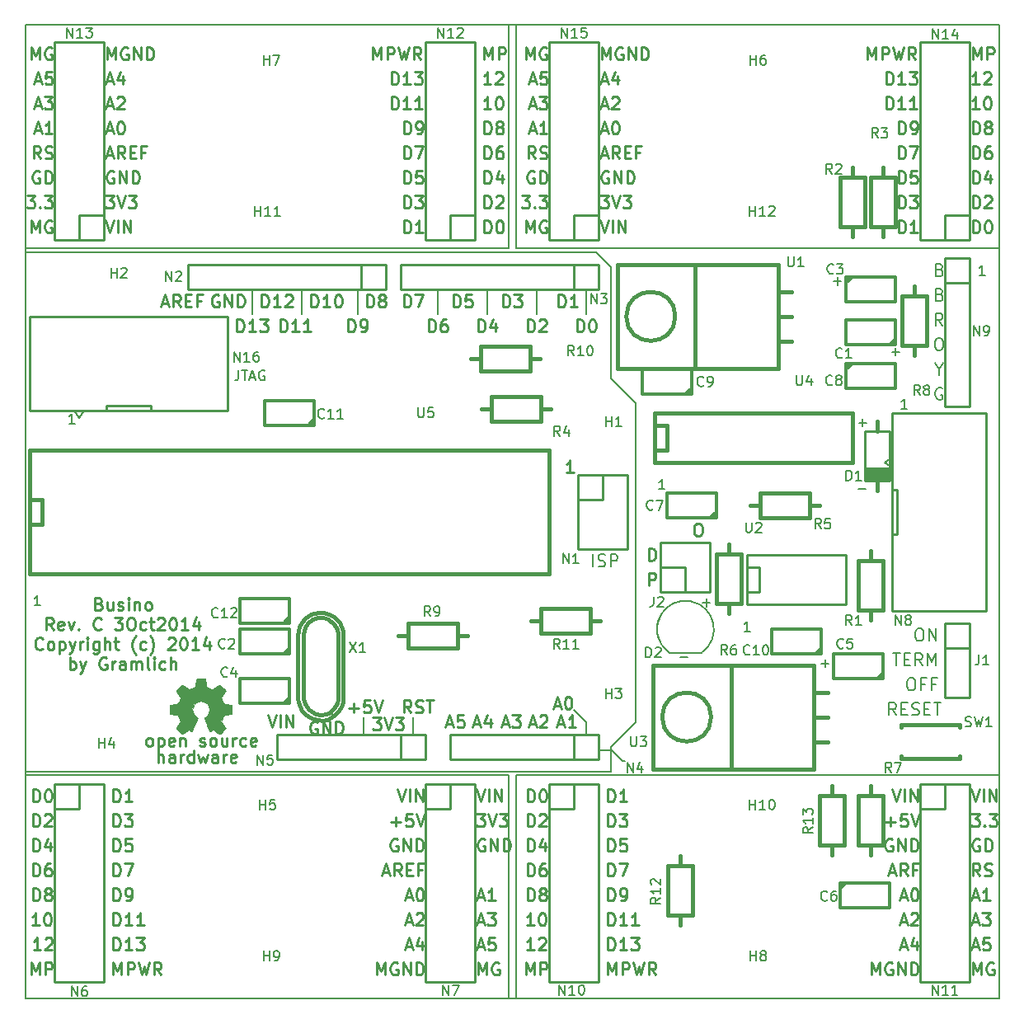
<source format=gto>
%FSLAX46Y46*%
G04 Gerber Fmt 4.6, Leading zero omitted, Abs format (unit mm)*
G04 Created by KiCad (PCBNEW (2014-jul-16 BZR unknown)-product) date Fri 03 Oct 2014 09:52:35 PM PDT*
%MOMM*%
G01*
G04 APERTURE LIST*
%ADD10C,0.150000*%
%ADD11C,0.203200*%
%ADD12C,0.254000*%
%ADD13C,0.200000*%
%ADD14C,0.304800*%
%ADD15C,0.381000*%
%ADD16C,0.002540*%
G04 APERTURE END LIST*
D10*
D11*
X124750286Y-51894619D02*
X124169715Y-51894619D01*
X124460001Y-51894619D02*
X124460001Y-50878619D01*
X124363239Y-51023762D01*
X124266477Y-51120524D01*
X124169715Y-51168905D01*
D12*
X82501619Y-72202524D02*
X81775905Y-72202524D01*
X82138762Y-72202524D02*
X82138762Y-70932524D01*
X82017810Y-71113952D01*
X81896857Y-71234905D01*
X81775905Y-71295381D01*
D11*
X116749286Y-65610619D02*
X116168715Y-65610619D01*
X116459001Y-65610619D02*
X116459001Y-64594619D01*
X116362239Y-64739762D01*
X116265477Y-64836524D01*
X116168715Y-64884905D01*
X100620286Y-88470619D02*
X100039715Y-88470619D01*
X100330001Y-88470619D02*
X100330001Y-87454619D01*
X100233239Y-87599762D01*
X100136477Y-87696524D01*
X100039715Y-87744905D01*
X91857286Y-73865619D02*
X91276715Y-73865619D01*
X91567001Y-73865619D02*
X91567001Y-72849619D01*
X91470239Y-72994762D01*
X91373477Y-73091524D01*
X91276715Y-73139905D01*
X27722286Y-85803619D02*
X27141715Y-85803619D01*
X27432001Y-85803619D02*
X27432001Y-84787619D01*
X27335239Y-84932762D01*
X27238477Y-85029524D01*
X27141715Y-85077905D01*
X31278286Y-67134619D02*
X30697715Y-67134619D01*
X30988001Y-67134619D02*
X30988001Y-66118619D01*
X30891239Y-66263762D01*
X30794477Y-66360524D01*
X30697715Y-66408905D01*
D12*
X39827442Y-101956084D02*
X39827442Y-100686084D01*
X40371728Y-101956084D02*
X40371728Y-101290846D01*
X40311251Y-101169893D01*
X40190299Y-101109417D01*
X40008871Y-101109417D01*
X39887918Y-101169893D01*
X39827442Y-101230370D01*
X41520776Y-101956084D02*
X41520776Y-101290846D01*
X41460299Y-101169893D01*
X41339347Y-101109417D01*
X41097442Y-101109417D01*
X40976490Y-101169893D01*
X41520776Y-101895608D02*
X41399823Y-101956084D01*
X41097442Y-101956084D01*
X40976490Y-101895608D01*
X40916014Y-101774655D01*
X40916014Y-101653703D01*
X40976490Y-101532750D01*
X41097442Y-101472274D01*
X41399823Y-101472274D01*
X41520776Y-101411798D01*
X42125538Y-101956084D02*
X42125538Y-101109417D01*
X42125538Y-101351322D02*
X42186014Y-101230370D01*
X42246490Y-101169893D01*
X42367443Y-101109417D01*
X42488395Y-101109417D01*
X43456014Y-101956084D02*
X43456014Y-100686084D01*
X43456014Y-101895608D02*
X43335061Y-101956084D01*
X43093157Y-101956084D01*
X42972204Y-101895608D01*
X42911728Y-101835131D01*
X42851252Y-101714179D01*
X42851252Y-101351322D01*
X42911728Y-101230370D01*
X42972204Y-101169893D01*
X43093157Y-101109417D01*
X43335061Y-101109417D01*
X43456014Y-101169893D01*
X43939824Y-101109417D02*
X44181728Y-101956084D01*
X44423633Y-101351322D01*
X44665538Y-101956084D01*
X44907443Y-101109417D01*
X45935538Y-101956084D02*
X45935538Y-101290846D01*
X45875061Y-101169893D01*
X45754109Y-101109417D01*
X45512204Y-101109417D01*
X45391252Y-101169893D01*
X45935538Y-101895608D02*
X45814585Y-101956084D01*
X45512204Y-101956084D01*
X45391252Y-101895608D01*
X45330776Y-101774655D01*
X45330776Y-101653703D01*
X45391252Y-101532750D01*
X45512204Y-101472274D01*
X45814585Y-101472274D01*
X45935538Y-101411798D01*
X46540300Y-101956084D02*
X46540300Y-101109417D01*
X46540300Y-101351322D02*
X46600776Y-101230370D01*
X46661252Y-101169893D01*
X46782205Y-101109417D01*
X46903157Y-101109417D01*
X47810299Y-101895608D02*
X47689347Y-101956084D01*
X47447442Y-101956084D01*
X47326490Y-101895608D01*
X47266014Y-101774655D01*
X47266014Y-101290846D01*
X47326490Y-101169893D01*
X47447442Y-101109417D01*
X47689347Y-101109417D01*
X47810299Y-101169893D01*
X47870776Y-101290846D01*
X47870776Y-101411798D01*
X47266014Y-101532750D01*
X38855953Y-100269524D02*
X38735000Y-100209048D01*
X38674524Y-100148571D01*
X38614048Y-100027619D01*
X38614048Y-99664762D01*
X38674524Y-99543810D01*
X38735000Y-99483333D01*
X38855953Y-99422857D01*
X39037381Y-99422857D01*
X39158333Y-99483333D01*
X39218810Y-99543810D01*
X39279286Y-99664762D01*
X39279286Y-100027619D01*
X39218810Y-100148571D01*
X39158333Y-100209048D01*
X39037381Y-100269524D01*
X38855953Y-100269524D01*
X39823572Y-99422857D02*
X39823572Y-100692857D01*
X39823572Y-99483333D02*
X39944524Y-99422857D01*
X40186429Y-99422857D01*
X40307381Y-99483333D01*
X40367858Y-99543810D01*
X40428334Y-99664762D01*
X40428334Y-100027619D01*
X40367858Y-100148571D01*
X40307381Y-100209048D01*
X40186429Y-100269524D01*
X39944524Y-100269524D01*
X39823572Y-100209048D01*
X41456429Y-100209048D02*
X41335477Y-100269524D01*
X41093572Y-100269524D01*
X40972620Y-100209048D01*
X40912144Y-100088095D01*
X40912144Y-99604286D01*
X40972620Y-99483333D01*
X41093572Y-99422857D01*
X41335477Y-99422857D01*
X41456429Y-99483333D01*
X41516906Y-99604286D01*
X41516906Y-99725238D01*
X40912144Y-99846190D01*
X42061191Y-99422857D02*
X42061191Y-100269524D01*
X42061191Y-99543810D02*
X42121667Y-99483333D01*
X42242620Y-99422857D01*
X42424048Y-99422857D01*
X42545000Y-99483333D01*
X42605477Y-99604286D01*
X42605477Y-100269524D01*
X44117382Y-100209048D02*
X44238334Y-100269524D01*
X44480239Y-100269524D01*
X44601191Y-100209048D01*
X44661667Y-100088095D01*
X44661667Y-100027619D01*
X44601191Y-99906667D01*
X44480239Y-99846190D01*
X44298810Y-99846190D01*
X44177858Y-99785714D01*
X44117382Y-99664762D01*
X44117382Y-99604286D01*
X44177858Y-99483333D01*
X44298810Y-99422857D01*
X44480239Y-99422857D01*
X44601191Y-99483333D01*
X45387382Y-100269524D02*
X45266429Y-100209048D01*
X45205953Y-100148571D01*
X45145477Y-100027619D01*
X45145477Y-99664762D01*
X45205953Y-99543810D01*
X45266429Y-99483333D01*
X45387382Y-99422857D01*
X45568810Y-99422857D01*
X45689762Y-99483333D01*
X45750239Y-99543810D01*
X45810715Y-99664762D01*
X45810715Y-100027619D01*
X45750239Y-100148571D01*
X45689762Y-100209048D01*
X45568810Y-100269524D01*
X45387382Y-100269524D01*
X46899287Y-99422857D02*
X46899287Y-100269524D01*
X46355001Y-99422857D02*
X46355001Y-100088095D01*
X46415477Y-100209048D01*
X46536430Y-100269524D01*
X46717858Y-100269524D01*
X46838810Y-100209048D01*
X46899287Y-100148571D01*
X47504049Y-100269524D02*
X47504049Y-99422857D01*
X47504049Y-99664762D02*
X47564525Y-99543810D01*
X47625001Y-99483333D01*
X47745954Y-99422857D01*
X47866906Y-99422857D01*
X48834525Y-100209048D02*
X48713572Y-100269524D01*
X48471668Y-100269524D01*
X48350715Y-100209048D01*
X48290239Y-100148571D01*
X48229763Y-100027619D01*
X48229763Y-99664762D01*
X48290239Y-99543810D01*
X48350715Y-99483333D01*
X48471668Y-99422857D01*
X48713572Y-99422857D01*
X48834525Y-99483333D01*
X49862619Y-100209048D02*
X49741667Y-100269524D01*
X49499762Y-100269524D01*
X49378810Y-100209048D01*
X49318334Y-100088095D01*
X49318334Y-99604286D01*
X49378810Y-99483333D01*
X49499762Y-99422857D01*
X49741667Y-99422857D01*
X49862619Y-99483333D01*
X49923096Y-99604286D01*
X49923096Y-99725238D01*
X49318334Y-99846190D01*
X33760954Y-85654606D02*
X33942383Y-85715082D01*
X34002859Y-85775558D01*
X34063335Y-85896510D01*
X34063335Y-86077939D01*
X34002859Y-86198891D01*
X33942383Y-86259368D01*
X33821430Y-86319844D01*
X33337621Y-86319844D01*
X33337621Y-85049844D01*
X33760954Y-85049844D01*
X33881907Y-85110320D01*
X33942383Y-85170796D01*
X34002859Y-85291749D01*
X34002859Y-85412701D01*
X33942383Y-85533653D01*
X33881907Y-85594130D01*
X33760954Y-85654606D01*
X33337621Y-85654606D01*
X35151907Y-85473177D02*
X35151907Y-86319844D01*
X34607621Y-85473177D02*
X34607621Y-86138415D01*
X34668097Y-86259368D01*
X34789050Y-86319844D01*
X34970478Y-86319844D01*
X35091430Y-86259368D01*
X35151907Y-86198891D01*
X35696193Y-86259368D02*
X35817145Y-86319844D01*
X36059050Y-86319844D01*
X36180002Y-86259368D01*
X36240478Y-86138415D01*
X36240478Y-86077939D01*
X36180002Y-85956987D01*
X36059050Y-85896510D01*
X35877621Y-85896510D01*
X35756669Y-85836034D01*
X35696193Y-85715082D01*
X35696193Y-85654606D01*
X35756669Y-85533653D01*
X35877621Y-85473177D01*
X36059050Y-85473177D01*
X36180002Y-85533653D01*
X36784764Y-86319844D02*
X36784764Y-85473177D01*
X36784764Y-85049844D02*
X36724288Y-85110320D01*
X36784764Y-85170796D01*
X36845240Y-85110320D01*
X36784764Y-85049844D01*
X36784764Y-85170796D01*
X37389526Y-85473177D02*
X37389526Y-86319844D01*
X37389526Y-85594130D02*
X37450002Y-85533653D01*
X37570955Y-85473177D01*
X37752383Y-85473177D01*
X37873335Y-85533653D01*
X37933812Y-85654606D01*
X37933812Y-86319844D01*
X38720003Y-86319844D02*
X38599050Y-86259368D01*
X38538574Y-86198891D01*
X38478098Y-86077939D01*
X38478098Y-85715082D01*
X38538574Y-85594130D01*
X38599050Y-85533653D01*
X38720003Y-85473177D01*
X38901431Y-85473177D01*
X39022383Y-85533653D01*
X39082860Y-85594130D01*
X39143336Y-85715082D01*
X39143336Y-86077939D01*
X39082860Y-86198891D01*
X39022383Y-86259368D01*
X38901431Y-86319844D01*
X38720003Y-86319844D01*
X29074050Y-88351844D02*
X28650717Y-87747082D01*
X28348336Y-88351844D02*
X28348336Y-87081844D01*
X28832145Y-87081844D01*
X28953098Y-87142320D01*
X29013574Y-87202796D01*
X29074050Y-87323749D01*
X29074050Y-87505177D01*
X29013574Y-87626130D01*
X28953098Y-87686606D01*
X28832145Y-87747082D01*
X28348336Y-87747082D01*
X30102145Y-88291368D02*
X29981193Y-88351844D01*
X29739288Y-88351844D01*
X29618336Y-88291368D01*
X29557860Y-88170415D01*
X29557860Y-87686606D01*
X29618336Y-87565653D01*
X29739288Y-87505177D01*
X29981193Y-87505177D01*
X30102145Y-87565653D01*
X30162622Y-87686606D01*
X30162622Y-87807558D01*
X29557860Y-87928510D01*
X30585955Y-87505177D02*
X30888336Y-88351844D01*
X31190716Y-87505177D01*
X31674526Y-88230891D02*
X31735002Y-88291368D01*
X31674526Y-88351844D01*
X31614050Y-88291368D01*
X31674526Y-88230891D01*
X31674526Y-88351844D01*
X33972621Y-88230891D02*
X33912145Y-88291368D01*
X33730716Y-88351844D01*
X33609764Y-88351844D01*
X33428336Y-88291368D01*
X33307383Y-88170415D01*
X33246907Y-88049463D01*
X33186431Y-87807558D01*
X33186431Y-87626130D01*
X33246907Y-87384225D01*
X33307383Y-87263272D01*
X33428336Y-87142320D01*
X33609764Y-87081844D01*
X33730716Y-87081844D01*
X33912145Y-87142320D01*
X33972621Y-87202796D01*
X35363574Y-87081844D02*
X36149764Y-87081844D01*
X35726431Y-87565653D01*
X35907859Y-87565653D01*
X36028812Y-87626130D01*
X36089288Y-87686606D01*
X36149764Y-87807558D01*
X36149764Y-88109939D01*
X36089288Y-88230891D01*
X36028812Y-88291368D01*
X35907859Y-88351844D01*
X35545002Y-88351844D01*
X35424050Y-88291368D01*
X35363574Y-88230891D01*
X36935955Y-87081844D02*
X37177859Y-87081844D01*
X37298812Y-87142320D01*
X37419764Y-87263272D01*
X37480240Y-87505177D01*
X37480240Y-87928510D01*
X37419764Y-88170415D01*
X37298812Y-88291368D01*
X37177859Y-88351844D01*
X36935955Y-88351844D01*
X36815002Y-88291368D01*
X36694050Y-88170415D01*
X36633574Y-87928510D01*
X36633574Y-87505177D01*
X36694050Y-87263272D01*
X36815002Y-87142320D01*
X36935955Y-87081844D01*
X38568812Y-88291368D02*
X38447859Y-88351844D01*
X38205955Y-88351844D01*
X38085002Y-88291368D01*
X38024526Y-88230891D01*
X37964050Y-88109939D01*
X37964050Y-87747082D01*
X38024526Y-87626130D01*
X38085002Y-87565653D01*
X38205955Y-87505177D01*
X38447859Y-87505177D01*
X38568812Y-87565653D01*
X38931668Y-87505177D02*
X39415478Y-87505177D01*
X39113097Y-87081844D02*
X39113097Y-88170415D01*
X39173573Y-88291368D01*
X39294526Y-88351844D01*
X39415478Y-88351844D01*
X39778335Y-87202796D02*
X39838811Y-87142320D01*
X39959763Y-87081844D01*
X40262144Y-87081844D01*
X40383097Y-87142320D01*
X40443573Y-87202796D01*
X40504049Y-87323749D01*
X40504049Y-87444701D01*
X40443573Y-87626130D01*
X39717859Y-88351844D01*
X40504049Y-88351844D01*
X41290240Y-87081844D02*
X41411192Y-87081844D01*
X41532144Y-87142320D01*
X41592621Y-87202796D01*
X41653097Y-87323749D01*
X41713573Y-87565653D01*
X41713573Y-87868034D01*
X41653097Y-88109939D01*
X41592621Y-88230891D01*
X41532144Y-88291368D01*
X41411192Y-88351844D01*
X41290240Y-88351844D01*
X41169287Y-88291368D01*
X41108811Y-88230891D01*
X41048335Y-88109939D01*
X40987859Y-87868034D01*
X40987859Y-87565653D01*
X41048335Y-87323749D01*
X41108811Y-87202796D01*
X41169287Y-87142320D01*
X41290240Y-87081844D01*
X42923097Y-88351844D02*
X42197383Y-88351844D01*
X42560240Y-88351844D02*
X42560240Y-87081844D01*
X42439288Y-87263272D01*
X42318335Y-87384225D01*
X42197383Y-87444701D01*
X44011669Y-87505177D02*
X44011669Y-88351844D01*
X43709288Y-87021368D02*
X43406907Y-87928510D01*
X44193097Y-87928510D01*
X27985477Y-90262891D02*
X27925001Y-90323368D01*
X27743572Y-90383844D01*
X27622620Y-90383844D01*
X27441192Y-90323368D01*
X27320239Y-90202415D01*
X27259763Y-90081463D01*
X27199287Y-89839558D01*
X27199287Y-89658130D01*
X27259763Y-89416225D01*
X27320239Y-89295272D01*
X27441192Y-89174320D01*
X27622620Y-89113844D01*
X27743572Y-89113844D01*
X27925001Y-89174320D01*
X27985477Y-89234796D01*
X28711192Y-90383844D02*
X28590239Y-90323368D01*
X28529763Y-90262891D01*
X28469287Y-90141939D01*
X28469287Y-89779082D01*
X28529763Y-89658130D01*
X28590239Y-89597653D01*
X28711192Y-89537177D01*
X28892620Y-89537177D01*
X29013572Y-89597653D01*
X29074049Y-89658130D01*
X29134525Y-89779082D01*
X29134525Y-90141939D01*
X29074049Y-90262891D01*
X29013572Y-90323368D01*
X28892620Y-90383844D01*
X28711192Y-90383844D01*
X29678811Y-89537177D02*
X29678811Y-90807177D01*
X29678811Y-89597653D02*
X29799763Y-89537177D01*
X30041668Y-89537177D01*
X30162620Y-89597653D01*
X30223097Y-89658130D01*
X30283573Y-89779082D01*
X30283573Y-90141939D01*
X30223097Y-90262891D01*
X30162620Y-90323368D01*
X30041668Y-90383844D01*
X29799763Y-90383844D01*
X29678811Y-90323368D01*
X30706907Y-89537177D02*
X31009288Y-90383844D01*
X31311668Y-89537177D02*
X31009288Y-90383844D01*
X30888335Y-90686225D01*
X30827859Y-90746701D01*
X30706907Y-90807177D01*
X31795478Y-90383844D02*
X31795478Y-89537177D01*
X31795478Y-89779082D02*
X31855954Y-89658130D01*
X31916430Y-89597653D01*
X32037383Y-89537177D01*
X32158335Y-89537177D01*
X32581668Y-90383844D02*
X32581668Y-89537177D01*
X32581668Y-89113844D02*
X32521192Y-89174320D01*
X32581668Y-89234796D01*
X32642144Y-89174320D01*
X32581668Y-89113844D01*
X32581668Y-89234796D01*
X33730716Y-89537177D02*
X33730716Y-90565272D01*
X33670239Y-90686225D01*
X33609763Y-90746701D01*
X33488811Y-90807177D01*
X33307382Y-90807177D01*
X33186430Y-90746701D01*
X33730716Y-90323368D02*
X33609763Y-90383844D01*
X33367859Y-90383844D01*
X33246906Y-90323368D01*
X33186430Y-90262891D01*
X33125954Y-90141939D01*
X33125954Y-89779082D01*
X33186430Y-89658130D01*
X33246906Y-89597653D01*
X33367859Y-89537177D01*
X33609763Y-89537177D01*
X33730716Y-89597653D01*
X34335478Y-90383844D02*
X34335478Y-89113844D01*
X34879764Y-90383844D02*
X34879764Y-89718606D01*
X34819287Y-89597653D01*
X34698335Y-89537177D01*
X34516907Y-89537177D01*
X34395954Y-89597653D01*
X34335478Y-89658130D01*
X35303097Y-89537177D02*
X35786907Y-89537177D01*
X35484526Y-89113844D02*
X35484526Y-90202415D01*
X35545002Y-90323368D01*
X35665955Y-90383844D01*
X35786907Y-90383844D01*
X37540716Y-90867653D02*
X37480240Y-90807177D01*
X37359288Y-90625749D01*
X37298811Y-90504796D01*
X37238335Y-90323368D01*
X37177859Y-90020987D01*
X37177859Y-89779082D01*
X37238335Y-89476701D01*
X37298811Y-89295272D01*
X37359288Y-89174320D01*
X37480240Y-88992891D01*
X37540716Y-88932415D01*
X38568812Y-90323368D02*
X38447859Y-90383844D01*
X38205955Y-90383844D01*
X38085002Y-90323368D01*
X38024526Y-90262891D01*
X37964050Y-90141939D01*
X37964050Y-89779082D01*
X38024526Y-89658130D01*
X38085002Y-89597653D01*
X38205955Y-89537177D01*
X38447859Y-89537177D01*
X38568812Y-89597653D01*
X38992145Y-90867653D02*
X39052621Y-90807177D01*
X39173573Y-90625749D01*
X39234049Y-90504796D01*
X39294526Y-90323368D01*
X39355002Y-90020987D01*
X39355002Y-89779082D01*
X39294526Y-89476701D01*
X39234049Y-89295272D01*
X39173573Y-89174320D01*
X39052621Y-88992891D01*
X38992145Y-88932415D01*
X40866907Y-89234796D02*
X40927383Y-89174320D01*
X41048335Y-89113844D01*
X41350716Y-89113844D01*
X41471669Y-89174320D01*
X41532145Y-89234796D01*
X41592621Y-89355749D01*
X41592621Y-89476701D01*
X41532145Y-89658130D01*
X40806431Y-90383844D01*
X41592621Y-90383844D01*
X42378812Y-89113844D02*
X42499764Y-89113844D01*
X42620716Y-89174320D01*
X42681193Y-89234796D01*
X42741669Y-89355749D01*
X42802145Y-89597653D01*
X42802145Y-89900034D01*
X42741669Y-90141939D01*
X42681193Y-90262891D01*
X42620716Y-90323368D01*
X42499764Y-90383844D01*
X42378812Y-90383844D01*
X42257859Y-90323368D01*
X42197383Y-90262891D01*
X42136907Y-90141939D01*
X42076431Y-89900034D01*
X42076431Y-89597653D01*
X42136907Y-89355749D01*
X42197383Y-89234796D01*
X42257859Y-89174320D01*
X42378812Y-89113844D01*
X44011669Y-90383844D02*
X43285955Y-90383844D01*
X43648812Y-90383844D02*
X43648812Y-89113844D01*
X43527860Y-89295272D01*
X43406907Y-89416225D01*
X43285955Y-89476701D01*
X45100241Y-89537177D02*
X45100241Y-90383844D01*
X44797860Y-89053368D02*
X44495479Y-89960510D01*
X45281669Y-89960510D01*
X30767383Y-92415844D02*
X30767383Y-91145844D01*
X30767383Y-91629653D02*
X30888335Y-91569177D01*
X31130240Y-91569177D01*
X31251192Y-91629653D01*
X31311669Y-91690130D01*
X31372145Y-91811082D01*
X31372145Y-92173939D01*
X31311669Y-92294891D01*
X31251192Y-92355368D01*
X31130240Y-92415844D01*
X30888335Y-92415844D01*
X30767383Y-92355368D01*
X31795479Y-91569177D02*
X32097860Y-92415844D01*
X32400240Y-91569177D02*
X32097860Y-92415844D01*
X31976907Y-92718225D01*
X31916431Y-92778701D01*
X31795479Y-92839177D01*
X34516907Y-91206320D02*
X34395955Y-91145844D01*
X34214526Y-91145844D01*
X34033098Y-91206320D01*
X33912145Y-91327272D01*
X33851669Y-91448225D01*
X33791193Y-91690130D01*
X33791193Y-91871558D01*
X33851669Y-92113463D01*
X33912145Y-92234415D01*
X34033098Y-92355368D01*
X34214526Y-92415844D01*
X34335478Y-92415844D01*
X34516907Y-92355368D01*
X34577383Y-92294891D01*
X34577383Y-91871558D01*
X34335478Y-91871558D01*
X35121669Y-92415844D02*
X35121669Y-91569177D01*
X35121669Y-91811082D02*
X35182145Y-91690130D01*
X35242621Y-91629653D01*
X35363574Y-91569177D01*
X35484526Y-91569177D01*
X36452145Y-92415844D02*
X36452145Y-91750606D01*
X36391668Y-91629653D01*
X36270716Y-91569177D01*
X36028811Y-91569177D01*
X35907859Y-91629653D01*
X36452145Y-92355368D02*
X36331192Y-92415844D01*
X36028811Y-92415844D01*
X35907859Y-92355368D01*
X35847383Y-92234415D01*
X35847383Y-92113463D01*
X35907859Y-91992510D01*
X36028811Y-91932034D01*
X36331192Y-91932034D01*
X36452145Y-91871558D01*
X37056907Y-92415844D02*
X37056907Y-91569177D01*
X37056907Y-91690130D02*
X37117383Y-91629653D01*
X37238336Y-91569177D01*
X37419764Y-91569177D01*
X37540716Y-91629653D01*
X37601193Y-91750606D01*
X37601193Y-92415844D01*
X37601193Y-91750606D02*
X37661669Y-91629653D01*
X37782621Y-91569177D01*
X37964050Y-91569177D01*
X38085002Y-91629653D01*
X38145478Y-91750606D01*
X38145478Y-92415844D01*
X38931669Y-92415844D02*
X38810716Y-92355368D01*
X38750240Y-92234415D01*
X38750240Y-91145844D01*
X39415478Y-92415844D02*
X39415478Y-91569177D01*
X39415478Y-91145844D02*
X39355002Y-91206320D01*
X39415478Y-91266796D01*
X39475954Y-91206320D01*
X39415478Y-91145844D01*
X39415478Y-91266796D01*
X40564526Y-92355368D02*
X40443573Y-92415844D01*
X40201669Y-92415844D01*
X40080716Y-92355368D01*
X40020240Y-92294891D01*
X39959764Y-92173939D01*
X39959764Y-91811082D01*
X40020240Y-91690130D01*
X40080716Y-91629653D01*
X40201669Y-91569177D01*
X40443573Y-91569177D01*
X40564526Y-91629653D01*
X41108811Y-92415844D02*
X41108811Y-91145844D01*
X41653097Y-92415844D02*
X41653097Y-91750606D01*
X41592620Y-91629653D01*
X41471668Y-91569177D01*
X41290240Y-91569177D01*
X41169287Y-91629653D01*
X41108811Y-91690130D01*
X95159286Y-77409524D02*
X95401190Y-77409524D01*
X95522143Y-77470000D01*
X95643095Y-77590952D01*
X95703571Y-77832857D01*
X95703571Y-78256190D01*
X95643095Y-78498095D01*
X95522143Y-78619048D01*
X95401190Y-78679524D01*
X95159286Y-78679524D01*
X95038333Y-78619048D01*
X94917381Y-78498095D01*
X94856905Y-78256190D01*
X94856905Y-77832857D01*
X94917381Y-77590952D01*
X95038333Y-77470000D01*
X95159286Y-77409524D01*
X90218381Y-83759524D02*
X90218381Y-82489524D01*
X90702190Y-82489524D01*
X90823143Y-82550000D01*
X90883619Y-82610476D01*
X90944095Y-82731429D01*
X90944095Y-82912857D01*
X90883619Y-83033810D01*
X90823143Y-83094286D01*
X90702190Y-83154762D01*
X90218381Y-83154762D01*
X90218381Y-81219524D02*
X90218381Y-79949524D01*
X90520762Y-79949524D01*
X90702190Y-80010000D01*
X90823143Y-80130952D01*
X90883619Y-80251905D01*
X90944095Y-80493810D01*
X90944095Y-80675238D01*
X90883619Y-80917143D01*
X90823143Y-81038095D01*
X90702190Y-81159048D01*
X90520762Y-81219524D01*
X90218381Y-81219524D01*
D11*
X48090667Y-61673619D02*
X48090667Y-62399333D01*
X48042287Y-62544476D01*
X47945525Y-62641238D01*
X47800382Y-62689619D01*
X47703620Y-62689619D01*
X48429334Y-61673619D02*
X49009905Y-61673619D01*
X48719620Y-62689619D02*
X48719620Y-61673619D01*
X49300191Y-62399333D02*
X49784000Y-62399333D01*
X49203429Y-62689619D02*
X49542096Y-61673619D01*
X49880762Y-62689619D01*
X50751619Y-61722000D02*
X50654857Y-61673619D01*
X50509714Y-61673619D01*
X50364572Y-61722000D01*
X50267810Y-61818762D01*
X50219429Y-61915524D01*
X50171048Y-62109048D01*
X50171048Y-62254190D01*
X50219429Y-62447714D01*
X50267810Y-62544476D01*
X50364572Y-62641238D01*
X50509714Y-62689619D01*
X50606476Y-62689619D01*
X50751619Y-62641238D01*
X50800000Y-62592857D01*
X50800000Y-62254190D01*
X50606476Y-62254190D01*
D13*
X87500000Y-101800000D02*
X87760000Y-101800000D01*
X86400000Y-100700000D02*
X85050000Y-100700000D01*
X87510000Y-101810000D02*
X86400000Y-100700000D01*
D11*
X84485238Y-81854524D02*
X84485238Y-80584524D01*
X85029524Y-81794048D02*
X85210952Y-81854524D01*
X85513333Y-81854524D01*
X85634286Y-81794048D01*
X85694762Y-81733571D01*
X85755238Y-81612619D01*
X85755238Y-81491667D01*
X85694762Y-81370714D01*
X85634286Y-81310238D01*
X85513333Y-81249762D01*
X85271429Y-81189286D01*
X85150476Y-81128810D01*
X85090000Y-81068333D01*
X85029524Y-80947381D01*
X85029524Y-80826429D01*
X85090000Y-80705476D01*
X85150476Y-80645000D01*
X85271429Y-80584524D01*
X85573809Y-80584524D01*
X85755238Y-80645000D01*
X86299524Y-81854524D02*
X86299524Y-80584524D01*
X86783333Y-80584524D01*
X86904286Y-80645000D01*
X86964762Y-80705476D01*
X87025238Y-80826429D01*
X87025238Y-81007857D01*
X86964762Y-81128810D01*
X86904286Y-81189286D01*
X86783333Y-81249762D01*
X86299524Y-81249762D01*
X115630476Y-97094524D02*
X115207143Y-96489762D01*
X114904762Y-97094524D02*
X114904762Y-95824524D01*
X115388571Y-95824524D01*
X115509524Y-95885000D01*
X115570000Y-95945476D01*
X115630476Y-96066429D01*
X115630476Y-96247857D01*
X115570000Y-96368810D01*
X115509524Y-96429286D01*
X115388571Y-96489762D01*
X114904762Y-96489762D01*
X116174762Y-96429286D02*
X116598095Y-96429286D01*
X116779524Y-97094524D02*
X116174762Y-97094524D01*
X116174762Y-95824524D01*
X116779524Y-95824524D01*
X117263334Y-97034048D02*
X117444762Y-97094524D01*
X117747143Y-97094524D01*
X117868096Y-97034048D01*
X117928572Y-96973571D01*
X117989048Y-96852619D01*
X117989048Y-96731667D01*
X117928572Y-96610714D01*
X117868096Y-96550238D01*
X117747143Y-96489762D01*
X117505239Y-96429286D01*
X117384286Y-96368810D01*
X117323810Y-96308333D01*
X117263334Y-96187381D01*
X117263334Y-96066429D01*
X117323810Y-95945476D01*
X117384286Y-95885000D01*
X117505239Y-95824524D01*
X117807619Y-95824524D01*
X117989048Y-95885000D01*
X118533334Y-96429286D02*
X118956667Y-96429286D01*
X119138096Y-97094524D02*
X118533334Y-97094524D01*
X118533334Y-95824524D01*
X119138096Y-95824524D01*
X119500953Y-95824524D02*
X120226668Y-95824524D01*
X119863811Y-97094524D02*
X119863811Y-95824524D01*
X120347619Y-63500000D02*
X120226667Y-63439524D01*
X120045238Y-63439524D01*
X119863810Y-63500000D01*
X119742857Y-63620952D01*
X119682381Y-63741905D01*
X119621905Y-63983810D01*
X119621905Y-64165238D01*
X119682381Y-64407143D01*
X119742857Y-64528095D01*
X119863810Y-64649048D01*
X120045238Y-64709524D01*
X120166190Y-64709524D01*
X120347619Y-64649048D01*
X120408095Y-64588571D01*
X120408095Y-64165238D01*
X120166190Y-64165238D01*
X120015001Y-61564762D02*
X120015001Y-62169524D01*
X119591667Y-60899524D02*
X120015001Y-61564762D01*
X120438334Y-60899524D01*
X119894048Y-58359524D02*
X120135952Y-58359524D01*
X120256905Y-58420000D01*
X120377857Y-58540952D01*
X120438333Y-58782857D01*
X120438333Y-59206190D01*
X120377857Y-59448095D01*
X120256905Y-59569048D01*
X120135952Y-59629524D01*
X119894048Y-59629524D01*
X119773095Y-59569048D01*
X119652143Y-59448095D01*
X119591667Y-59206190D01*
X119591667Y-58782857D01*
X119652143Y-58540952D01*
X119773095Y-58420000D01*
X119894048Y-58359524D01*
X120408095Y-57089524D02*
X119984762Y-56484762D01*
X119682381Y-57089524D02*
X119682381Y-55819524D01*
X120166190Y-55819524D01*
X120287143Y-55880000D01*
X120347619Y-55940476D01*
X120408095Y-56061429D01*
X120408095Y-56242857D01*
X120347619Y-56363810D01*
X120287143Y-56424286D01*
X120166190Y-56484762D01*
X119682381Y-56484762D01*
X120105714Y-53884286D02*
X120287143Y-53944762D01*
X120347619Y-54005238D01*
X120408095Y-54126190D01*
X120408095Y-54307619D01*
X120347619Y-54428571D01*
X120287143Y-54489048D01*
X120166190Y-54549524D01*
X119682381Y-54549524D01*
X119682381Y-53279524D01*
X120105714Y-53279524D01*
X120226667Y-53340000D01*
X120287143Y-53400476D01*
X120347619Y-53521429D01*
X120347619Y-53642381D01*
X120287143Y-53763333D01*
X120226667Y-53823810D01*
X120105714Y-53884286D01*
X119682381Y-53884286D01*
X120105714Y-51344286D02*
X120287143Y-51404762D01*
X120347619Y-51465238D01*
X120408095Y-51586190D01*
X120408095Y-51767619D01*
X120347619Y-51888571D01*
X120287143Y-51949048D01*
X120166190Y-52009524D01*
X119682381Y-52009524D01*
X119682381Y-50739524D01*
X120105714Y-50739524D01*
X120226667Y-50800000D01*
X120287143Y-50860476D01*
X120347619Y-50981429D01*
X120347619Y-51102381D01*
X120287143Y-51223333D01*
X120226667Y-51283810D01*
X120105714Y-51344286D01*
X119682381Y-51344286D01*
X115297856Y-90744524D02*
X116023571Y-90744524D01*
X115660714Y-92014524D02*
X115660714Y-90744524D01*
X116446904Y-91349286D02*
X116870237Y-91349286D01*
X117051666Y-92014524D02*
X116446904Y-92014524D01*
X116446904Y-90744524D01*
X117051666Y-90744524D01*
X118321666Y-92014524D02*
X117898333Y-91409762D01*
X117595952Y-92014524D02*
X117595952Y-90744524D01*
X118079761Y-90744524D01*
X118200714Y-90805000D01*
X118261190Y-90865476D01*
X118321666Y-90986429D01*
X118321666Y-91167857D01*
X118261190Y-91288810D01*
X118200714Y-91349286D01*
X118079761Y-91409762D01*
X117595952Y-91409762D01*
X118865952Y-92014524D02*
X118865952Y-90744524D01*
X119289285Y-91651667D01*
X119712619Y-90744524D01*
X119712619Y-92014524D01*
X117051668Y-93284524D02*
X117293572Y-93284524D01*
X117414525Y-93345000D01*
X117535477Y-93465952D01*
X117595953Y-93707857D01*
X117595953Y-94131190D01*
X117535477Y-94373095D01*
X117414525Y-94494048D01*
X117293572Y-94554524D01*
X117051668Y-94554524D01*
X116930715Y-94494048D01*
X116809763Y-94373095D01*
X116749287Y-94131190D01*
X116749287Y-93707857D01*
X116809763Y-93465952D01*
X116930715Y-93345000D01*
X117051668Y-93284524D01*
X118563572Y-93889286D02*
X118140239Y-93889286D01*
X118140239Y-94554524D02*
X118140239Y-93284524D01*
X118745001Y-93284524D01*
X119652143Y-93889286D02*
X119228810Y-93889286D01*
X119228810Y-94554524D02*
X119228810Y-93284524D01*
X119833572Y-93284524D01*
X117898334Y-88204524D02*
X118140238Y-88204524D01*
X118261191Y-88265000D01*
X118382143Y-88385952D01*
X118442619Y-88627857D01*
X118442619Y-89051190D01*
X118382143Y-89293095D01*
X118261191Y-89414048D01*
X118140238Y-89474524D01*
X117898334Y-89474524D01*
X117777381Y-89414048D01*
X117656429Y-89293095D01*
X117595953Y-89051190D01*
X117595953Y-88627857D01*
X117656429Y-88385952D01*
X117777381Y-88265000D01*
X117898334Y-88204524D01*
X118986905Y-89474524D02*
X118986905Y-88204524D01*
X119712619Y-89474524D01*
X119712619Y-88204524D01*
D13*
X68580000Y-53340000D02*
X68580000Y-55880000D01*
X73660000Y-53340000D02*
X73660000Y-55880000D01*
X78740000Y-53340000D02*
X78740000Y-55880000D01*
X83820000Y-53340000D02*
X83820000Y-55880000D01*
X60325000Y-53340000D02*
X60325000Y-55880000D01*
X54610000Y-53340000D02*
X53975000Y-53340000D01*
X54610000Y-55880000D02*
X54610000Y-53340000D01*
X49530000Y-55880000D02*
X49530000Y-53340000D01*
D12*
X40246905Y-54821667D02*
X40851667Y-54821667D01*
X40125952Y-55184524D02*
X40549286Y-53914524D01*
X40972619Y-55184524D01*
X42121666Y-55184524D02*
X41698333Y-54579762D01*
X41395952Y-55184524D02*
X41395952Y-53914524D01*
X41879761Y-53914524D01*
X42000714Y-53975000D01*
X42061190Y-54035476D01*
X42121666Y-54156429D01*
X42121666Y-54337857D01*
X42061190Y-54458810D01*
X42000714Y-54519286D01*
X41879761Y-54579762D01*
X41395952Y-54579762D01*
X42665952Y-54519286D02*
X43089285Y-54519286D01*
X43270714Y-55184524D02*
X42665952Y-55184524D01*
X42665952Y-53914524D01*
X43270714Y-53914524D01*
X44238333Y-54519286D02*
X43815000Y-54519286D01*
X43815000Y-55184524D02*
X43815000Y-53914524D01*
X44419762Y-53914524D01*
X46052619Y-53975000D02*
X45931667Y-53914524D01*
X45750238Y-53914524D01*
X45568810Y-53975000D01*
X45447857Y-54095952D01*
X45387381Y-54216905D01*
X45326905Y-54458810D01*
X45326905Y-54640238D01*
X45387381Y-54882143D01*
X45447857Y-55003095D01*
X45568810Y-55124048D01*
X45750238Y-55184524D01*
X45871190Y-55184524D01*
X46052619Y-55124048D01*
X46113095Y-55063571D01*
X46113095Y-54640238D01*
X45871190Y-54640238D01*
X46657381Y-55184524D02*
X46657381Y-53914524D01*
X47383095Y-55184524D01*
X47383095Y-53914524D01*
X47987857Y-55184524D02*
X47987857Y-53914524D01*
X48290238Y-53914524D01*
X48471666Y-53975000D01*
X48592619Y-54095952D01*
X48653095Y-54216905D01*
X48713571Y-54458810D01*
X48713571Y-54640238D01*
X48653095Y-54882143D01*
X48592619Y-55003095D01*
X48471666Y-55124048D01*
X48290238Y-55184524D01*
X47987857Y-55184524D01*
X47927381Y-57724524D02*
X47927381Y-56454524D01*
X48229762Y-56454524D01*
X48411190Y-56515000D01*
X48532143Y-56635952D01*
X48592619Y-56756905D01*
X48653095Y-56998810D01*
X48653095Y-57180238D01*
X48592619Y-57422143D01*
X48532143Y-57543095D01*
X48411190Y-57664048D01*
X48229762Y-57724524D01*
X47927381Y-57724524D01*
X49862619Y-57724524D02*
X49136905Y-57724524D01*
X49499762Y-57724524D02*
X49499762Y-56454524D01*
X49378810Y-56635952D01*
X49257857Y-56756905D01*
X49136905Y-56817381D01*
X50285953Y-56454524D02*
X51072143Y-56454524D01*
X50648810Y-56938333D01*
X50830238Y-56938333D01*
X50951191Y-56998810D01*
X51011667Y-57059286D01*
X51072143Y-57180238D01*
X51072143Y-57482619D01*
X51011667Y-57603571D01*
X50951191Y-57664048D01*
X50830238Y-57724524D01*
X50467381Y-57724524D01*
X50346429Y-57664048D01*
X50285953Y-57603571D01*
X50467381Y-55184524D02*
X50467381Y-53914524D01*
X50769762Y-53914524D01*
X50951190Y-53975000D01*
X51072143Y-54095952D01*
X51132619Y-54216905D01*
X51193095Y-54458810D01*
X51193095Y-54640238D01*
X51132619Y-54882143D01*
X51072143Y-55003095D01*
X50951190Y-55124048D01*
X50769762Y-55184524D01*
X50467381Y-55184524D01*
X52402619Y-55184524D02*
X51676905Y-55184524D01*
X52039762Y-55184524D02*
X52039762Y-53914524D01*
X51918810Y-54095952D01*
X51797857Y-54216905D01*
X51676905Y-54277381D01*
X52886429Y-54035476D02*
X52946905Y-53975000D01*
X53067857Y-53914524D01*
X53370238Y-53914524D01*
X53491191Y-53975000D01*
X53551667Y-54035476D01*
X53612143Y-54156429D01*
X53612143Y-54277381D01*
X53551667Y-54458810D01*
X52825953Y-55184524D01*
X53612143Y-55184524D01*
X52372381Y-57724524D02*
X52372381Y-56454524D01*
X52674762Y-56454524D01*
X52856190Y-56515000D01*
X52977143Y-56635952D01*
X53037619Y-56756905D01*
X53098095Y-56998810D01*
X53098095Y-57180238D01*
X53037619Y-57422143D01*
X52977143Y-57543095D01*
X52856190Y-57664048D01*
X52674762Y-57724524D01*
X52372381Y-57724524D01*
X54307619Y-57724524D02*
X53581905Y-57724524D01*
X53944762Y-57724524D02*
X53944762Y-56454524D01*
X53823810Y-56635952D01*
X53702857Y-56756905D01*
X53581905Y-56817381D01*
X55517143Y-57724524D02*
X54791429Y-57724524D01*
X55154286Y-57724524D02*
X55154286Y-56454524D01*
X55033334Y-56635952D01*
X54912381Y-56756905D01*
X54791429Y-56817381D01*
X55547381Y-55184524D02*
X55547381Y-53914524D01*
X55849762Y-53914524D01*
X56031190Y-53975000D01*
X56152143Y-54095952D01*
X56212619Y-54216905D01*
X56273095Y-54458810D01*
X56273095Y-54640238D01*
X56212619Y-54882143D01*
X56152143Y-55003095D01*
X56031190Y-55124048D01*
X55849762Y-55184524D01*
X55547381Y-55184524D01*
X57482619Y-55184524D02*
X56756905Y-55184524D01*
X57119762Y-55184524D02*
X57119762Y-53914524D01*
X56998810Y-54095952D01*
X56877857Y-54216905D01*
X56756905Y-54277381D01*
X58268810Y-53914524D02*
X58389762Y-53914524D01*
X58510714Y-53975000D01*
X58571191Y-54035476D01*
X58631667Y-54156429D01*
X58692143Y-54398333D01*
X58692143Y-54700714D01*
X58631667Y-54942619D01*
X58571191Y-55063571D01*
X58510714Y-55124048D01*
X58389762Y-55184524D01*
X58268810Y-55184524D01*
X58147857Y-55124048D01*
X58087381Y-55063571D01*
X58026905Y-54942619D01*
X57966429Y-54700714D01*
X57966429Y-54398333D01*
X58026905Y-54156429D01*
X58087381Y-54035476D01*
X58147857Y-53975000D01*
X58268810Y-53914524D01*
X59357381Y-57724524D02*
X59357381Y-56454524D01*
X59659762Y-56454524D01*
X59841190Y-56515000D01*
X59962143Y-56635952D01*
X60022619Y-56756905D01*
X60083095Y-56998810D01*
X60083095Y-57180238D01*
X60022619Y-57422143D01*
X59962143Y-57543095D01*
X59841190Y-57664048D01*
X59659762Y-57724524D01*
X59357381Y-57724524D01*
X60687857Y-57724524D02*
X60929762Y-57724524D01*
X61050714Y-57664048D01*
X61111190Y-57603571D01*
X61232143Y-57422143D01*
X61292619Y-57180238D01*
X61292619Y-56696429D01*
X61232143Y-56575476D01*
X61171667Y-56515000D01*
X61050714Y-56454524D01*
X60808810Y-56454524D01*
X60687857Y-56515000D01*
X60627381Y-56575476D01*
X60566905Y-56696429D01*
X60566905Y-56998810D01*
X60627381Y-57119762D01*
X60687857Y-57180238D01*
X60808810Y-57240714D01*
X61050714Y-57240714D01*
X61171667Y-57180238D01*
X61232143Y-57119762D01*
X61292619Y-56998810D01*
X61262381Y-55184524D02*
X61262381Y-53914524D01*
X61564762Y-53914524D01*
X61746190Y-53975000D01*
X61867143Y-54095952D01*
X61927619Y-54216905D01*
X61988095Y-54458810D01*
X61988095Y-54640238D01*
X61927619Y-54882143D01*
X61867143Y-55003095D01*
X61746190Y-55124048D01*
X61564762Y-55184524D01*
X61262381Y-55184524D01*
X62713810Y-54458810D02*
X62592857Y-54398333D01*
X62532381Y-54337857D01*
X62471905Y-54216905D01*
X62471905Y-54156429D01*
X62532381Y-54035476D01*
X62592857Y-53975000D01*
X62713810Y-53914524D01*
X62955714Y-53914524D01*
X63076667Y-53975000D01*
X63137143Y-54035476D01*
X63197619Y-54156429D01*
X63197619Y-54216905D01*
X63137143Y-54337857D01*
X63076667Y-54398333D01*
X62955714Y-54458810D01*
X62713810Y-54458810D01*
X62592857Y-54519286D01*
X62532381Y-54579762D01*
X62471905Y-54700714D01*
X62471905Y-54942619D01*
X62532381Y-55063571D01*
X62592857Y-55124048D01*
X62713810Y-55184524D01*
X62955714Y-55184524D01*
X63076667Y-55124048D01*
X63137143Y-55063571D01*
X63197619Y-54942619D01*
X63197619Y-54700714D01*
X63137143Y-54579762D01*
X63076667Y-54519286D01*
X62955714Y-54458810D01*
X65072381Y-55184524D02*
X65072381Y-53914524D01*
X65374762Y-53914524D01*
X65556190Y-53975000D01*
X65677143Y-54095952D01*
X65737619Y-54216905D01*
X65798095Y-54458810D01*
X65798095Y-54640238D01*
X65737619Y-54882143D01*
X65677143Y-55003095D01*
X65556190Y-55124048D01*
X65374762Y-55184524D01*
X65072381Y-55184524D01*
X66221429Y-53914524D02*
X67068095Y-53914524D01*
X66523810Y-55184524D01*
X67612381Y-57724524D02*
X67612381Y-56454524D01*
X67914762Y-56454524D01*
X68096190Y-56515000D01*
X68217143Y-56635952D01*
X68277619Y-56756905D01*
X68338095Y-56998810D01*
X68338095Y-57180238D01*
X68277619Y-57422143D01*
X68217143Y-57543095D01*
X68096190Y-57664048D01*
X67914762Y-57724524D01*
X67612381Y-57724524D01*
X69426667Y-56454524D02*
X69184762Y-56454524D01*
X69063810Y-56515000D01*
X69003333Y-56575476D01*
X68882381Y-56756905D01*
X68821905Y-56998810D01*
X68821905Y-57482619D01*
X68882381Y-57603571D01*
X68942857Y-57664048D01*
X69063810Y-57724524D01*
X69305714Y-57724524D01*
X69426667Y-57664048D01*
X69487143Y-57603571D01*
X69547619Y-57482619D01*
X69547619Y-57180238D01*
X69487143Y-57059286D01*
X69426667Y-56998810D01*
X69305714Y-56938333D01*
X69063810Y-56938333D01*
X68942857Y-56998810D01*
X68882381Y-57059286D01*
X68821905Y-57180238D01*
X70152381Y-55184524D02*
X70152381Y-53914524D01*
X70454762Y-53914524D01*
X70636190Y-53975000D01*
X70757143Y-54095952D01*
X70817619Y-54216905D01*
X70878095Y-54458810D01*
X70878095Y-54640238D01*
X70817619Y-54882143D01*
X70757143Y-55003095D01*
X70636190Y-55124048D01*
X70454762Y-55184524D01*
X70152381Y-55184524D01*
X72027143Y-53914524D02*
X71422381Y-53914524D01*
X71361905Y-54519286D01*
X71422381Y-54458810D01*
X71543333Y-54398333D01*
X71845714Y-54398333D01*
X71966667Y-54458810D01*
X72027143Y-54519286D01*
X72087619Y-54640238D01*
X72087619Y-54942619D01*
X72027143Y-55063571D01*
X71966667Y-55124048D01*
X71845714Y-55184524D01*
X71543333Y-55184524D01*
X71422381Y-55124048D01*
X71361905Y-55063571D01*
X72692381Y-57724524D02*
X72692381Y-56454524D01*
X72994762Y-56454524D01*
X73176190Y-56515000D01*
X73297143Y-56635952D01*
X73357619Y-56756905D01*
X73418095Y-56998810D01*
X73418095Y-57180238D01*
X73357619Y-57422143D01*
X73297143Y-57543095D01*
X73176190Y-57664048D01*
X72994762Y-57724524D01*
X72692381Y-57724524D01*
X74506667Y-56877857D02*
X74506667Y-57724524D01*
X74204286Y-56394048D02*
X73901905Y-57301190D01*
X74688095Y-57301190D01*
X75232381Y-55184524D02*
X75232381Y-53914524D01*
X75534762Y-53914524D01*
X75716190Y-53975000D01*
X75837143Y-54095952D01*
X75897619Y-54216905D01*
X75958095Y-54458810D01*
X75958095Y-54640238D01*
X75897619Y-54882143D01*
X75837143Y-55003095D01*
X75716190Y-55124048D01*
X75534762Y-55184524D01*
X75232381Y-55184524D01*
X76381429Y-53914524D02*
X77167619Y-53914524D01*
X76744286Y-54398333D01*
X76925714Y-54398333D01*
X77046667Y-54458810D01*
X77107143Y-54519286D01*
X77167619Y-54640238D01*
X77167619Y-54942619D01*
X77107143Y-55063571D01*
X77046667Y-55124048D01*
X76925714Y-55184524D01*
X76562857Y-55184524D01*
X76441905Y-55124048D01*
X76381429Y-55063571D01*
X77772381Y-57724524D02*
X77772381Y-56454524D01*
X78074762Y-56454524D01*
X78256190Y-56515000D01*
X78377143Y-56635952D01*
X78437619Y-56756905D01*
X78498095Y-56998810D01*
X78498095Y-57180238D01*
X78437619Y-57422143D01*
X78377143Y-57543095D01*
X78256190Y-57664048D01*
X78074762Y-57724524D01*
X77772381Y-57724524D01*
X78981905Y-56575476D02*
X79042381Y-56515000D01*
X79163333Y-56454524D01*
X79465714Y-56454524D01*
X79586667Y-56515000D01*
X79647143Y-56575476D01*
X79707619Y-56696429D01*
X79707619Y-56817381D01*
X79647143Y-56998810D01*
X78921429Y-57724524D01*
X79707619Y-57724524D01*
X80947381Y-55184524D02*
X80947381Y-53914524D01*
X81249762Y-53914524D01*
X81431190Y-53975000D01*
X81552143Y-54095952D01*
X81612619Y-54216905D01*
X81673095Y-54458810D01*
X81673095Y-54640238D01*
X81612619Y-54882143D01*
X81552143Y-55003095D01*
X81431190Y-55124048D01*
X81249762Y-55184524D01*
X80947381Y-55184524D01*
X82882619Y-55184524D02*
X82156905Y-55184524D01*
X82519762Y-55184524D02*
X82519762Y-53914524D01*
X82398810Y-54095952D01*
X82277857Y-54216905D01*
X82156905Y-54277381D01*
X82852381Y-57724524D02*
X82852381Y-56454524D01*
X83154762Y-56454524D01*
X83336190Y-56515000D01*
X83457143Y-56635952D01*
X83517619Y-56756905D01*
X83578095Y-56998810D01*
X83578095Y-57180238D01*
X83517619Y-57422143D01*
X83457143Y-57543095D01*
X83336190Y-57664048D01*
X83154762Y-57724524D01*
X82852381Y-57724524D01*
X84364286Y-56454524D02*
X84485238Y-56454524D01*
X84606190Y-56515000D01*
X84666667Y-56575476D01*
X84727143Y-56696429D01*
X84787619Y-56938333D01*
X84787619Y-57240714D01*
X84727143Y-57482619D01*
X84666667Y-57603571D01*
X84606190Y-57664048D01*
X84485238Y-57724524D01*
X84364286Y-57724524D01*
X84243333Y-57664048D01*
X84182857Y-57603571D01*
X84122381Y-57482619D01*
X84061905Y-57240714D01*
X84061905Y-56938333D01*
X84122381Y-56696429D01*
X84182857Y-56575476D01*
X84243333Y-56515000D01*
X84364286Y-56454524D01*
D13*
X60960000Y-99060000D02*
X60960000Y-97282000D01*
X66040000Y-99060000D02*
X66040000Y-97282000D01*
D12*
X61903429Y-97348524D02*
X62689619Y-97348524D01*
X62266286Y-97832333D01*
X62447714Y-97832333D01*
X62568667Y-97892810D01*
X62629143Y-97953286D01*
X62689619Y-98074238D01*
X62689619Y-98376619D01*
X62629143Y-98497571D01*
X62568667Y-98558048D01*
X62447714Y-98618524D01*
X62084857Y-98618524D01*
X61963905Y-98558048D01*
X61903429Y-98497571D01*
X63052476Y-97348524D02*
X63475810Y-98618524D01*
X63899143Y-97348524D01*
X64201524Y-97348524D02*
X64987714Y-97348524D01*
X64564381Y-97832333D01*
X64745809Y-97832333D01*
X64866762Y-97892810D01*
X64927238Y-97953286D01*
X64987714Y-98074238D01*
X64987714Y-98376619D01*
X64927238Y-98497571D01*
X64866762Y-98558048D01*
X64745809Y-98618524D01*
X64382952Y-98618524D01*
X64262000Y-98558048D01*
X64201524Y-98497571D01*
X59423905Y-96356714D02*
X60391524Y-96356714D01*
X59907714Y-96840524D02*
X59907714Y-95872905D01*
X61601048Y-95570524D02*
X60996286Y-95570524D01*
X60935810Y-96175286D01*
X60996286Y-96114810D01*
X61117238Y-96054333D01*
X61419619Y-96054333D01*
X61540572Y-96114810D01*
X61601048Y-96175286D01*
X61661524Y-96296238D01*
X61661524Y-96598619D01*
X61601048Y-96719571D01*
X61540572Y-96780048D01*
X61419619Y-96840524D01*
X61117238Y-96840524D01*
X60996286Y-96780048D01*
X60935810Y-96719571D01*
X62024381Y-95570524D02*
X62447715Y-96840524D01*
X62871048Y-95570524D01*
X56152143Y-97790000D02*
X56031191Y-97729524D01*
X55849762Y-97729524D01*
X55668334Y-97790000D01*
X55547381Y-97910952D01*
X55486905Y-98031905D01*
X55426429Y-98273810D01*
X55426429Y-98455238D01*
X55486905Y-98697143D01*
X55547381Y-98818095D01*
X55668334Y-98939048D01*
X55849762Y-98999524D01*
X55970714Y-98999524D01*
X56152143Y-98939048D01*
X56212619Y-98878571D01*
X56212619Y-98455238D01*
X55970714Y-98455238D01*
X56756905Y-98999524D02*
X56756905Y-97729524D01*
X57482619Y-98999524D01*
X57482619Y-97729524D01*
X58087381Y-98999524D02*
X58087381Y-97729524D01*
X58389762Y-97729524D01*
X58571190Y-97790000D01*
X58692143Y-97910952D01*
X58752619Y-98031905D01*
X58813095Y-98273810D01*
X58813095Y-98455238D01*
X58752619Y-98697143D01*
X58692143Y-98818095D01*
X58571190Y-98939048D01*
X58389762Y-98999524D01*
X58087381Y-98999524D01*
X51072143Y-97094524D02*
X51495477Y-98364524D01*
X51918810Y-97094524D01*
X52342143Y-98364524D02*
X52342143Y-97094524D01*
X52946905Y-98364524D02*
X52946905Y-97094524D01*
X53672619Y-98364524D01*
X53672619Y-97094524D01*
D13*
X83820000Y-97790000D02*
X82550000Y-96520000D01*
X83820000Y-99060000D02*
X83820000Y-97790000D01*
D12*
X69456905Y-98001667D02*
X70061667Y-98001667D01*
X69335952Y-98364524D02*
X69759286Y-97094524D01*
X70182619Y-98364524D01*
X71210714Y-97094524D02*
X70605952Y-97094524D01*
X70545476Y-97699286D01*
X70605952Y-97638810D01*
X70726904Y-97578333D01*
X71029285Y-97578333D01*
X71150238Y-97638810D01*
X71210714Y-97699286D01*
X71271190Y-97820238D01*
X71271190Y-98122619D01*
X71210714Y-98243571D01*
X71150238Y-98304048D01*
X71029285Y-98364524D01*
X70726904Y-98364524D01*
X70605952Y-98304048D01*
X70545476Y-98243571D01*
X80886905Y-98001667D02*
X81491667Y-98001667D01*
X80765952Y-98364524D02*
X81189286Y-97094524D01*
X81612619Y-98364524D01*
X82701190Y-98364524D02*
X81975476Y-98364524D01*
X82338333Y-98364524D02*
X82338333Y-97094524D01*
X82217381Y-97275952D01*
X82096428Y-97396905D01*
X81975476Y-97457381D01*
X80493810Y-96096667D02*
X81098572Y-96096667D01*
X80372857Y-96459524D02*
X80796191Y-95189524D01*
X81219524Y-96459524D01*
X81884762Y-95189524D02*
X82005714Y-95189524D01*
X82126666Y-95250000D01*
X82187143Y-95310476D01*
X82247619Y-95431429D01*
X82308095Y-95673333D01*
X82308095Y-95975714D01*
X82247619Y-96217619D01*
X82187143Y-96338571D01*
X82126666Y-96399048D01*
X82005714Y-96459524D01*
X81884762Y-96459524D01*
X81763809Y-96399048D01*
X81703333Y-96338571D01*
X81642857Y-96217619D01*
X81582381Y-95975714D01*
X81582381Y-95673333D01*
X81642857Y-95431429D01*
X81703333Y-95310476D01*
X81763809Y-95250000D01*
X81884762Y-95189524D01*
X75171905Y-98001667D02*
X75776667Y-98001667D01*
X75050952Y-98364524D02*
X75474286Y-97094524D01*
X75897619Y-98364524D01*
X76200000Y-97094524D02*
X76986190Y-97094524D01*
X76562857Y-97578333D01*
X76744285Y-97578333D01*
X76865238Y-97638810D01*
X76925714Y-97699286D01*
X76986190Y-97820238D01*
X76986190Y-98122619D01*
X76925714Y-98243571D01*
X76865238Y-98304048D01*
X76744285Y-98364524D01*
X76381428Y-98364524D01*
X76260476Y-98304048D01*
X76200000Y-98243571D01*
X72238810Y-98001667D02*
X72843572Y-98001667D01*
X72117857Y-98364524D02*
X72541191Y-97094524D01*
X72964524Y-98364524D01*
X73932143Y-97517857D02*
X73932143Y-98364524D01*
X73629762Y-97034048D02*
X73327381Y-97941190D01*
X74113571Y-97941190D01*
X77953810Y-98001667D02*
X78558572Y-98001667D01*
X77832857Y-98364524D02*
X78256191Y-97094524D01*
X78679524Y-98364524D01*
X79042381Y-97215476D02*
X79102857Y-97155000D01*
X79223809Y-97094524D01*
X79526190Y-97094524D01*
X79647143Y-97155000D01*
X79707619Y-97215476D01*
X79768095Y-97336429D01*
X79768095Y-97457381D01*
X79707619Y-97638810D01*
X78981905Y-98364524D01*
X79768095Y-98364524D01*
X123492381Y-47564524D02*
X123492381Y-46294524D01*
X123794762Y-46294524D01*
X123976190Y-46355000D01*
X124097143Y-46475952D01*
X124157619Y-46596905D01*
X124218095Y-46838810D01*
X124218095Y-47020238D01*
X124157619Y-47262143D01*
X124097143Y-47383095D01*
X123976190Y-47504048D01*
X123794762Y-47564524D01*
X123492381Y-47564524D01*
X125004286Y-46294524D02*
X125125238Y-46294524D01*
X125246190Y-46355000D01*
X125306667Y-46415476D01*
X125367143Y-46536429D01*
X125427619Y-46778333D01*
X125427619Y-47080714D01*
X125367143Y-47322619D01*
X125306667Y-47443571D01*
X125246190Y-47504048D01*
X125125238Y-47564524D01*
X125004286Y-47564524D01*
X124883333Y-47504048D01*
X124822857Y-47443571D01*
X124762381Y-47322619D01*
X124701905Y-47080714D01*
X124701905Y-46778333D01*
X124762381Y-46536429D01*
X124822857Y-46415476D01*
X124883333Y-46355000D01*
X125004286Y-46294524D01*
X123492381Y-45024524D02*
X123492381Y-43754524D01*
X123794762Y-43754524D01*
X123976190Y-43815000D01*
X124097143Y-43935952D01*
X124157619Y-44056905D01*
X124218095Y-44298810D01*
X124218095Y-44480238D01*
X124157619Y-44722143D01*
X124097143Y-44843095D01*
X123976190Y-44964048D01*
X123794762Y-45024524D01*
X123492381Y-45024524D01*
X124701905Y-43875476D02*
X124762381Y-43815000D01*
X124883333Y-43754524D01*
X125185714Y-43754524D01*
X125306667Y-43815000D01*
X125367143Y-43875476D01*
X125427619Y-43996429D01*
X125427619Y-44117381D01*
X125367143Y-44298810D01*
X124641429Y-45024524D01*
X125427619Y-45024524D01*
X123492381Y-42484524D02*
X123492381Y-41214524D01*
X123794762Y-41214524D01*
X123976190Y-41275000D01*
X124097143Y-41395952D01*
X124157619Y-41516905D01*
X124218095Y-41758810D01*
X124218095Y-41940238D01*
X124157619Y-42182143D01*
X124097143Y-42303095D01*
X123976190Y-42424048D01*
X123794762Y-42484524D01*
X123492381Y-42484524D01*
X125306667Y-41637857D02*
X125306667Y-42484524D01*
X125004286Y-41154048D02*
X124701905Y-42061190D01*
X125488095Y-42061190D01*
X123492381Y-39944524D02*
X123492381Y-38674524D01*
X123794762Y-38674524D01*
X123976190Y-38735000D01*
X124097143Y-38855952D01*
X124157619Y-38976905D01*
X124218095Y-39218810D01*
X124218095Y-39400238D01*
X124157619Y-39642143D01*
X124097143Y-39763095D01*
X123976190Y-39884048D01*
X123794762Y-39944524D01*
X123492381Y-39944524D01*
X125306667Y-38674524D02*
X125064762Y-38674524D01*
X124943810Y-38735000D01*
X124883333Y-38795476D01*
X124762381Y-38976905D01*
X124701905Y-39218810D01*
X124701905Y-39702619D01*
X124762381Y-39823571D01*
X124822857Y-39884048D01*
X124943810Y-39944524D01*
X125185714Y-39944524D01*
X125306667Y-39884048D01*
X125367143Y-39823571D01*
X125427619Y-39702619D01*
X125427619Y-39400238D01*
X125367143Y-39279286D01*
X125306667Y-39218810D01*
X125185714Y-39158333D01*
X124943810Y-39158333D01*
X124822857Y-39218810D01*
X124762381Y-39279286D01*
X124701905Y-39400238D01*
X123492381Y-37404524D02*
X123492381Y-36134524D01*
X123794762Y-36134524D01*
X123976190Y-36195000D01*
X124097143Y-36315952D01*
X124157619Y-36436905D01*
X124218095Y-36678810D01*
X124218095Y-36860238D01*
X124157619Y-37102143D01*
X124097143Y-37223095D01*
X123976190Y-37344048D01*
X123794762Y-37404524D01*
X123492381Y-37404524D01*
X124943810Y-36678810D02*
X124822857Y-36618333D01*
X124762381Y-36557857D01*
X124701905Y-36436905D01*
X124701905Y-36376429D01*
X124762381Y-36255476D01*
X124822857Y-36195000D01*
X124943810Y-36134524D01*
X125185714Y-36134524D01*
X125306667Y-36195000D01*
X125367143Y-36255476D01*
X125427619Y-36376429D01*
X125427619Y-36436905D01*
X125367143Y-36557857D01*
X125306667Y-36618333D01*
X125185714Y-36678810D01*
X124943810Y-36678810D01*
X124822857Y-36739286D01*
X124762381Y-36799762D01*
X124701905Y-36920714D01*
X124701905Y-37162619D01*
X124762381Y-37283571D01*
X124822857Y-37344048D01*
X124943810Y-37404524D01*
X125185714Y-37404524D01*
X125306667Y-37344048D01*
X125367143Y-37283571D01*
X125427619Y-37162619D01*
X125427619Y-36920714D01*
X125367143Y-36799762D01*
X125306667Y-36739286D01*
X125185714Y-36678810D01*
X124157619Y-34864524D02*
X123431905Y-34864524D01*
X123794762Y-34864524D02*
X123794762Y-33594524D01*
X123673810Y-33775952D01*
X123552857Y-33896905D01*
X123431905Y-33957381D01*
X124943810Y-33594524D02*
X125064762Y-33594524D01*
X125185714Y-33655000D01*
X125246191Y-33715476D01*
X125306667Y-33836429D01*
X125367143Y-34078333D01*
X125367143Y-34380714D01*
X125306667Y-34622619D01*
X125246191Y-34743571D01*
X125185714Y-34804048D01*
X125064762Y-34864524D01*
X124943810Y-34864524D01*
X124822857Y-34804048D01*
X124762381Y-34743571D01*
X124701905Y-34622619D01*
X124641429Y-34380714D01*
X124641429Y-34078333D01*
X124701905Y-33836429D01*
X124762381Y-33715476D01*
X124822857Y-33655000D01*
X124943810Y-33594524D01*
X124157619Y-32324524D02*
X123431905Y-32324524D01*
X123794762Y-32324524D02*
X123794762Y-31054524D01*
X123673810Y-31235952D01*
X123552857Y-31356905D01*
X123431905Y-31417381D01*
X124641429Y-31175476D02*
X124701905Y-31115000D01*
X124822857Y-31054524D01*
X125125238Y-31054524D01*
X125246191Y-31115000D01*
X125306667Y-31175476D01*
X125367143Y-31296429D01*
X125367143Y-31417381D01*
X125306667Y-31598810D01*
X124580953Y-32324524D01*
X125367143Y-32324524D01*
X123492381Y-29784524D02*
X123492381Y-28514524D01*
X123915714Y-29421667D01*
X124339048Y-28514524D01*
X124339048Y-29784524D01*
X124943810Y-29784524D02*
X124943810Y-28514524D01*
X125427619Y-28514524D01*
X125548572Y-28575000D01*
X125609048Y-28635476D01*
X125669524Y-28756429D01*
X125669524Y-28937857D01*
X125609048Y-29058810D01*
X125548572Y-29119286D01*
X125427619Y-29179762D01*
X124943810Y-29179762D01*
X115872381Y-47564524D02*
X115872381Y-46294524D01*
X116174762Y-46294524D01*
X116356190Y-46355000D01*
X116477143Y-46475952D01*
X116537619Y-46596905D01*
X116598095Y-46838810D01*
X116598095Y-47020238D01*
X116537619Y-47262143D01*
X116477143Y-47383095D01*
X116356190Y-47504048D01*
X116174762Y-47564524D01*
X115872381Y-47564524D01*
X117807619Y-47564524D02*
X117081905Y-47564524D01*
X117444762Y-47564524D02*
X117444762Y-46294524D01*
X117323810Y-46475952D01*
X117202857Y-46596905D01*
X117081905Y-46657381D01*
X115872381Y-45024524D02*
X115872381Y-43754524D01*
X116174762Y-43754524D01*
X116356190Y-43815000D01*
X116477143Y-43935952D01*
X116537619Y-44056905D01*
X116598095Y-44298810D01*
X116598095Y-44480238D01*
X116537619Y-44722143D01*
X116477143Y-44843095D01*
X116356190Y-44964048D01*
X116174762Y-45024524D01*
X115872381Y-45024524D01*
X117021429Y-43754524D02*
X117807619Y-43754524D01*
X117384286Y-44238333D01*
X117565714Y-44238333D01*
X117686667Y-44298810D01*
X117747143Y-44359286D01*
X117807619Y-44480238D01*
X117807619Y-44782619D01*
X117747143Y-44903571D01*
X117686667Y-44964048D01*
X117565714Y-45024524D01*
X117202857Y-45024524D01*
X117081905Y-44964048D01*
X117021429Y-44903571D01*
X115872381Y-42484524D02*
X115872381Y-41214524D01*
X116174762Y-41214524D01*
X116356190Y-41275000D01*
X116477143Y-41395952D01*
X116537619Y-41516905D01*
X116598095Y-41758810D01*
X116598095Y-41940238D01*
X116537619Y-42182143D01*
X116477143Y-42303095D01*
X116356190Y-42424048D01*
X116174762Y-42484524D01*
X115872381Y-42484524D01*
X117747143Y-41214524D02*
X117142381Y-41214524D01*
X117081905Y-41819286D01*
X117142381Y-41758810D01*
X117263333Y-41698333D01*
X117565714Y-41698333D01*
X117686667Y-41758810D01*
X117747143Y-41819286D01*
X117807619Y-41940238D01*
X117807619Y-42242619D01*
X117747143Y-42363571D01*
X117686667Y-42424048D01*
X117565714Y-42484524D01*
X117263333Y-42484524D01*
X117142381Y-42424048D01*
X117081905Y-42363571D01*
X115872381Y-39944524D02*
X115872381Y-38674524D01*
X116174762Y-38674524D01*
X116356190Y-38735000D01*
X116477143Y-38855952D01*
X116537619Y-38976905D01*
X116598095Y-39218810D01*
X116598095Y-39400238D01*
X116537619Y-39642143D01*
X116477143Y-39763095D01*
X116356190Y-39884048D01*
X116174762Y-39944524D01*
X115872381Y-39944524D01*
X117021429Y-38674524D02*
X117868095Y-38674524D01*
X117323810Y-39944524D01*
X115872381Y-37404524D02*
X115872381Y-36134524D01*
X116174762Y-36134524D01*
X116356190Y-36195000D01*
X116477143Y-36315952D01*
X116537619Y-36436905D01*
X116598095Y-36678810D01*
X116598095Y-36860238D01*
X116537619Y-37102143D01*
X116477143Y-37223095D01*
X116356190Y-37344048D01*
X116174762Y-37404524D01*
X115872381Y-37404524D01*
X117202857Y-37404524D02*
X117444762Y-37404524D01*
X117565714Y-37344048D01*
X117626190Y-37283571D01*
X117747143Y-37102143D01*
X117807619Y-36860238D01*
X117807619Y-36376429D01*
X117747143Y-36255476D01*
X117686667Y-36195000D01*
X117565714Y-36134524D01*
X117323810Y-36134524D01*
X117202857Y-36195000D01*
X117142381Y-36255476D01*
X117081905Y-36376429D01*
X117081905Y-36678810D01*
X117142381Y-36799762D01*
X117202857Y-36860238D01*
X117323810Y-36920714D01*
X117565714Y-36920714D01*
X117686667Y-36860238D01*
X117747143Y-36799762D01*
X117807619Y-36678810D01*
X114602381Y-34864524D02*
X114602381Y-33594524D01*
X114904762Y-33594524D01*
X115086190Y-33655000D01*
X115207143Y-33775952D01*
X115267619Y-33896905D01*
X115328095Y-34138810D01*
X115328095Y-34320238D01*
X115267619Y-34562143D01*
X115207143Y-34683095D01*
X115086190Y-34804048D01*
X114904762Y-34864524D01*
X114602381Y-34864524D01*
X116537619Y-34864524D02*
X115811905Y-34864524D01*
X116174762Y-34864524D02*
X116174762Y-33594524D01*
X116053810Y-33775952D01*
X115932857Y-33896905D01*
X115811905Y-33957381D01*
X117747143Y-34864524D02*
X117021429Y-34864524D01*
X117384286Y-34864524D02*
X117384286Y-33594524D01*
X117263334Y-33775952D01*
X117142381Y-33896905D01*
X117021429Y-33957381D01*
X114602381Y-32324524D02*
X114602381Y-31054524D01*
X114904762Y-31054524D01*
X115086190Y-31115000D01*
X115207143Y-31235952D01*
X115267619Y-31356905D01*
X115328095Y-31598810D01*
X115328095Y-31780238D01*
X115267619Y-32022143D01*
X115207143Y-32143095D01*
X115086190Y-32264048D01*
X114904762Y-32324524D01*
X114602381Y-32324524D01*
X116537619Y-32324524D02*
X115811905Y-32324524D01*
X116174762Y-32324524D02*
X116174762Y-31054524D01*
X116053810Y-31235952D01*
X115932857Y-31356905D01*
X115811905Y-31417381D01*
X116960953Y-31054524D02*
X117747143Y-31054524D01*
X117323810Y-31538333D01*
X117505238Y-31538333D01*
X117626191Y-31598810D01*
X117686667Y-31659286D01*
X117747143Y-31780238D01*
X117747143Y-32082619D01*
X117686667Y-32203571D01*
X117626191Y-32264048D01*
X117505238Y-32324524D01*
X117142381Y-32324524D01*
X117021429Y-32264048D01*
X116960953Y-32203571D01*
X112697381Y-29784524D02*
X112697381Y-28514524D01*
X113120714Y-29421667D01*
X113544048Y-28514524D01*
X113544048Y-29784524D01*
X114148810Y-29784524D02*
X114148810Y-28514524D01*
X114632619Y-28514524D01*
X114753572Y-28575000D01*
X114814048Y-28635476D01*
X114874524Y-28756429D01*
X114874524Y-28937857D01*
X114814048Y-29058810D01*
X114753572Y-29119286D01*
X114632619Y-29179762D01*
X114148810Y-29179762D01*
X115297858Y-28514524D02*
X115600239Y-29784524D01*
X115842143Y-28877381D01*
X116084048Y-29784524D01*
X116386429Y-28514524D01*
X117595953Y-29784524D02*
X117172620Y-29179762D01*
X116870239Y-29784524D02*
X116870239Y-28514524D01*
X117354048Y-28514524D01*
X117475001Y-28575000D01*
X117535477Y-28635476D01*
X117595953Y-28756429D01*
X117595953Y-28937857D01*
X117535477Y-29058810D01*
X117475001Y-29119286D01*
X117354048Y-29179762D01*
X116870239Y-29179762D01*
X61897381Y-29784524D02*
X61897381Y-28514524D01*
X62320714Y-29421667D01*
X62744048Y-28514524D01*
X62744048Y-29784524D01*
X63348810Y-29784524D02*
X63348810Y-28514524D01*
X63832619Y-28514524D01*
X63953572Y-28575000D01*
X64014048Y-28635476D01*
X64074524Y-28756429D01*
X64074524Y-28937857D01*
X64014048Y-29058810D01*
X63953572Y-29119286D01*
X63832619Y-29179762D01*
X63348810Y-29179762D01*
X64497858Y-28514524D02*
X64800239Y-29784524D01*
X65042143Y-28877381D01*
X65284048Y-29784524D01*
X65586429Y-28514524D01*
X66795953Y-29784524D02*
X66372620Y-29179762D01*
X66070239Y-29784524D02*
X66070239Y-28514524D01*
X66554048Y-28514524D01*
X66675001Y-28575000D01*
X66735477Y-28635476D01*
X66795953Y-28756429D01*
X66795953Y-28937857D01*
X66735477Y-29058810D01*
X66675001Y-29119286D01*
X66554048Y-29179762D01*
X66070239Y-29179762D01*
X63802381Y-32324524D02*
X63802381Y-31054524D01*
X64104762Y-31054524D01*
X64286190Y-31115000D01*
X64407143Y-31235952D01*
X64467619Y-31356905D01*
X64528095Y-31598810D01*
X64528095Y-31780238D01*
X64467619Y-32022143D01*
X64407143Y-32143095D01*
X64286190Y-32264048D01*
X64104762Y-32324524D01*
X63802381Y-32324524D01*
X65737619Y-32324524D02*
X65011905Y-32324524D01*
X65374762Y-32324524D02*
X65374762Y-31054524D01*
X65253810Y-31235952D01*
X65132857Y-31356905D01*
X65011905Y-31417381D01*
X66160953Y-31054524D02*
X66947143Y-31054524D01*
X66523810Y-31538333D01*
X66705238Y-31538333D01*
X66826191Y-31598810D01*
X66886667Y-31659286D01*
X66947143Y-31780238D01*
X66947143Y-32082619D01*
X66886667Y-32203571D01*
X66826191Y-32264048D01*
X66705238Y-32324524D01*
X66342381Y-32324524D01*
X66221429Y-32264048D01*
X66160953Y-32203571D01*
X63802381Y-34864524D02*
X63802381Y-33594524D01*
X64104762Y-33594524D01*
X64286190Y-33655000D01*
X64407143Y-33775952D01*
X64467619Y-33896905D01*
X64528095Y-34138810D01*
X64528095Y-34320238D01*
X64467619Y-34562143D01*
X64407143Y-34683095D01*
X64286190Y-34804048D01*
X64104762Y-34864524D01*
X63802381Y-34864524D01*
X65737619Y-34864524D02*
X65011905Y-34864524D01*
X65374762Y-34864524D02*
X65374762Y-33594524D01*
X65253810Y-33775952D01*
X65132857Y-33896905D01*
X65011905Y-33957381D01*
X66947143Y-34864524D02*
X66221429Y-34864524D01*
X66584286Y-34864524D02*
X66584286Y-33594524D01*
X66463334Y-33775952D01*
X66342381Y-33896905D01*
X66221429Y-33957381D01*
X65072381Y-37404524D02*
X65072381Y-36134524D01*
X65374762Y-36134524D01*
X65556190Y-36195000D01*
X65677143Y-36315952D01*
X65737619Y-36436905D01*
X65798095Y-36678810D01*
X65798095Y-36860238D01*
X65737619Y-37102143D01*
X65677143Y-37223095D01*
X65556190Y-37344048D01*
X65374762Y-37404524D01*
X65072381Y-37404524D01*
X66402857Y-37404524D02*
X66644762Y-37404524D01*
X66765714Y-37344048D01*
X66826190Y-37283571D01*
X66947143Y-37102143D01*
X67007619Y-36860238D01*
X67007619Y-36376429D01*
X66947143Y-36255476D01*
X66886667Y-36195000D01*
X66765714Y-36134524D01*
X66523810Y-36134524D01*
X66402857Y-36195000D01*
X66342381Y-36255476D01*
X66281905Y-36376429D01*
X66281905Y-36678810D01*
X66342381Y-36799762D01*
X66402857Y-36860238D01*
X66523810Y-36920714D01*
X66765714Y-36920714D01*
X66886667Y-36860238D01*
X66947143Y-36799762D01*
X67007619Y-36678810D01*
X65072381Y-39944524D02*
X65072381Y-38674524D01*
X65374762Y-38674524D01*
X65556190Y-38735000D01*
X65677143Y-38855952D01*
X65737619Y-38976905D01*
X65798095Y-39218810D01*
X65798095Y-39400238D01*
X65737619Y-39642143D01*
X65677143Y-39763095D01*
X65556190Y-39884048D01*
X65374762Y-39944524D01*
X65072381Y-39944524D01*
X66221429Y-38674524D02*
X67068095Y-38674524D01*
X66523810Y-39944524D01*
X65072381Y-42484524D02*
X65072381Y-41214524D01*
X65374762Y-41214524D01*
X65556190Y-41275000D01*
X65677143Y-41395952D01*
X65737619Y-41516905D01*
X65798095Y-41758810D01*
X65798095Y-41940238D01*
X65737619Y-42182143D01*
X65677143Y-42303095D01*
X65556190Y-42424048D01*
X65374762Y-42484524D01*
X65072381Y-42484524D01*
X66947143Y-41214524D02*
X66342381Y-41214524D01*
X66281905Y-41819286D01*
X66342381Y-41758810D01*
X66463333Y-41698333D01*
X66765714Y-41698333D01*
X66886667Y-41758810D01*
X66947143Y-41819286D01*
X67007619Y-41940238D01*
X67007619Y-42242619D01*
X66947143Y-42363571D01*
X66886667Y-42424048D01*
X66765714Y-42484524D01*
X66463333Y-42484524D01*
X66342381Y-42424048D01*
X66281905Y-42363571D01*
X65072381Y-45024524D02*
X65072381Y-43754524D01*
X65374762Y-43754524D01*
X65556190Y-43815000D01*
X65677143Y-43935952D01*
X65737619Y-44056905D01*
X65798095Y-44298810D01*
X65798095Y-44480238D01*
X65737619Y-44722143D01*
X65677143Y-44843095D01*
X65556190Y-44964048D01*
X65374762Y-45024524D01*
X65072381Y-45024524D01*
X66221429Y-43754524D02*
X67007619Y-43754524D01*
X66584286Y-44238333D01*
X66765714Y-44238333D01*
X66886667Y-44298810D01*
X66947143Y-44359286D01*
X67007619Y-44480238D01*
X67007619Y-44782619D01*
X66947143Y-44903571D01*
X66886667Y-44964048D01*
X66765714Y-45024524D01*
X66402857Y-45024524D01*
X66281905Y-44964048D01*
X66221429Y-44903571D01*
X65072381Y-47564524D02*
X65072381Y-46294524D01*
X65374762Y-46294524D01*
X65556190Y-46355000D01*
X65677143Y-46475952D01*
X65737619Y-46596905D01*
X65798095Y-46838810D01*
X65798095Y-47020238D01*
X65737619Y-47262143D01*
X65677143Y-47383095D01*
X65556190Y-47504048D01*
X65374762Y-47564524D01*
X65072381Y-47564524D01*
X67007619Y-47564524D02*
X66281905Y-47564524D01*
X66644762Y-47564524D02*
X66644762Y-46294524D01*
X66523810Y-46475952D01*
X66402857Y-46596905D01*
X66281905Y-46657381D01*
X73327381Y-29784524D02*
X73327381Y-28514524D01*
X73750714Y-29421667D01*
X74174048Y-28514524D01*
X74174048Y-29784524D01*
X74778810Y-29784524D02*
X74778810Y-28514524D01*
X75262619Y-28514524D01*
X75383572Y-28575000D01*
X75444048Y-28635476D01*
X75504524Y-28756429D01*
X75504524Y-28937857D01*
X75444048Y-29058810D01*
X75383572Y-29119286D01*
X75262619Y-29179762D01*
X74778810Y-29179762D01*
X73992619Y-32324524D02*
X73266905Y-32324524D01*
X73629762Y-32324524D02*
X73629762Y-31054524D01*
X73508810Y-31235952D01*
X73387857Y-31356905D01*
X73266905Y-31417381D01*
X74476429Y-31175476D02*
X74536905Y-31115000D01*
X74657857Y-31054524D01*
X74960238Y-31054524D01*
X75081191Y-31115000D01*
X75141667Y-31175476D01*
X75202143Y-31296429D01*
X75202143Y-31417381D01*
X75141667Y-31598810D01*
X74415953Y-32324524D01*
X75202143Y-32324524D01*
X73992619Y-34864524D02*
X73266905Y-34864524D01*
X73629762Y-34864524D02*
X73629762Y-33594524D01*
X73508810Y-33775952D01*
X73387857Y-33896905D01*
X73266905Y-33957381D01*
X74778810Y-33594524D02*
X74899762Y-33594524D01*
X75020714Y-33655000D01*
X75081191Y-33715476D01*
X75141667Y-33836429D01*
X75202143Y-34078333D01*
X75202143Y-34380714D01*
X75141667Y-34622619D01*
X75081191Y-34743571D01*
X75020714Y-34804048D01*
X74899762Y-34864524D01*
X74778810Y-34864524D01*
X74657857Y-34804048D01*
X74597381Y-34743571D01*
X74536905Y-34622619D01*
X74476429Y-34380714D01*
X74476429Y-34078333D01*
X74536905Y-33836429D01*
X74597381Y-33715476D01*
X74657857Y-33655000D01*
X74778810Y-33594524D01*
X73327381Y-37404524D02*
X73327381Y-36134524D01*
X73629762Y-36134524D01*
X73811190Y-36195000D01*
X73932143Y-36315952D01*
X73992619Y-36436905D01*
X74053095Y-36678810D01*
X74053095Y-36860238D01*
X73992619Y-37102143D01*
X73932143Y-37223095D01*
X73811190Y-37344048D01*
X73629762Y-37404524D01*
X73327381Y-37404524D01*
X74778810Y-36678810D02*
X74657857Y-36618333D01*
X74597381Y-36557857D01*
X74536905Y-36436905D01*
X74536905Y-36376429D01*
X74597381Y-36255476D01*
X74657857Y-36195000D01*
X74778810Y-36134524D01*
X75020714Y-36134524D01*
X75141667Y-36195000D01*
X75202143Y-36255476D01*
X75262619Y-36376429D01*
X75262619Y-36436905D01*
X75202143Y-36557857D01*
X75141667Y-36618333D01*
X75020714Y-36678810D01*
X74778810Y-36678810D01*
X74657857Y-36739286D01*
X74597381Y-36799762D01*
X74536905Y-36920714D01*
X74536905Y-37162619D01*
X74597381Y-37283571D01*
X74657857Y-37344048D01*
X74778810Y-37404524D01*
X75020714Y-37404524D01*
X75141667Y-37344048D01*
X75202143Y-37283571D01*
X75262619Y-37162619D01*
X75262619Y-36920714D01*
X75202143Y-36799762D01*
X75141667Y-36739286D01*
X75020714Y-36678810D01*
X73327381Y-39944524D02*
X73327381Y-38674524D01*
X73629762Y-38674524D01*
X73811190Y-38735000D01*
X73932143Y-38855952D01*
X73992619Y-38976905D01*
X74053095Y-39218810D01*
X74053095Y-39400238D01*
X73992619Y-39642143D01*
X73932143Y-39763095D01*
X73811190Y-39884048D01*
X73629762Y-39944524D01*
X73327381Y-39944524D01*
X75141667Y-38674524D02*
X74899762Y-38674524D01*
X74778810Y-38735000D01*
X74718333Y-38795476D01*
X74597381Y-38976905D01*
X74536905Y-39218810D01*
X74536905Y-39702619D01*
X74597381Y-39823571D01*
X74657857Y-39884048D01*
X74778810Y-39944524D01*
X75020714Y-39944524D01*
X75141667Y-39884048D01*
X75202143Y-39823571D01*
X75262619Y-39702619D01*
X75262619Y-39400238D01*
X75202143Y-39279286D01*
X75141667Y-39218810D01*
X75020714Y-39158333D01*
X74778810Y-39158333D01*
X74657857Y-39218810D01*
X74597381Y-39279286D01*
X74536905Y-39400238D01*
X73327381Y-42484524D02*
X73327381Y-41214524D01*
X73629762Y-41214524D01*
X73811190Y-41275000D01*
X73932143Y-41395952D01*
X73992619Y-41516905D01*
X74053095Y-41758810D01*
X74053095Y-41940238D01*
X73992619Y-42182143D01*
X73932143Y-42303095D01*
X73811190Y-42424048D01*
X73629762Y-42484524D01*
X73327381Y-42484524D01*
X75141667Y-41637857D02*
X75141667Y-42484524D01*
X74839286Y-41154048D02*
X74536905Y-42061190D01*
X75323095Y-42061190D01*
X73327381Y-45024524D02*
X73327381Y-43754524D01*
X73629762Y-43754524D01*
X73811190Y-43815000D01*
X73932143Y-43935952D01*
X73992619Y-44056905D01*
X74053095Y-44298810D01*
X74053095Y-44480238D01*
X73992619Y-44722143D01*
X73932143Y-44843095D01*
X73811190Y-44964048D01*
X73629762Y-45024524D01*
X73327381Y-45024524D01*
X74536905Y-43875476D02*
X74597381Y-43815000D01*
X74718333Y-43754524D01*
X75020714Y-43754524D01*
X75141667Y-43815000D01*
X75202143Y-43875476D01*
X75262619Y-43996429D01*
X75262619Y-44117381D01*
X75202143Y-44298810D01*
X74476429Y-45024524D01*
X75262619Y-45024524D01*
X73327381Y-47564524D02*
X73327381Y-46294524D01*
X73629762Y-46294524D01*
X73811190Y-46355000D01*
X73932143Y-46475952D01*
X73992619Y-46596905D01*
X74053095Y-46838810D01*
X74053095Y-47020238D01*
X73992619Y-47262143D01*
X73932143Y-47383095D01*
X73811190Y-47504048D01*
X73629762Y-47564524D01*
X73327381Y-47564524D01*
X74839286Y-46294524D02*
X74960238Y-46294524D01*
X75081190Y-46355000D01*
X75141667Y-46415476D01*
X75202143Y-46536429D01*
X75262619Y-46778333D01*
X75262619Y-47080714D01*
X75202143Y-47322619D01*
X75141667Y-47443571D01*
X75081190Y-47504048D01*
X74960238Y-47564524D01*
X74839286Y-47564524D01*
X74718333Y-47504048D01*
X74657857Y-47443571D01*
X74597381Y-47322619D01*
X74536905Y-47080714D01*
X74536905Y-46778333D01*
X74597381Y-46536429D01*
X74657857Y-46415476D01*
X74718333Y-46355000D01*
X74839286Y-46294524D01*
X85210952Y-46294524D02*
X85634286Y-47564524D01*
X86057619Y-46294524D01*
X86480952Y-47564524D02*
X86480952Y-46294524D01*
X87085714Y-47564524D02*
X87085714Y-46294524D01*
X87811428Y-47564524D01*
X87811428Y-46294524D01*
X77590952Y-47564524D02*
X77590952Y-46294524D01*
X78014285Y-47201667D01*
X78437619Y-46294524D01*
X78437619Y-47564524D01*
X79707619Y-46355000D02*
X79586667Y-46294524D01*
X79405238Y-46294524D01*
X79223810Y-46355000D01*
X79102857Y-46475952D01*
X79042381Y-46596905D01*
X78981905Y-46838810D01*
X78981905Y-47020238D01*
X79042381Y-47262143D01*
X79102857Y-47383095D01*
X79223810Y-47504048D01*
X79405238Y-47564524D01*
X79526190Y-47564524D01*
X79707619Y-47504048D01*
X79768095Y-47443571D01*
X79768095Y-47020238D01*
X79526190Y-47020238D01*
X85271429Y-43754524D02*
X86057619Y-43754524D01*
X85634286Y-44238333D01*
X85815714Y-44238333D01*
X85936667Y-44298810D01*
X85997143Y-44359286D01*
X86057619Y-44480238D01*
X86057619Y-44782619D01*
X85997143Y-44903571D01*
X85936667Y-44964048D01*
X85815714Y-45024524D01*
X85452857Y-45024524D01*
X85331905Y-44964048D01*
X85271429Y-44903571D01*
X86420476Y-43754524D02*
X86843810Y-45024524D01*
X87267143Y-43754524D01*
X87569524Y-43754524D02*
X88355714Y-43754524D01*
X87932381Y-44238333D01*
X88113809Y-44238333D01*
X88234762Y-44298810D01*
X88295238Y-44359286D01*
X88355714Y-44480238D01*
X88355714Y-44782619D01*
X88295238Y-44903571D01*
X88234762Y-44964048D01*
X88113809Y-45024524D01*
X87750952Y-45024524D01*
X87630000Y-44964048D01*
X87569524Y-44903571D01*
X77167619Y-43754524D02*
X77953809Y-43754524D01*
X77530476Y-44238333D01*
X77711904Y-44238333D01*
X77832857Y-44298810D01*
X77893333Y-44359286D01*
X77953809Y-44480238D01*
X77953809Y-44782619D01*
X77893333Y-44903571D01*
X77832857Y-44964048D01*
X77711904Y-45024524D01*
X77349047Y-45024524D01*
X77228095Y-44964048D01*
X77167619Y-44903571D01*
X78498095Y-44903571D02*
X78558571Y-44964048D01*
X78498095Y-45024524D01*
X78437619Y-44964048D01*
X78498095Y-44903571D01*
X78498095Y-45024524D01*
X78981905Y-43754524D02*
X79768095Y-43754524D01*
X79344762Y-44238333D01*
X79526190Y-44238333D01*
X79647143Y-44298810D01*
X79707619Y-44359286D01*
X79768095Y-44480238D01*
X79768095Y-44782619D01*
X79707619Y-44903571D01*
X79647143Y-44964048D01*
X79526190Y-45024524D01*
X79163333Y-45024524D01*
X79042381Y-44964048D01*
X78981905Y-44903571D01*
X86057619Y-41275000D02*
X85936667Y-41214524D01*
X85755238Y-41214524D01*
X85573810Y-41275000D01*
X85452857Y-41395952D01*
X85392381Y-41516905D01*
X85331905Y-41758810D01*
X85331905Y-41940238D01*
X85392381Y-42182143D01*
X85452857Y-42303095D01*
X85573810Y-42424048D01*
X85755238Y-42484524D01*
X85876190Y-42484524D01*
X86057619Y-42424048D01*
X86118095Y-42363571D01*
X86118095Y-41940238D01*
X85876190Y-41940238D01*
X86662381Y-42484524D02*
X86662381Y-41214524D01*
X87388095Y-42484524D01*
X87388095Y-41214524D01*
X87992857Y-42484524D02*
X87992857Y-41214524D01*
X88295238Y-41214524D01*
X88476666Y-41275000D01*
X88597619Y-41395952D01*
X88658095Y-41516905D01*
X88718571Y-41758810D01*
X88718571Y-41940238D01*
X88658095Y-42182143D01*
X88597619Y-42303095D01*
X88476666Y-42424048D01*
X88295238Y-42484524D01*
X87992857Y-42484524D01*
X78437619Y-41275000D02*
X78316667Y-41214524D01*
X78135238Y-41214524D01*
X77953810Y-41275000D01*
X77832857Y-41395952D01*
X77772381Y-41516905D01*
X77711905Y-41758810D01*
X77711905Y-41940238D01*
X77772381Y-42182143D01*
X77832857Y-42303095D01*
X77953810Y-42424048D01*
X78135238Y-42484524D01*
X78256190Y-42484524D01*
X78437619Y-42424048D01*
X78498095Y-42363571D01*
X78498095Y-41940238D01*
X78256190Y-41940238D01*
X79042381Y-42484524D02*
X79042381Y-41214524D01*
X79344762Y-41214524D01*
X79526190Y-41275000D01*
X79647143Y-41395952D01*
X79707619Y-41516905D01*
X79768095Y-41758810D01*
X79768095Y-41940238D01*
X79707619Y-42182143D01*
X79647143Y-42303095D01*
X79526190Y-42424048D01*
X79344762Y-42484524D01*
X79042381Y-42484524D01*
X85331905Y-39581667D02*
X85936667Y-39581667D01*
X85210952Y-39944524D02*
X85634286Y-38674524D01*
X86057619Y-39944524D01*
X87206666Y-39944524D02*
X86783333Y-39339762D01*
X86480952Y-39944524D02*
X86480952Y-38674524D01*
X86964761Y-38674524D01*
X87085714Y-38735000D01*
X87146190Y-38795476D01*
X87206666Y-38916429D01*
X87206666Y-39097857D01*
X87146190Y-39218810D01*
X87085714Y-39279286D01*
X86964761Y-39339762D01*
X86480952Y-39339762D01*
X87750952Y-39279286D02*
X88174285Y-39279286D01*
X88355714Y-39944524D02*
X87750952Y-39944524D01*
X87750952Y-38674524D01*
X88355714Y-38674524D01*
X89323333Y-39279286D02*
X88900000Y-39279286D01*
X88900000Y-39944524D02*
X88900000Y-38674524D01*
X89504762Y-38674524D01*
X78558571Y-39944524D02*
X78135238Y-39339762D01*
X77832857Y-39944524D02*
X77832857Y-38674524D01*
X78316666Y-38674524D01*
X78437619Y-38735000D01*
X78498095Y-38795476D01*
X78558571Y-38916429D01*
X78558571Y-39097857D01*
X78498095Y-39218810D01*
X78437619Y-39279286D01*
X78316666Y-39339762D01*
X77832857Y-39339762D01*
X79042381Y-39884048D02*
X79223809Y-39944524D01*
X79526190Y-39944524D01*
X79647143Y-39884048D01*
X79707619Y-39823571D01*
X79768095Y-39702619D01*
X79768095Y-39581667D01*
X79707619Y-39460714D01*
X79647143Y-39400238D01*
X79526190Y-39339762D01*
X79284286Y-39279286D01*
X79163333Y-39218810D01*
X79102857Y-39158333D01*
X79042381Y-39037381D01*
X79042381Y-38916429D01*
X79102857Y-38795476D01*
X79163333Y-38735000D01*
X79284286Y-38674524D01*
X79586666Y-38674524D01*
X79768095Y-38735000D01*
X85331905Y-37041667D02*
X85936667Y-37041667D01*
X85210952Y-37404524D02*
X85634286Y-36134524D01*
X86057619Y-37404524D01*
X86722857Y-36134524D02*
X86843809Y-36134524D01*
X86964761Y-36195000D01*
X87025238Y-36255476D01*
X87085714Y-36376429D01*
X87146190Y-36618333D01*
X87146190Y-36920714D01*
X87085714Y-37162619D01*
X87025238Y-37283571D01*
X86964761Y-37344048D01*
X86843809Y-37404524D01*
X86722857Y-37404524D01*
X86601904Y-37344048D01*
X86541428Y-37283571D01*
X86480952Y-37162619D01*
X86420476Y-36920714D01*
X86420476Y-36618333D01*
X86480952Y-36376429D01*
X86541428Y-36255476D01*
X86601904Y-36195000D01*
X86722857Y-36134524D01*
X77953810Y-37041667D02*
X78558572Y-37041667D01*
X77832857Y-37404524D02*
X78256191Y-36134524D01*
X78679524Y-37404524D01*
X79768095Y-37404524D02*
X79042381Y-37404524D01*
X79405238Y-37404524D02*
X79405238Y-36134524D01*
X79284286Y-36315952D01*
X79163333Y-36436905D01*
X79042381Y-36497381D01*
X85331905Y-34501667D02*
X85936667Y-34501667D01*
X85210952Y-34864524D02*
X85634286Y-33594524D01*
X86057619Y-34864524D01*
X86420476Y-33715476D02*
X86480952Y-33655000D01*
X86601904Y-33594524D01*
X86904285Y-33594524D01*
X87025238Y-33655000D01*
X87085714Y-33715476D01*
X87146190Y-33836429D01*
X87146190Y-33957381D01*
X87085714Y-34138810D01*
X86360000Y-34864524D01*
X87146190Y-34864524D01*
X77953810Y-34501667D02*
X78558572Y-34501667D01*
X77832857Y-34864524D02*
X78256191Y-33594524D01*
X78679524Y-34864524D01*
X78981905Y-33594524D02*
X79768095Y-33594524D01*
X79344762Y-34078333D01*
X79526190Y-34078333D01*
X79647143Y-34138810D01*
X79707619Y-34199286D01*
X79768095Y-34320238D01*
X79768095Y-34622619D01*
X79707619Y-34743571D01*
X79647143Y-34804048D01*
X79526190Y-34864524D01*
X79163333Y-34864524D01*
X79042381Y-34804048D01*
X78981905Y-34743571D01*
X85331905Y-31961667D02*
X85936667Y-31961667D01*
X85210952Y-32324524D02*
X85634286Y-31054524D01*
X86057619Y-32324524D01*
X87025238Y-31477857D02*
X87025238Y-32324524D01*
X86722857Y-30994048D02*
X86420476Y-31901190D01*
X87206666Y-31901190D01*
X77953810Y-31961667D02*
X78558572Y-31961667D01*
X77832857Y-32324524D02*
X78256191Y-31054524D01*
X78679524Y-32324524D01*
X79707619Y-31054524D02*
X79102857Y-31054524D01*
X79042381Y-31659286D01*
X79102857Y-31598810D01*
X79223809Y-31538333D01*
X79526190Y-31538333D01*
X79647143Y-31598810D01*
X79707619Y-31659286D01*
X79768095Y-31780238D01*
X79768095Y-32082619D01*
X79707619Y-32203571D01*
X79647143Y-32264048D01*
X79526190Y-32324524D01*
X79223809Y-32324524D01*
X79102857Y-32264048D01*
X79042381Y-32203571D01*
X85392381Y-29784524D02*
X85392381Y-28514524D01*
X85815714Y-29421667D01*
X86239048Y-28514524D01*
X86239048Y-29784524D01*
X87509048Y-28575000D02*
X87388096Y-28514524D01*
X87206667Y-28514524D01*
X87025239Y-28575000D01*
X86904286Y-28695952D01*
X86843810Y-28816905D01*
X86783334Y-29058810D01*
X86783334Y-29240238D01*
X86843810Y-29482143D01*
X86904286Y-29603095D01*
X87025239Y-29724048D01*
X87206667Y-29784524D01*
X87327619Y-29784524D01*
X87509048Y-29724048D01*
X87569524Y-29663571D01*
X87569524Y-29240238D01*
X87327619Y-29240238D01*
X88113810Y-29784524D02*
X88113810Y-28514524D01*
X88839524Y-29784524D01*
X88839524Y-28514524D01*
X89444286Y-29784524D02*
X89444286Y-28514524D01*
X89746667Y-28514524D01*
X89928095Y-28575000D01*
X90049048Y-28695952D01*
X90109524Y-28816905D01*
X90170000Y-29058810D01*
X90170000Y-29240238D01*
X90109524Y-29482143D01*
X90049048Y-29603095D01*
X89928095Y-29724048D01*
X89746667Y-29784524D01*
X89444286Y-29784524D01*
X77590952Y-29784524D02*
X77590952Y-28514524D01*
X78014285Y-29421667D01*
X78437619Y-28514524D01*
X78437619Y-29784524D01*
X79707619Y-28575000D02*
X79586667Y-28514524D01*
X79405238Y-28514524D01*
X79223810Y-28575000D01*
X79102857Y-28695952D01*
X79042381Y-28816905D01*
X78981905Y-29058810D01*
X78981905Y-29240238D01*
X79042381Y-29482143D01*
X79102857Y-29603095D01*
X79223810Y-29724048D01*
X79405238Y-29784524D01*
X79526190Y-29784524D01*
X79707619Y-29724048D01*
X79768095Y-29663571D01*
X79768095Y-29240238D01*
X79526190Y-29240238D01*
X26790952Y-29784524D02*
X26790952Y-28514524D01*
X27214285Y-29421667D01*
X27637619Y-28514524D01*
X27637619Y-29784524D01*
X28907619Y-28575000D02*
X28786667Y-28514524D01*
X28605238Y-28514524D01*
X28423810Y-28575000D01*
X28302857Y-28695952D01*
X28242381Y-28816905D01*
X28181905Y-29058810D01*
X28181905Y-29240238D01*
X28242381Y-29482143D01*
X28302857Y-29603095D01*
X28423810Y-29724048D01*
X28605238Y-29784524D01*
X28726190Y-29784524D01*
X28907619Y-29724048D01*
X28968095Y-29663571D01*
X28968095Y-29240238D01*
X28726190Y-29240238D01*
X27637619Y-41275000D02*
X27516667Y-41214524D01*
X27335238Y-41214524D01*
X27153810Y-41275000D01*
X27032857Y-41395952D01*
X26972381Y-41516905D01*
X26911905Y-41758810D01*
X26911905Y-41940238D01*
X26972381Y-42182143D01*
X27032857Y-42303095D01*
X27153810Y-42424048D01*
X27335238Y-42484524D01*
X27456190Y-42484524D01*
X27637619Y-42424048D01*
X27698095Y-42363571D01*
X27698095Y-41940238D01*
X27456190Y-41940238D01*
X28242381Y-42484524D02*
X28242381Y-41214524D01*
X28544762Y-41214524D01*
X28726190Y-41275000D01*
X28847143Y-41395952D01*
X28907619Y-41516905D01*
X28968095Y-41758810D01*
X28968095Y-41940238D01*
X28907619Y-42182143D01*
X28847143Y-42303095D01*
X28726190Y-42424048D01*
X28544762Y-42484524D01*
X28242381Y-42484524D01*
X27758571Y-39944524D02*
X27335238Y-39339762D01*
X27032857Y-39944524D02*
X27032857Y-38674524D01*
X27516666Y-38674524D01*
X27637619Y-38735000D01*
X27698095Y-38795476D01*
X27758571Y-38916429D01*
X27758571Y-39097857D01*
X27698095Y-39218810D01*
X27637619Y-39279286D01*
X27516666Y-39339762D01*
X27032857Y-39339762D01*
X28242381Y-39884048D02*
X28423809Y-39944524D01*
X28726190Y-39944524D01*
X28847143Y-39884048D01*
X28907619Y-39823571D01*
X28968095Y-39702619D01*
X28968095Y-39581667D01*
X28907619Y-39460714D01*
X28847143Y-39400238D01*
X28726190Y-39339762D01*
X28484286Y-39279286D01*
X28363333Y-39218810D01*
X28302857Y-39158333D01*
X28242381Y-39037381D01*
X28242381Y-38916429D01*
X28302857Y-38795476D01*
X28363333Y-38735000D01*
X28484286Y-38674524D01*
X28786666Y-38674524D01*
X28968095Y-38735000D01*
X27153810Y-37041667D02*
X27758572Y-37041667D01*
X27032857Y-37404524D02*
X27456191Y-36134524D01*
X27879524Y-37404524D01*
X28968095Y-37404524D02*
X28242381Y-37404524D01*
X28605238Y-37404524D02*
X28605238Y-36134524D01*
X28484286Y-36315952D01*
X28363333Y-36436905D01*
X28242381Y-36497381D01*
X27153810Y-34501667D02*
X27758572Y-34501667D01*
X27032857Y-34864524D02*
X27456191Y-33594524D01*
X27879524Y-34864524D01*
X28181905Y-33594524D02*
X28968095Y-33594524D01*
X28544762Y-34078333D01*
X28726190Y-34078333D01*
X28847143Y-34138810D01*
X28907619Y-34199286D01*
X28968095Y-34320238D01*
X28968095Y-34622619D01*
X28907619Y-34743571D01*
X28847143Y-34804048D01*
X28726190Y-34864524D01*
X28363333Y-34864524D01*
X28242381Y-34804048D01*
X28181905Y-34743571D01*
X27153810Y-31961667D02*
X27758572Y-31961667D01*
X27032857Y-32324524D02*
X27456191Y-31054524D01*
X27879524Y-32324524D01*
X28907619Y-31054524D02*
X28302857Y-31054524D01*
X28242381Y-31659286D01*
X28302857Y-31598810D01*
X28423809Y-31538333D01*
X28726190Y-31538333D01*
X28847143Y-31598810D01*
X28907619Y-31659286D01*
X28968095Y-31780238D01*
X28968095Y-32082619D01*
X28907619Y-32203571D01*
X28847143Y-32264048D01*
X28726190Y-32324524D01*
X28423809Y-32324524D01*
X28302857Y-32264048D01*
X28242381Y-32203571D01*
X26367619Y-43754524D02*
X27153809Y-43754524D01*
X26730476Y-44238333D01*
X26911904Y-44238333D01*
X27032857Y-44298810D01*
X27093333Y-44359286D01*
X27153809Y-44480238D01*
X27153809Y-44782619D01*
X27093333Y-44903571D01*
X27032857Y-44964048D01*
X26911904Y-45024524D01*
X26549047Y-45024524D01*
X26428095Y-44964048D01*
X26367619Y-44903571D01*
X27698095Y-44903571D02*
X27758571Y-44964048D01*
X27698095Y-45024524D01*
X27637619Y-44964048D01*
X27698095Y-44903571D01*
X27698095Y-45024524D01*
X28181905Y-43754524D02*
X28968095Y-43754524D01*
X28544762Y-44238333D01*
X28726190Y-44238333D01*
X28847143Y-44298810D01*
X28907619Y-44359286D01*
X28968095Y-44480238D01*
X28968095Y-44782619D01*
X28907619Y-44903571D01*
X28847143Y-44964048D01*
X28726190Y-45024524D01*
X28363333Y-45024524D01*
X28242381Y-44964048D01*
X28181905Y-44903571D01*
X26790952Y-47564524D02*
X26790952Y-46294524D01*
X27214285Y-47201667D01*
X27637619Y-46294524D01*
X27637619Y-47564524D01*
X28907619Y-46355000D02*
X28786667Y-46294524D01*
X28605238Y-46294524D01*
X28423810Y-46355000D01*
X28302857Y-46475952D01*
X28242381Y-46596905D01*
X28181905Y-46838810D01*
X28181905Y-47020238D01*
X28242381Y-47262143D01*
X28302857Y-47383095D01*
X28423810Y-47504048D01*
X28605238Y-47564524D01*
X28726190Y-47564524D01*
X28907619Y-47504048D01*
X28968095Y-47443571D01*
X28968095Y-47020238D01*
X28726190Y-47020238D01*
X34592381Y-29784524D02*
X34592381Y-28514524D01*
X35015714Y-29421667D01*
X35439048Y-28514524D01*
X35439048Y-29784524D01*
X36709048Y-28575000D02*
X36588096Y-28514524D01*
X36406667Y-28514524D01*
X36225239Y-28575000D01*
X36104286Y-28695952D01*
X36043810Y-28816905D01*
X35983334Y-29058810D01*
X35983334Y-29240238D01*
X36043810Y-29482143D01*
X36104286Y-29603095D01*
X36225239Y-29724048D01*
X36406667Y-29784524D01*
X36527619Y-29784524D01*
X36709048Y-29724048D01*
X36769524Y-29663571D01*
X36769524Y-29240238D01*
X36527619Y-29240238D01*
X37313810Y-29784524D02*
X37313810Y-28514524D01*
X38039524Y-29784524D01*
X38039524Y-28514524D01*
X38644286Y-29784524D02*
X38644286Y-28514524D01*
X38946667Y-28514524D01*
X39128095Y-28575000D01*
X39249048Y-28695952D01*
X39309524Y-28816905D01*
X39370000Y-29058810D01*
X39370000Y-29240238D01*
X39309524Y-29482143D01*
X39249048Y-29603095D01*
X39128095Y-29724048D01*
X38946667Y-29784524D01*
X38644286Y-29784524D01*
X34531905Y-31961667D02*
X35136667Y-31961667D01*
X34410952Y-32324524D02*
X34834286Y-31054524D01*
X35257619Y-32324524D01*
X36225238Y-31477857D02*
X36225238Y-32324524D01*
X35922857Y-30994048D02*
X35620476Y-31901190D01*
X36406666Y-31901190D01*
X34531905Y-34501667D02*
X35136667Y-34501667D01*
X34410952Y-34864524D02*
X34834286Y-33594524D01*
X35257619Y-34864524D01*
X35620476Y-33715476D02*
X35680952Y-33655000D01*
X35801904Y-33594524D01*
X36104285Y-33594524D01*
X36225238Y-33655000D01*
X36285714Y-33715476D01*
X36346190Y-33836429D01*
X36346190Y-33957381D01*
X36285714Y-34138810D01*
X35560000Y-34864524D01*
X36346190Y-34864524D01*
X34531905Y-37041667D02*
X35136667Y-37041667D01*
X34410952Y-37404524D02*
X34834286Y-36134524D01*
X35257619Y-37404524D01*
X35922857Y-36134524D02*
X36043809Y-36134524D01*
X36164761Y-36195000D01*
X36225238Y-36255476D01*
X36285714Y-36376429D01*
X36346190Y-36618333D01*
X36346190Y-36920714D01*
X36285714Y-37162619D01*
X36225238Y-37283571D01*
X36164761Y-37344048D01*
X36043809Y-37404524D01*
X35922857Y-37404524D01*
X35801904Y-37344048D01*
X35741428Y-37283571D01*
X35680952Y-37162619D01*
X35620476Y-36920714D01*
X35620476Y-36618333D01*
X35680952Y-36376429D01*
X35741428Y-36255476D01*
X35801904Y-36195000D01*
X35922857Y-36134524D01*
X34531905Y-39581667D02*
X35136667Y-39581667D01*
X34410952Y-39944524D02*
X34834286Y-38674524D01*
X35257619Y-39944524D01*
X36406666Y-39944524D02*
X35983333Y-39339762D01*
X35680952Y-39944524D02*
X35680952Y-38674524D01*
X36164761Y-38674524D01*
X36285714Y-38735000D01*
X36346190Y-38795476D01*
X36406666Y-38916429D01*
X36406666Y-39097857D01*
X36346190Y-39218810D01*
X36285714Y-39279286D01*
X36164761Y-39339762D01*
X35680952Y-39339762D01*
X36950952Y-39279286D02*
X37374285Y-39279286D01*
X37555714Y-39944524D02*
X36950952Y-39944524D01*
X36950952Y-38674524D01*
X37555714Y-38674524D01*
X38523333Y-39279286D02*
X38100000Y-39279286D01*
X38100000Y-39944524D02*
X38100000Y-38674524D01*
X38704762Y-38674524D01*
X35257619Y-41275000D02*
X35136667Y-41214524D01*
X34955238Y-41214524D01*
X34773810Y-41275000D01*
X34652857Y-41395952D01*
X34592381Y-41516905D01*
X34531905Y-41758810D01*
X34531905Y-41940238D01*
X34592381Y-42182143D01*
X34652857Y-42303095D01*
X34773810Y-42424048D01*
X34955238Y-42484524D01*
X35076190Y-42484524D01*
X35257619Y-42424048D01*
X35318095Y-42363571D01*
X35318095Y-41940238D01*
X35076190Y-41940238D01*
X35862381Y-42484524D02*
X35862381Y-41214524D01*
X36588095Y-42484524D01*
X36588095Y-41214524D01*
X37192857Y-42484524D02*
X37192857Y-41214524D01*
X37495238Y-41214524D01*
X37676666Y-41275000D01*
X37797619Y-41395952D01*
X37858095Y-41516905D01*
X37918571Y-41758810D01*
X37918571Y-41940238D01*
X37858095Y-42182143D01*
X37797619Y-42303095D01*
X37676666Y-42424048D01*
X37495238Y-42484524D01*
X37192857Y-42484524D01*
X34471429Y-43754524D02*
X35257619Y-43754524D01*
X34834286Y-44238333D01*
X35015714Y-44238333D01*
X35136667Y-44298810D01*
X35197143Y-44359286D01*
X35257619Y-44480238D01*
X35257619Y-44782619D01*
X35197143Y-44903571D01*
X35136667Y-44964048D01*
X35015714Y-45024524D01*
X34652857Y-45024524D01*
X34531905Y-44964048D01*
X34471429Y-44903571D01*
X35620476Y-43754524D02*
X36043810Y-45024524D01*
X36467143Y-43754524D01*
X36769524Y-43754524D02*
X37555714Y-43754524D01*
X37132381Y-44238333D01*
X37313809Y-44238333D01*
X37434762Y-44298810D01*
X37495238Y-44359286D01*
X37555714Y-44480238D01*
X37555714Y-44782619D01*
X37495238Y-44903571D01*
X37434762Y-44964048D01*
X37313809Y-45024524D01*
X36950952Y-45024524D01*
X36830000Y-44964048D01*
X36769524Y-44903571D01*
X34410952Y-46294524D02*
X34834286Y-47564524D01*
X35257619Y-46294524D01*
X35680952Y-47564524D02*
X35680952Y-46294524D01*
X36285714Y-47564524D02*
X36285714Y-46294524D01*
X37011428Y-47564524D01*
X37011428Y-46294524D01*
D11*
X108718047Y-91766571D02*
X107943952Y-91766571D01*
X108331000Y-92153619D02*
X108331000Y-91379524D01*
X115957047Y-59762571D02*
X115182952Y-59762571D01*
X115570000Y-60149619D02*
X115570000Y-59375524D01*
X109988047Y-52523571D02*
X109213952Y-52523571D01*
X109601000Y-52910619D02*
X109601000Y-52136524D01*
D12*
X113090476Y-123764524D02*
X113090476Y-122494524D01*
X113513809Y-123401667D01*
X113937143Y-122494524D01*
X113937143Y-123764524D01*
X115207143Y-122555000D02*
X115086191Y-122494524D01*
X114904762Y-122494524D01*
X114723334Y-122555000D01*
X114602381Y-122675952D01*
X114541905Y-122796905D01*
X114481429Y-123038810D01*
X114481429Y-123220238D01*
X114541905Y-123462143D01*
X114602381Y-123583095D01*
X114723334Y-123704048D01*
X114904762Y-123764524D01*
X115025714Y-123764524D01*
X115207143Y-123704048D01*
X115267619Y-123643571D01*
X115267619Y-123220238D01*
X115025714Y-123220238D01*
X115811905Y-123764524D02*
X115811905Y-122494524D01*
X116537619Y-123764524D01*
X116537619Y-122494524D01*
X117142381Y-123764524D02*
X117142381Y-122494524D01*
X117444762Y-122494524D01*
X117626190Y-122555000D01*
X117747143Y-122675952D01*
X117807619Y-122796905D01*
X117868095Y-123038810D01*
X117868095Y-123220238D01*
X117807619Y-123462143D01*
X117747143Y-123583095D01*
X117626190Y-123704048D01*
X117444762Y-123764524D01*
X117142381Y-123764524D01*
X116053810Y-120861667D02*
X116658572Y-120861667D01*
X115932857Y-121224524D02*
X116356191Y-119954524D01*
X116779524Y-121224524D01*
X117747143Y-120377857D02*
X117747143Y-121224524D01*
X117444762Y-119894048D02*
X117142381Y-120801190D01*
X117928571Y-120801190D01*
X116053810Y-118321667D02*
X116658572Y-118321667D01*
X115932857Y-118684524D02*
X116356191Y-117414524D01*
X116779524Y-118684524D01*
X117142381Y-117535476D02*
X117202857Y-117475000D01*
X117323809Y-117414524D01*
X117626190Y-117414524D01*
X117747143Y-117475000D01*
X117807619Y-117535476D01*
X117868095Y-117656429D01*
X117868095Y-117777381D01*
X117807619Y-117958810D01*
X117081905Y-118684524D01*
X117868095Y-118684524D01*
X116053810Y-115781667D02*
X116658572Y-115781667D01*
X115932857Y-116144524D02*
X116356191Y-114874524D01*
X116779524Y-116144524D01*
X117444762Y-114874524D02*
X117565714Y-114874524D01*
X117686666Y-114935000D01*
X117747143Y-114995476D01*
X117807619Y-115116429D01*
X117868095Y-115358333D01*
X117868095Y-115660714D01*
X117807619Y-115902619D01*
X117747143Y-116023571D01*
X117686666Y-116084048D01*
X117565714Y-116144524D01*
X117444762Y-116144524D01*
X117323809Y-116084048D01*
X117263333Y-116023571D01*
X117202857Y-115902619D01*
X117142381Y-115660714D01*
X117142381Y-115358333D01*
X117202857Y-115116429D01*
X117263333Y-114995476D01*
X117323809Y-114935000D01*
X117444762Y-114874524D01*
X114904763Y-113241667D02*
X115509525Y-113241667D01*
X114783810Y-113604524D02*
X115207144Y-112334524D01*
X115630477Y-113604524D01*
X116779524Y-113604524D02*
X116356191Y-112999762D01*
X116053810Y-113604524D02*
X116053810Y-112334524D01*
X116537619Y-112334524D01*
X116658572Y-112395000D01*
X116719048Y-112455476D01*
X116779524Y-112576429D01*
X116779524Y-112757857D01*
X116719048Y-112878810D01*
X116658572Y-112939286D01*
X116537619Y-112999762D01*
X116053810Y-112999762D01*
X117747143Y-112939286D02*
X117323810Y-112939286D01*
X117323810Y-113604524D02*
X117323810Y-112334524D01*
X117928572Y-112334524D01*
X115207143Y-109855000D02*
X115086191Y-109794524D01*
X114904762Y-109794524D01*
X114723334Y-109855000D01*
X114602381Y-109975952D01*
X114541905Y-110096905D01*
X114481429Y-110338810D01*
X114481429Y-110520238D01*
X114541905Y-110762143D01*
X114602381Y-110883095D01*
X114723334Y-111004048D01*
X114904762Y-111064524D01*
X115025714Y-111064524D01*
X115207143Y-111004048D01*
X115267619Y-110943571D01*
X115267619Y-110520238D01*
X115025714Y-110520238D01*
X115811905Y-111064524D02*
X115811905Y-109794524D01*
X116537619Y-111064524D01*
X116537619Y-109794524D01*
X117142381Y-111064524D02*
X117142381Y-109794524D01*
X117444762Y-109794524D01*
X117626190Y-109855000D01*
X117747143Y-109975952D01*
X117807619Y-110096905D01*
X117868095Y-110338810D01*
X117868095Y-110520238D01*
X117807619Y-110762143D01*
X117747143Y-110883095D01*
X117626190Y-111004048D01*
X117444762Y-111064524D01*
X117142381Y-111064524D01*
X114541905Y-108040714D02*
X115509524Y-108040714D01*
X115025714Y-108524524D02*
X115025714Y-107556905D01*
X116719048Y-107254524D02*
X116114286Y-107254524D01*
X116053810Y-107859286D01*
X116114286Y-107798810D01*
X116235238Y-107738333D01*
X116537619Y-107738333D01*
X116658572Y-107798810D01*
X116719048Y-107859286D01*
X116779524Y-107980238D01*
X116779524Y-108282619D01*
X116719048Y-108403571D01*
X116658572Y-108464048D01*
X116537619Y-108524524D01*
X116235238Y-108524524D01*
X116114286Y-108464048D01*
X116053810Y-108403571D01*
X117142381Y-107254524D02*
X117565715Y-108524524D01*
X117989048Y-107254524D01*
X115207143Y-104714524D02*
X115630477Y-105984524D01*
X116053810Y-104714524D01*
X116477143Y-105984524D02*
X116477143Y-104714524D01*
X117081905Y-105984524D02*
X117081905Y-104714524D01*
X117807619Y-105984524D01*
X117807619Y-104714524D01*
X123492381Y-123764524D02*
X123492381Y-122494524D01*
X123915714Y-123401667D01*
X124339048Y-122494524D01*
X124339048Y-123764524D01*
X125609048Y-122555000D02*
X125488096Y-122494524D01*
X125306667Y-122494524D01*
X125125239Y-122555000D01*
X125004286Y-122675952D01*
X124943810Y-122796905D01*
X124883334Y-123038810D01*
X124883334Y-123220238D01*
X124943810Y-123462143D01*
X125004286Y-123583095D01*
X125125239Y-123704048D01*
X125306667Y-123764524D01*
X125427619Y-123764524D01*
X125609048Y-123704048D01*
X125669524Y-123643571D01*
X125669524Y-123220238D01*
X125427619Y-123220238D01*
X123431905Y-120861667D02*
X124036667Y-120861667D01*
X123310952Y-121224524D02*
X123734286Y-119954524D01*
X124157619Y-121224524D01*
X125185714Y-119954524D02*
X124580952Y-119954524D01*
X124520476Y-120559286D01*
X124580952Y-120498810D01*
X124701904Y-120438333D01*
X125004285Y-120438333D01*
X125125238Y-120498810D01*
X125185714Y-120559286D01*
X125246190Y-120680238D01*
X125246190Y-120982619D01*
X125185714Y-121103571D01*
X125125238Y-121164048D01*
X125004285Y-121224524D01*
X124701904Y-121224524D01*
X124580952Y-121164048D01*
X124520476Y-121103571D01*
X123431905Y-118321667D02*
X124036667Y-118321667D01*
X123310952Y-118684524D02*
X123734286Y-117414524D01*
X124157619Y-118684524D01*
X124460000Y-117414524D02*
X125246190Y-117414524D01*
X124822857Y-117898333D01*
X125004285Y-117898333D01*
X125125238Y-117958810D01*
X125185714Y-118019286D01*
X125246190Y-118140238D01*
X125246190Y-118442619D01*
X125185714Y-118563571D01*
X125125238Y-118624048D01*
X125004285Y-118684524D01*
X124641428Y-118684524D01*
X124520476Y-118624048D01*
X124460000Y-118563571D01*
X123431905Y-115781667D02*
X124036667Y-115781667D01*
X123310952Y-116144524D02*
X123734286Y-114874524D01*
X124157619Y-116144524D01*
X125246190Y-116144524D02*
X124520476Y-116144524D01*
X124883333Y-116144524D02*
X124883333Y-114874524D01*
X124762381Y-115055952D01*
X124641428Y-115176905D01*
X124520476Y-115237381D01*
X124218095Y-113604524D02*
X123794762Y-112999762D01*
X123492381Y-113604524D02*
X123492381Y-112334524D01*
X123976190Y-112334524D01*
X124097143Y-112395000D01*
X124157619Y-112455476D01*
X124218095Y-112576429D01*
X124218095Y-112757857D01*
X124157619Y-112878810D01*
X124097143Y-112939286D01*
X123976190Y-112999762D01*
X123492381Y-112999762D01*
X124701905Y-113544048D02*
X124883333Y-113604524D01*
X125185714Y-113604524D01*
X125306667Y-113544048D01*
X125367143Y-113483571D01*
X125427619Y-113362619D01*
X125427619Y-113241667D01*
X125367143Y-113120714D01*
X125306667Y-113060238D01*
X125185714Y-112999762D01*
X124943810Y-112939286D01*
X124822857Y-112878810D01*
X124762381Y-112818333D01*
X124701905Y-112697381D01*
X124701905Y-112576429D01*
X124762381Y-112455476D01*
X124822857Y-112395000D01*
X124943810Y-112334524D01*
X125246190Y-112334524D01*
X125427619Y-112395000D01*
X124157619Y-109855000D02*
X124036667Y-109794524D01*
X123855238Y-109794524D01*
X123673810Y-109855000D01*
X123552857Y-109975952D01*
X123492381Y-110096905D01*
X123431905Y-110338810D01*
X123431905Y-110520238D01*
X123492381Y-110762143D01*
X123552857Y-110883095D01*
X123673810Y-111004048D01*
X123855238Y-111064524D01*
X123976190Y-111064524D01*
X124157619Y-111004048D01*
X124218095Y-110943571D01*
X124218095Y-110520238D01*
X123976190Y-110520238D01*
X124762381Y-111064524D02*
X124762381Y-109794524D01*
X125064762Y-109794524D01*
X125246190Y-109855000D01*
X125367143Y-109975952D01*
X125427619Y-110096905D01*
X125488095Y-110338810D01*
X125488095Y-110520238D01*
X125427619Y-110762143D01*
X125367143Y-110883095D01*
X125246190Y-111004048D01*
X125064762Y-111064524D01*
X124762381Y-111064524D01*
X123371429Y-107254524D02*
X124157619Y-107254524D01*
X123734286Y-107738333D01*
X123915714Y-107738333D01*
X124036667Y-107798810D01*
X124097143Y-107859286D01*
X124157619Y-107980238D01*
X124157619Y-108282619D01*
X124097143Y-108403571D01*
X124036667Y-108464048D01*
X123915714Y-108524524D01*
X123552857Y-108524524D01*
X123431905Y-108464048D01*
X123371429Y-108403571D01*
X124701905Y-108403571D02*
X124762381Y-108464048D01*
X124701905Y-108524524D01*
X124641429Y-108464048D01*
X124701905Y-108403571D01*
X124701905Y-108524524D01*
X125185715Y-107254524D02*
X125971905Y-107254524D01*
X125548572Y-107738333D01*
X125730000Y-107738333D01*
X125850953Y-107798810D01*
X125911429Y-107859286D01*
X125971905Y-107980238D01*
X125971905Y-108282619D01*
X125911429Y-108403571D01*
X125850953Y-108464048D01*
X125730000Y-108524524D01*
X125367143Y-108524524D01*
X125246191Y-108464048D01*
X125185715Y-108403571D01*
X123310952Y-104714524D02*
X123734286Y-105984524D01*
X124157619Y-104714524D01*
X124580952Y-105984524D02*
X124580952Y-104714524D01*
X125185714Y-105984524D02*
X125185714Y-104714524D01*
X125911428Y-105984524D01*
X125911428Y-104714524D01*
X62290476Y-123764524D02*
X62290476Y-122494524D01*
X62713809Y-123401667D01*
X63137143Y-122494524D01*
X63137143Y-123764524D01*
X64407143Y-122555000D02*
X64286191Y-122494524D01*
X64104762Y-122494524D01*
X63923334Y-122555000D01*
X63802381Y-122675952D01*
X63741905Y-122796905D01*
X63681429Y-123038810D01*
X63681429Y-123220238D01*
X63741905Y-123462143D01*
X63802381Y-123583095D01*
X63923334Y-123704048D01*
X64104762Y-123764524D01*
X64225714Y-123764524D01*
X64407143Y-123704048D01*
X64467619Y-123643571D01*
X64467619Y-123220238D01*
X64225714Y-123220238D01*
X65011905Y-123764524D02*
X65011905Y-122494524D01*
X65737619Y-123764524D01*
X65737619Y-122494524D01*
X66342381Y-123764524D02*
X66342381Y-122494524D01*
X66644762Y-122494524D01*
X66826190Y-122555000D01*
X66947143Y-122675952D01*
X67007619Y-122796905D01*
X67068095Y-123038810D01*
X67068095Y-123220238D01*
X67007619Y-123462143D01*
X66947143Y-123583095D01*
X66826190Y-123704048D01*
X66644762Y-123764524D01*
X66342381Y-123764524D01*
X65253810Y-120861667D02*
X65858572Y-120861667D01*
X65132857Y-121224524D02*
X65556191Y-119954524D01*
X65979524Y-121224524D01*
X66947143Y-120377857D02*
X66947143Y-121224524D01*
X66644762Y-119894048D02*
X66342381Y-120801190D01*
X67128571Y-120801190D01*
X65253810Y-118321667D02*
X65858572Y-118321667D01*
X65132857Y-118684524D02*
X65556191Y-117414524D01*
X65979524Y-118684524D01*
X66342381Y-117535476D02*
X66402857Y-117475000D01*
X66523809Y-117414524D01*
X66826190Y-117414524D01*
X66947143Y-117475000D01*
X67007619Y-117535476D01*
X67068095Y-117656429D01*
X67068095Y-117777381D01*
X67007619Y-117958810D01*
X66281905Y-118684524D01*
X67068095Y-118684524D01*
X65253810Y-115781667D02*
X65858572Y-115781667D01*
X65132857Y-116144524D02*
X65556191Y-114874524D01*
X65979524Y-116144524D01*
X66644762Y-114874524D02*
X66765714Y-114874524D01*
X66886666Y-114935000D01*
X66947143Y-114995476D01*
X67007619Y-115116429D01*
X67068095Y-115358333D01*
X67068095Y-115660714D01*
X67007619Y-115902619D01*
X66947143Y-116023571D01*
X66886666Y-116084048D01*
X66765714Y-116144524D01*
X66644762Y-116144524D01*
X66523809Y-116084048D01*
X66463333Y-116023571D01*
X66402857Y-115902619D01*
X66342381Y-115660714D01*
X66342381Y-115358333D01*
X66402857Y-115116429D01*
X66463333Y-114995476D01*
X66523809Y-114935000D01*
X66644762Y-114874524D01*
X72692381Y-123764524D02*
X72692381Y-122494524D01*
X73115714Y-123401667D01*
X73539048Y-122494524D01*
X73539048Y-123764524D01*
X74809048Y-122555000D02*
X74688096Y-122494524D01*
X74506667Y-122494524D01*
X74325239Y-122555000D01*
X74204286Y-122675952D01*
X74143810Y-122796905D01*
X74083334Y-123038810D01*
X74083334Y-123220238D01*
X74143810Y-123462143D01*
X74204286Y-123583095D01*
X74325239Y-123704048D01*
X74506667Y-123764524D01*
X74627619Y-123764524D01*
X74809048Y-123704048D01*
X74869524Y-123643571D01*
X74869524Y-123220238D01*
X74627619Y-123220238D01*
X72631905Y-120861667D02*
X73236667Y-120861667D01*
X72510952Y-121224524D02*
X72934286Y-119954524D01*
X73357619Y-121224524D01*
X74385714Y-119954524D02*
X73780952Y-119954524D01*
X73720476Y-120559286D01*
X73780952Y-120498810D01*
X73901904Y-120438333D01*
X74204285Y-120438333D01*
X74325238Y-120498810D01*
X74385714Y-120559286D01*
X74446190Y-120680238D01*
X74446190Y-120982619D01*
X74385714Y-121103571D01*
X74325238Y-121164048D01*
X74204285Y-121224524D01*
X73901904Y-121224524D01*
X73780952Y-121164048D01*
X73720476Y-121103571D01*
X72631905Y-118321667D02*
X73236667Y-118321667D01*
X72510952Y-118684524D02*
X72934286Y-117414524D01*
X73357619Y-118684524D01*
X73660000Y-117414524D02*
X74446190Y-117414524D01*
X74022857Y-117898333D01*
X74204285Y-117898333D01*
X74325238Y-117958810D01*
X74385714Y-118019286D01*
X74446190Y-118140238D01*
X74446190Y-118442619D01*
X74385714Y-118563571D01*
X74325238Y-118624048D01*
X74204285Y-118684524D01*
X73841428Y-118684524D01*
X73720476Y-118624048D01*
X73660000Y-118563571D01*
X72631905Y-115781667D02*
X73236667Y-115781667D01*
X72510952Y-116144524D02*
X72934286Y-114874524D01*
X73357619Y-116144524D01*
X74446190Y-116144524D02*
X73720476Y-116144524D01*
X74083333Y-116144524D02*
X74083333Y-114874524D01*
X73962381Y-115055952D01*
X73841428Y-115176905D01*
X73720476Y-115237381D01*
X65798095Y-96840524D02*
X65374762Y-96235762D01*
X65072381Y-96840524D02*
X65072381Y-95570524D01*
X65556190Y-95570524D01*
X65677143Y-95631000D01*
X65737619Y-95691476D01*
X65798095Y-95812429D01*
X65798095Y-95993857D01*
X65737619Y-96114810D01*
X65677143Y-96175286D01*
X65556190Y-96235762D01*
X65072381Y-96235762D01*
X66281905Y-96780048D02*
X66463333Y-96840524D01*
X66765714Y-96840524D01*
X66886667Y-96780048D01*
X66947143Y-96719571D01*
X67007619Y-96598619D01*
X67007619Y-96477667D01*
X66947143Y-96356714D01*
X66886667Y-96296238D01*
X66765714Y-96235762D01*
X66523810Y-96175286D01*
X66402857Y-96114810D01*
X66342381Y-96054333D01*
X66281905Y-95933381D01*
X66281905Y-95812429D01*
X66342381Y-95691476D01*
X66402857Y-95631000D01*
X66523810Y-95570524D01*
X66826190Y-95570524D01*
X67007619Y-95631000D01*
X67370476Y-95570524D02*
X68096191Y-95570524D01*
X67733334Y-96840524D02*
X67733334Y-95570524D01*
X62955715Y-113241667D02*
X63560477Y-113241667D01*
X62834762Y-113604524D02*
X63258096Y-112334524D01*
X63681429Y-113604524D01*
X64830476Y-113604524D02*
X64407143Y-112999762D01*
X64104762Y-113604524D02*
X64104762Y-112334524D01*
X64588571Y-112334524D01*
X64709524Y-112395000D01*
X64770000Y-112455476D01*
X64830476Y-112576429D01*
X64830476Y-112757857D01*
X64770000Y-112878810D01*
X64709524Y-112939286D01*
X64588571Y-112999762D01*
X64104762Y-112999762D01*
X65374762Y-112939286D02*
X65798095Y-112939286D01*
X65979524Y-113604524D02*
X65374762Y-113604524D01*
X65374762Y-112334524D01*
X65979524Y-112334524D01*
X66947143Y-112939286D02*
X66523810Y-112939286D01*
X66523810Y-113604524D02*
X66523810Y-112334524D01*
X67128572Y-112334524D01*
X64407143Y-109855000D02*
X64286191Y-109794524D01*
X64104762Y-109794524D01*
X63923334Y-109855000D01*
X63802381Y-109975952D01*
X63741905Y-110096905D01*
X63681429Y-110338810D01*
X63681429Y-110520238D01*
X63741905Y-110762143D01*
X63802381Y-110883095D01*
X63923334Y-111004048D01*
X64104762Y-111064524D01*
X64225714Y-111064524D01*
X64407143Y-111004048D01*
X64467619Y-110943571D01*
X64467619Y-110520238D01*
X64225714Y-110520238D01*
X65011905Y-111064524D02*
X65011905Y-109794524D01*
X65737619Y-111064524D01*
X65737619Y-109794524D01*
X66342381Y-111064524D02*
X66342381Y-109794524D01*
X66644762Y-109794524D01*
X66826190Y-109855000D01*
X66947143Y-109975952D01*
X67007619Y-110096905D01*
X67068095Y-110338810D01*
X67068095Y-110520238D01*
X67007619Y-110762143D01*
X66947143Y-110883095D01*
X66826190Y-111004048D01*
X66644762Y-111064524D01*
X66342381Y-111064524D01*
X73357619Y-109855000D02*
X73236667Y-109794524D01*
X73055238Y-109794524D01*
X72873810Y-109855000D01*
X72752857Y-109975952D01*
X72692381Y-110096905D01*
X72631905Y-110338810D01*
X72631905Y-110520238D01*
X72692381Y-110762143D01*
X72752857Y-110883095D01*
X72873810Y-111004048D01*
X73055238Y-111064524D01*
X73176190Y-111064524D01*
X73357619Y-111004048D01*
X73418095Y-110943571D01*
X73418095Y-110520238D01*
X73176190Y-110520238D01*
X73962381Y-111064524D02*
X73962381Y-109794524D01*
X74688095Y-111064524D01*
X74688095Y-109794524D01*
X75292857Y-111064524D02*
X75292857Y-109794524D01*
X75595238Y-109794524D01*
X75776666Y-109855000D01*
X75897619Y-109975952D01*
X75958095Y-110096905D01*
X76018571Y-110338810D01*
X76018571Y-110520238D01*
X75958095Y-110762143D01*
X75897619Y-110883095D01*
X75776666Y-111004048D01*
X75595238Y-111064524D01*
X75292857Y-111064524D01*
X72571429Y-107254524D02*
X73357619Y-107254524D01*
X72934286Y-107738333D01*
X73115714Y-107738333D01*
X73236667Y-107798810D01*
X73297143Y-107859286D01*
X73357619Y-107980238D01*
X73357619Y-108282619D01*
X73297143Y-108403571D01*
X73236667Y-108464048D01*
X73115714Y-108524524D01*
X72752857Y-108524524D01*
X72631905Y-108464048D01*
X72571429Y-108403571D01*
X73720476Y-107254524D02*
X74143810Y-108524524D01*
X74567143Y-107254524D01*
X74869524Y-107254524D02*
X75655714Y-107254524D01*
X75232381Y-107738333D01*
X75413809Y-107738333D01*
X75534762Y-107798810D01*
X75595238Y-107859286D01*
X75655714Y-107980238D01*
X75655714Y-108282619D01*
X75595238Y-108403571D01*
X75534762Y-108464048D01*
X75413809Y-108524524D01*
X75050952Y-108524524D01*
X74930000Y-108464048D01*
X74869524Y-108403571D01*
X63741905Y-108040714D02*
X64709524Y-108040714D01*
X64225714Y-108524524D02*
X64225714Y-107556905D01*
X65919048Y-107254524D02*
X65314286Y-107254524D01*
X65253810Y-107859286D01*
X65314286Y-107798810D01*
X65435238Y-107738333D01*
X65737619Y-107738333D01*
X65858572Y-107798810D01*
X65919048Y-107859286D01*
X65979524Y-107980238D01*
X65979524Y-108282619D01*
X65919048Y-108403571D01*
X65858572Y-108464048D01*
X65737619Y-108524524D01*
X65435238Y-108524524D01*
X65314286Y-108464048D01*
X65253810Y-108403571D01*
X66342381Y-107254524D02*
X66765715Y-108524524D01*
X67189048Y-107254524D01*
X64407143Y-104714524D02*
X64830477Y-105984524D01*
X65253810Y-104714524D01*
X65677143Y-105984524D02*
X65677143Y-104714524D01*
X66281905Y-105984524D02*
X66281905Y-104714524D01*
X67007619Y-105984524D01*
X67007619Y-104714524D01*
X72510952Y-104714524D02*
X72934286Y-105984524D01*
X73357619Y-104714524D01*
X73780952Y-105984524D02*
X73780952Y-104714524D01*
X74385714Y-105984524D02*
X74385714Y-104714524D01*
X75111428Y-105984524D01*
X75111428Y-104714524D01*
X86027381Y-123764524D02*
X86027381Y-122494524D01*
X86450714Y-123401667D01*
X86874048Y-122494524D01*
X86874048Y-123764524D01*
X87478810Y-123764524D02*
X87478810Y-122494524D01*
X87962619Y-122494524D01*
X88083572Y-122555000D01*
X88144048Y-122615476D01*
X88204524Y-122736429D01*
X88204524Y-122917857D01*
X88144048Y-123038810D01*
X88083572Y-123099286D01*
X87962619Y-123159762D01*
X87478810Y-123159762D01*
X88627858Y-122494524D02*
X88930239Y-123764524D01*
X89172143Y-122857381D01*
X89414048Y-123764524D01*
X89716429Y-122494524D01*
X90925953Y-123764524D02*
X90502620Y-123159762D01*
X90200239Y-123764524D02*
X90200239Y-122494524D01*
X90684048Y-122494524D01*
X90805001Y-122555000D01*
X90865477Y-122615476D01*
X90925953Y-122736429D01*
X90925953Y-122917857D01*
X90865477Y-123038810D01*
X90805001Y-123099286D01*
X90684048Y-123159762D01*
X90200239Y-123159762D01*
X86027381Y-121224524D02*
X86027381Y-119954524D01*
X86329762Y-119954524D01*
X86511190Y-120015000D01*
X86632143Y-120135952D01*
X86692619Y-120256905D01*
X86753095Y-120498810D01*
X86753095Y-120680238D01*
X86692619Y-120922143D01*
X86632143Y-121043095D01*
X86511190Y-121164048D01*
X86329762Y-121224524D01*
X86027381Y-121224524D01*
X87962619Y-121224524D02*
X87236905Y-121224524D01*
X87599762Y-121224524D02*
X87599762Y-119954524D01*
X87478810Y-120135952D01*
X87357857Y-120256905D01*
X87236905Y-120317381D01*
X88385953Y-119954524D02*
X89172143Y-119954524D01*
X88748810Y-120438333D01*
X88930238Y-120438333D01*
X89051191Y-120498810D01*
X89111667Y-120559286D01*
X89172143Y-120680238D01*
X89172143Y-120982619D01*
X89111667Y-121103571D01*
X89051191Y-121164048D01*
X88930238Y-121224524D01*
X88567381Y-121224524D01*
X88446429Y-121164048D01*
X88385953Y-121103571D01*
X86027381Y-118684524D02*
X86027381Y-117414524D01*
X86329762Y-117414524D01*
X86511190Y-117475000D01*
X86632143Y-117595952D01*
X86692619Y-117716905D01*
X86753095Y-117958810D01*
X86753095Y-118140238D01*
X86692619Y-118382143D01*
X86632143Y-118503095D01*
X86511190Y-118624048D01*
X86329762Y-118684524D01*
X86027381Y-118684524D01*
X87962619Y-118684524D02*
X87236905Y-118684524D01*
X87599762Y-118684524D02*
X87599762Y-117414524D01*
X87478810Y-117595952D01*
X87357857Y-117716905D01*
X87236905Y-117777381D01*
X89172143Y-118684524D02*
X88446429Y-118684524D01*
X88809286Y-118684524D02*
X88809286Y-117414524D01*
X88688334Y-117595952D01*
X88567381Y-117716905D01*
X88446429Y-117777381D01*
X86027381Y-116144524D02*
X86027381Y-114874524D01*
X86329762Y-114874524D01*
X86511190Y-114935000D01*
X86632143Y-115055952D01*
X86692619Y-115176905D01*
X86753095Y-115418810D01*
X86753095Y-115600238D01*
X86692619Y-115842143D01*
X86632143Y-115963095D01*
X86511190Y-116084048D01*
X86329762Y-116144524D01*
X86027381Y-116144524D01*
X87357857Y-116144524D02*
X87599762Y-116144524D01*
X87720714Y-116084048D01*
X87781190Y-116023571D01*
X87902143Y-115842143D01*
X87962619Y-115600238D01*
X87962619Y-115116429D01*
X87902143Y-114995476D01*
X87841667Y-114935000D01*
X87720714Y-114874524D01*
X87478810Y-114874524D01*
X87357857Y-114935000D01*
X87297381Y-114995476D01*
X87236905Y-115116429D01*
X87236905Y-115418810D01*
X87297381Y-115539762D01*
X87357857Y-115600238D01*
X87478810Y-115660714D01*
X87720714Y-115660714D01*
X87841667Y-115600238D01*
X87902143Y-115539762D01*
X87962619Y-115418810D01*
X86027381Y-113604524D02*
X86027381Y-112334524D01*
X86329762Y-112334524D01*
X86511190Y-112395000D01*
X86632143Y-112515952D01*
X86692619Y-112636905D01*
X86753095Y-112878810D01*
X86753095Y-113060238D01*
X86692619Y-113302143D01*
X86632143Y-113423095D01*
X86511190Y-113544048D01*
X86329762Y-113604524D01*
X86027381Y-113604524D01*
X87176429Y-112334524D02*
X88023095Y-112334524D01*
X87478810Y-113604524D01*
X86027381Y-111064524D02*
X86027381Y-109794524D01*
X86329762Y-109794524D01*
X86511190Y-109855000D01*
X86632143Y-109975952D01*
X86692619Y-110096905D01*
X86753095Y-110338810D01*
X86753095Y-110520238D01*
X86692619Y-110762143D01*
X86632143Y-110883095D01*
X86511190Y-111004048D01*
X86329762Y-111064524D01*
X86027381Y-111064524D01*
X87902143Y-109794524D02*
X87297381Y-109794524D01*
X87236905Y-110399286D01*
X87297381Y-110338810D01*
X87418333Y-110278333D01*
X87720714Y-110278333D01*
X87841667Y-110338810D01*
X87902143Y-110399286D01*
X87962619Y-110520238D01*
X87962619Y-110822619D01*
X87902143Y-110943571D01*
X87841667Y-111004048D01*
X87720714Y-111064524D01*
X87418333Y-111064524D01*
X87297381Y-111004048D01*
X87236905Y-110943571D01*
X86027381Y-108524524D02*
X86027381Y-107254524D01*
X86329762Y-107254524D01*
X86511190Y-107315000D01*
X86632143Y-107435952D01*
X86692619Y-107556905D01*
X86753095Y-107798810D01*
X86753095Y-107980238D01*
X86692619Y-108222143D01*
X86632143Y-108343095D01*
X86511190Y-108464048D01*
X86329762Y-108524524D01*
X86027381Y-108524524D01*
X87176429Y-107254524D02*
X87962619Y-107254524D01*
X87539286Y-107738333D01*
X87720714Y-107738333D01*
X87841667Y-107798810D01*
X87902143Y-107859286D01*
X87962619Y-107980238D01*
X87962619Y-108282619D01*
X87902143Y-108403571D01*
X87841667Y-108464048D01*
X87720714Y-108524524D01*
X87357857Y-108524524D01*
X87236905Y-108464048D01*
X87176429Y-108403571D01*
X86027381Y-105984524D02*
X86027381Y-104714524D01*
X86329762Y-104714524D01*
X86511190Y-104775000D01*
X86632143Y-104895952D01*
X86692619Y-105016905D01*
X86753095Y-105258810D01*
X86753095Y-105440238D01*
X86692619Y-105682143D01*
X86632143Y-105803095D01*
X86511190Y-105924048D01*
X86329762Y-105984524D01*
X86027381Y-105984524D01*
X87962619Y-105984524D02*
X87236905Y-105984524D01*
X87599762Y-105984524D02*
X87599762Y-104714524D01*
X87478810Y-104895952D01*
X87357857Y-105016905D01*
X87236905Y-105077381D01*
X77590952Y-123764524D02*
X77590952Y-122494524D01*
X78014285Y-123401667D01*
X78437619Y-122494524D01*
X78437619Y-123764524D01*
X79042381Y-123764524D02*
X79042381Y-122494524D01*
X79526190Y-122494524D01*
X79647143Y-122555000D01*
X79707619Y-122615476D01*
X79768095Y-122736429D01*
X79768095Y-122917857D01*
X79707619Y-123038810D01*
X79647143Y-123099286D01*
X79526190Y-123159762D01*
X79042381Y-123159762D01*
X78437619Y-121224524D02*
X77711905Y-121224524D01*
X78074762Y-121224524D02*
X78074762Y-119954524D01*
X77953810Y-120135952D01*
X77832857Y-120256905D01*
X77711905Y-120317381D01*
X78921429Y-120075476D02*
X78981905Y-120015000D01*
X79102857Y-119954524D01*
X79405238Y-119954524D01*
X79526191Y-120015000D01*
X79586667Y-120075476D01*
X79647143Y-120196429D01*
X79647143Y-120317381D01*
X79586667Y-120498810D01*
X78860953Y-121224524D01*
X79647143Y-121224524D01*
X78437619Y-118684524D02*
X77711905Y-118684524D01*
X78074762Y-118684524D02*
X78074762Y-117414524D01*
X77953810Y-117595952D01*
X77832857Y-117716905D01*
X77711905Y-117777381D01*
X79223810Y-117414524D02*
X79344762Y-117414524D01*
X79465714Y-117475000D01*
X79526191Y-117535476D01*
X79586667Y-117656429D01*
X79647143Y-117898333D01*
X79647143Y-118200714D01*
X79586667Y-118442619D01*
X79526191Y-118563571D01*
X79465714Y-118624048D01*
X79344762Y-118684524D01*
X79223810Y-118684524D01*
X79102857Y-118624048D01*
X79042381Y-118563571D01*
X78981905Y-118442619D01*
X78921429Y-118200714D01*
X78921429Y-117898333D01*
X78981905Y-117656429D01*
X79042381Y-117535476D01*
X79102857Y-117475000D01*
X79223810Y-117414524D01*
X77772381Y-116144524D02*
X77772381Y-114874524D01*
X78074762Y-114874524D01*
X78256190Y-114935000D01*
X78377143Y-115055952D01*
X78437619Y-115176905D01*
X78498095Y-115418810D01*
X78498095Y-115600238D01*
X78437619Y-115842143D01*
X78377143Y-115963095D01*
X78256190Y-116084048D01*
X78074762Y-116144524D01*
X77772381Y-116144524D01*
X79223810Y-115418810D02*
X79102857Y-115358333D01*
X79042381Y-115297857D01*
X78981905Y-115176905D01*
X78981905Y-115116429D01*
X79042381Y-114995476D01*
X79102857Y-114935000D01*
X79223810Y-114874524D01*
X79465714Y-114874524D01*
X79586667Y-114935000D01*
X79647143Y-114995476D01*
X79707619Y-115116429D01*
X79707619Y-115176905D01*
X79647143Y-115297857D01*
X79586667Y-115358333D01*
X79465714Y-115418810D01*
X79223810Y-115418810D01*
X79102857Y-115479286D01*
X79042381Y-115539762D01*
X78981905Y-115660714D01*
X78981905Y-115902619D01*
X79042381Y-116023571D01*
X79102857Y-116084048D01*
X79223810Y-116144524D01*
X79465714Y-116144524D01*
X79586667Y-116084048D01*
X79647143Y-116023571D01*
X79707619Y-115902619D01*
X79707619Y-115660714D01*
X79647143Y-115539762D01*
X79586667Y-115479286D01*
X79465714Y-115418810D01*
X77772381Y-113604524D02*
X77772381Y-112334524D01*
X78074762Y-112334524D01*
X78256190Y-112395000D01*
X78377143Y-112515952D01*
X78437619Y-112636905D01*
X78498095Y-112878810D01*
X78498095Y-113060238D01*
X78437619Y-113302143D01*
X78377143Y-113423095D01*
X78256190Y-113544048D01*
X78074762Y-113604524D01*
X77772381Y-113604524D01*
X79586667Y-112334524D02*
X79344762Y-112334524D01*
X79223810Y-112395000D01*
X79163333Y-112455476D01*
X79042381Y-112636905D01*
X78981905Y-112878810D01*
X78981905Y-113362619D01*
X79042381Y-113483571D01*
X79102857Y-113544048D01*
X79223810Y-113604524D01*
X79465714Y-113604524D01*
X79586667Y-113544048D01*
X79647143Y-113483571D01*
X79707619Y-113362619D01*
X79707619Y-113060238D01*
X79647143Y-112939286D01*
X79586667Y-112878810D01*
X79465714Y-112818333D01*
X79223810Y-112818333D01*
X79102857Y-112878810D01*
X79042381Y-112939286D01*
X78981905Y-113060238D01*
X77772381Y-111064524D02*
X77772381Y-109794524D01*
X78074762Y-109794524D01*
X78256190Y-109855000D01*
X78377143Y-109975952D01*
X78437619Y-110096905D01*
X78498095Y-110338810D01*
X78498095Y-110520238D01*
X78437619Y-110762143D01*
X78377143Y-110883095D01*
X78256190Y-111004048D01*
X78074762Y-111064524D01*
X77772381Y-111064524D01*
X79586667Y-110217857D02*
X79586667Y-111064524D01*
X79284286Y-109734048D02*
X78981905Y-110641190D01*
X79768095Y-110641190D01*
X77772381Y-108524524D02*
X77772381Y-107254524D01*
X78074762Y-107254524D01*
X78256190Y-107315000D01*
X78377143Y-107435952D01*
X78437619Y-107556905D01*
X78498095Y-107798810D01*
X78498095Y-107980238D01*
X78437619Y-108222143D01*
X78377143Y-108343095D01*
X78256190Y-108464048D01*
X78074762Y-108524524D01*
X77772381Y-108524524D01*
X78981905Y-107375476D02*
X79042381Y-107315000D01*
X79163333Y-107254524D01*
X79465714Y-107254524D01*
X79586667Y-107315000D01*
X79647143Y-107375476D01*
X79707619Y-107496429D01*
X79707619Y-107617381D01*
X79647143Y-107798810D01*
X78921429Y-108524524D01*
X79707619Y-108524524D01*
X77772381Y-105984524D02*
X77772381Y-104714524D01*
X78074762Y-104714524D01*
X78256190Y-104775000D01*
X78377143Y-104895952D01*
X78437619Y-105016905D01*
X78498095Y-105258810D01*
X78498095Y-105440238D01*
X78437619Y-105682143D01*
X78377143Y-105803095D01*
X78256190Y-105924048D01*
X78074762Y-105984524D01*
X77772381Y-105984524D01*
X79284286Y-104714524D02*
X79405238Y-104714524D01*
X79526190Y-104775000D01*
X79586667Y-104835476D01*
X79647143Y-104956429D01*
X79707619Y-105198333D01*
X79707619Y-105500714D01*
X79647143Y-105742619D01*
X79586667Y-105863571D01*
X79526190Y-105924048D01*
X79405238Y-105984524D01*
X79284286Y-105984524D01*
X79163333Y-105924048D01*
X79102857Y-105863571D01*
X79042381Y-105742619D01*
X78981905Y-105500714D01*
X78981905Y-105198333D01*
X79042381Y-104956429D01*
X79102857Y-104835476D01*
X79163333Y-104775000D01*
X79284286Y-104714524D01*
X26972381Y-105984524D02*
X26972381Y-104714524D01*
X27274762Y-104714524D01*
X27456190Y-104775000D01*
X27577143Y-104895952D01*
X27637619Y-105016905D01*
X27698095Y-105258810D01*
X27698095Y-105440238D01*
X27637619Y-105682143D01*
X27577143Y-105803095D01*
X27456190Y-105924048D01*
X27274762Y-105984524D01*
X26972381Y-105984524D01*
X28484286Y-104714524D02*
X28605238Y-104714524D01*
X28726190Y-104775000D01*
X28786667Y-104835476D01*
X28847143Y-104956429D01*
X28907619Y-105198333D01*
X28907619Y-105500714D01*
X28847143Y-105742619D01*
X28786667Y-105863571D01*
X28726190Y-105924048D01*
X28605238Y-105984524D01*
X28484286Y-105984524D01*
X28363333Y-105924048D01*
X28302857Y-105863571D01*
X28242381Y-105742619D01*
X28181905Y-105500714D01*
X28181905Y-105198333D01*
X28242381Y-104956429D01*
X28302857Y-104835476D01*
X28363333Y-104775000D01*
X28484286Y-104714524D01*
X26972381Y-108524524D02*
X26972381Y-107254524D01*
X27274762Y-107254524D01*
X27456190Y-107315000D01*
X27577143Y-107435952D01*
X27637619Y-107556905D01*
X27698095Y-107798810D01*
X27698095Y-107980238D01*
X27637619Y-108222143D01*
X27577143Y-108343095D01*
X27456190Y-108464048D01*
X27274762Y-108524524D01*
X26972381Y-108524524D01*
X28181905Y-107375476D02*
X28242381Y-107315000D01*
X28363333Y-107254524D01*
X28665714Y-107254524D01*
X28786667Y-107315000D01*
X28847143Y-107375476D01*
X28907619Y-107496429D01*
X28907619Y-107617381D01*
X28847143Y-107798810D01*
X28121429Y-108524524D01*
X28907619Y-108524524D01*
X26972381Y-111064524D02*
X26972381Y-109794524D01*
X27274762Y-109794524D01*
X27456190Y-109855000D01*
X27577143Y-109975952D01*
X27637619Y-110096905D01*
X27698095Y-110338810D01*
X27698095Y-110520238D01*
X27637619Y-110762143D01*
X27577143Y-110883095D01*
X27456190Y-111004048D01*
X27274762Y-111064524D01*
X26972381Y-111064524D01*
X28786667Y-110217857D02*
X28786667Y-111064524D01*
X28484286Y-109734048D02*
X28181905Y-110641190D01*
X28968095Y-110641190D01*
X26972381Y-113604524D02*
X26972381Y-112334524D01*
X27274762Y-112334524D01*
X27456190Y-112395000D01*
X27577143Y-112515952D01*
X27637619Y-112636905D01*
X27698095Y-112878810D01*
X27698095Y-113060238D01*
X27637619Y-113302143D01*
X27577143Y-113423095D01*
X27456190Y-113544048D01*
X27274762Y-113604524D01*
X26972381Y-113604524D01*
X28786667Y-112334524D02*
X28544762Y-112334524D01*
X28423810Y-112395000D01*
X28363333Y-112455476D01*
X28242381Y-112636905D01*
X28181905Y-112878810D01*
X28181905Y-113362619D01*
X28242381Y-113483571D01*
X28302857Y-113544048D01*
X28423810Y-113604524D01*
X28665714Y-113604524D01*
X28786667Y-113544048D01*
X28847143Y-113483571D01*
X28907619Y-113362619D01*
X28907619Y-113060238D01*
X28847143Y-112939286D01*
X28786667Y-112878810D01*
X28665714Y-112818333D01*
X28423810Y-112818333D01*
X28302857Y-112878810D01*
X28242381Y-112939286D01*
X28181905Y-113060238D01*
X26972381Y-116144524D02*
X26972381Y-114874524D01*
X27274762Y-114874524D01*
X27456190Y-114935000D01*
X27577143Y-115055952D01*
X27637619Y-115176905D01*
X27698095Y-115418810D01*
X27698095Y-115600238D01*
X27637619Y-115842143D01*
X27577143Y-115963095D01*
X27456190Y-116084048D01*
X27274762Y-116144524D01*
X26972381Y-116144524D01*
X28423810Y-115418810D02*
X28302857Y-115358333D01*
X28242381Y-115297857D01*
X28181905Y-115176905D01*
X28181905Y-115116429D01*
X28242381Y-114995476D01*
X28302857Y-114935000D01*
X28423810Y-114874524D01*
X28665714Y-114874524D01*
X28786667Y-114935000D01*
X28847143Y-114995476D01*
X28907619Y-115116429D01*
X28907619Y-115176905D01*
X28847143Y-115297857D01*
X28786667Y-115358333D01*
X28665714Y-115418810D01*
X28423810Y-115418810D01*
X28302857Y-115479286D01*
X28242381Y-115539762D01*
X28181905Y-115660714D01*
X28181905Y-115902619D01*
X28242381Y-116023571D01*
X28302857Y-116084048D01*
X28423810Y-116144524D01*
X28665714Y-116144524D01*
X28786667Y-116084048D01*
X28847143Y-116023571D01*
X28907619Y-115902619D01*
X28907619Y-115660714D01*
X28847143Y-115539762D01*
X28786667Y-115479286D01*
X28665714Y-115418810D01*
X35227381Y-118684524D02*
X35227381Y-117414524D01*
X35529762Y-117414524D01*
X35711190Y-117475000D01*
X35832143Y-117595952D01*
X35892619Y-117716905D01*
X35953095Y-117958810D01*
X35953095Y-118140238D01*
X35892619Y-118382143D01*
X35832143Y-118503095D01*
X35711190Y-118624048D01*
X35529762Y-118684524D01*
X35227381Y-118684524D01*
X37162619Y-118684524D02*
X36436905Y-118684524D01*
X36799762Y-118684524D02*
X36799762Y-117414524D01*
X36678810Y-117595952D01*
X36557857Y-117716905D01*
X36436905Y-117777381D01*
X38372143Y-118684524D02*
X37646429Y-118684524D01*
X38009286Y-118684524D02*
X38009286Y-117414524D01*
X37888334Y-117595952D01*
X37767381Y-117716905D01*
X37646429Y-117777381D01*
X27758571Y-121224524D02*
X27032857Y-121224524D01*
X27395714Y-121224524D02*
X27395714Y-119954524D01*
X27274762Y-120135952D01*
X27153809Y-120256905D01*
X27032857Y-120317381D01*
X28242381Y-120075476D02*
X28302857Y-120015000D01*
X28423809Y-119954524D01*
X28726190Y-119954524D01*
X28847143Y-120015000D01*
X28907619Y-120075476D01*
X28968095Y-120196429D01*
X28968095Y-120317381D01*
X28907619Y-120498810D01*
X28181905Y-121224524D01*
X28968095Y-121224524D01*
X26790952Y-123764524D02*
X26790952Y-122494524D01*
X27214285Y-123401667D01*
X27637619Y-122494524D01*
X27637619Y-123764524D01*
X28242381Y-123764524D02*
X28242381Y-122494524D01*
X28726190Y-122494524D01*
X28847143Y-122555000D01*
X28907619Y-122615476D01*
X28968095Y-122736429D01*
X28968095Y-122917857D01*
X28907619Y-123038810D01*
X28847143Y-123099286D01*
X28726190Y-123159762D01*
X28242381Y-123159762D01*
X35227381Y-123764524D02*
X35227381Y-122494524D01*
X35650714Y-123401667D01*
X36074048Y-122494524D01*
X36074048Y-123764524D01*
X36678810Y-123764524D02*
X36678810Y-122494524D01*
X37162619Y-122494524D01*
X37283572Y-122555000D01*
X37344048Y-122615476D01*
X37404524Y-122736429D01*
X37404524Y-122917857D01*
X37344048Y-123038810D01*
X37283572Y-123099286D01*
X37162619Y-123159762D01*
X36678810Y-123159762D01*
X37827858Y-122494524D02*
X38130239Y-123764524D01*
X38372143Y-122857381D01*
X38614048Y-123764524D01*
X38916429Y-122494524D01*
X40125953Y-123764524D02*
X39702620Y-123159762D01*
X39400239Y-123764524D02*
X39400239Y-122494524D01*
X39884048Y-122494524D01*
X40005001Y-122555000D01*
X40065477Y-122615476D01*
X40125953Y-122736429D01*
X40125953Y-122917857D01*
X40065477Y-123038810D01*
X40005001Y-123099286D01*
X39884048Y-123159762D01*
X39400239Y-123159762D01*
X35227381Y-121224524D02*
X35227381Y-119954524D01*
X35529762Y-119954524D01*
X35711190Y-120015000D01*
X35832143Y-120135952D01*
X35892619Y-120256905D01*
X35953095Y-120498810D01*
X35953095Y-120680238D01*
X35892619Y-120922143D01*
X35832143Y-121043095D01*
X35711190Y-121164048D01*
X35529762Y-121224524D01*
X35227381Y-121224524D01*
X37162619Y-121224524D02*
X36436905Y-121224524D01*
X36799762Y-121224524D02*
X36799762Y-119954524D01*
X36678810Y-120135952D01*
X36557857Y-120256905D01*
X36436905Y-120317381D01*
X37585953Y-119954524D02*
X38372143Y-119954524D01*
X37948810Y-120438333D01*
X38130238Y-120438333D01*
X38251191Y-120498810D01*
X38311667Y-120559286D01*
X38372143Y-120680238D01*
X38372143Y-120982619D01*
X38311667Y-121103571D01*
X38251191Y-121164048D01*
X38130238Y-121224524D01*
X37767381Y-121224524D01*
X37646429Y-121164048D01*
X37585953Y-121103571D01*
X27637619Y-118684524D02*
X26911905Y-118684524D01*
X27274762Y-118684524D02*
X27274762Y-117414524D01*
X27153810Y-117595952D01*
X27032857Y-117716905D01*
X26911905Y-117777381D01*
X28423810Y-117414524D02*
X28544762Y-117414524D01*
X28665714Y-117475000D01*
X28726191Y-117535476D01*
X28786667Y-117656429D01*
X28847143Y-117898333D01*
X28847143Y-118200714D01*
X28786667Y-118442619D01*
X28726191Y-118563571D01*
X28665714Y-118624048D01*
X28544762Y-118684524D01*
X28423810Y-118684524D01*
X28302857Y-118624048D01*
X28242381Y-118563571D01*
X28181905Y-118442619D01*
X28121429Y-118200714D01*
X28121429Y-117898333D01*
X28181905Y-117656429D01*
X28242381Y-117535476D01*
X28302857Y-117475000D01*
X28423810Y-117414524D01*
X35227381Y-116144524D02*
X35227381Y-114874524D01*
X35529762Y-114874524D01*
X35711190Y-114935000D01*
X35832143Y-115055952D01*
X35892619Y-115176905D01*
X35953095Y-115418810D01*
X35953095Y-115600238D01*
X35892619Y-115842143D01*
X35832143Y-115963095D01*
X35711190Y-116084048D01*
X35529762Y-116144524D01*
X35227381Y-116144524D01*
X36557857Y-116144524D02*
X36799762Y-116144524D01*
X36920714Y-116084048D01*
X36981190Y-116023571D01*
X37102143Y-115842143D01*
X37162619Y-115600238D01*
X37162619Y-115116429D01*
X37102143Y-114995476D01*
X37041667Y-114935000D01*
X36920714Y-114874524D01*
X36678810Y-114874524D01*
X36557857Y-114935000D01*
X36497381Y-114995476D01*
X36436905Y-115116429D01*
X36436905Y-115418810D01*
X36497381Y-115539762D01*
X36557857Y-115600238D01*
X36678810Y-115660714D01*
X36920714Y-115660714D01*
X37041667Y-115600238D01*
X37102143Y-115539762D01*
X37162619Y-115418810D01*
X35227381Y-113604524D02*
X35227381Y-112334524D01*
X35529762Y-112334524D01*
X35711190Y-112395000D01*
X35832143Y-112515952D01*
X35892619Y-112636905D01*
X35953095Y-112878810D01*
X35953095Y-113060238D01*
X35892619Y-113302143D01*
X35832143Y-113423095D01*
X35711190Y-113544048D01*
X35529762Y-113604524D01*
X35227381Y-113604524D01*
X36376429Y-112334524D02*
X37223095Y-112334524D01*
X36678810Y-113604524D01*
X35227381Y-111064524D02*
X35227381Y-109794524D01*
X35529762Y-109794524D01*
X35711190Y-109855000D01*
X35832143Y-109975952D01*
X35892619Y-110096905D01*
X35953095Y-110338810D01*
X35953095Y-110520238D01*
X35892619Y-110762143D01*
X35832143Y-110883095D01*
X35711190Y-111004048D01*
X35529762Y-111064524D01*
X35227381Y-111064524D01*
X37102143Y-109794524D02*
X36497381Y-109794524D01*
X36436905Y-110399286D01*
X36497381Y-110338810D01*
X36618333Y-110278333D01*
X36920714Y-110278333D01*
X37041667Y-110338810D01*
X37102143Y-110399286D01*
X37162619Y-110520238D01*
X37162619Y-110822619D01*
X37102143Y-110943571D01*
X37041667Y-111004048D01*
X36920714Y-111064524D01*
X36618333Y-111064524D01*
X36497381Y-111004048D01*
X36436905Y-110943571D01*
X35227381Y-108524524D02*
X35227381Y-107254524D01*
X35529762Y-107254524D01*
X35711190Y-107315000D01*
X35832143Y-107435952D01*
X35892619Y-107556905D01*
X35953095Y-107798810D01*
X35953095Y-107980238D01*
X35892619Y-108222143D01*
X35832143Y-108343095D01*
X35711190Y-108464048D01*
X35529762Y-108524524D01*
X35227381Y-108524524D01*
X36376429Y-107254524D02*
X37162619Y-107254524D01*
X36739286Y-107738333D01*
X36920714Y-107738333D01*
X37041667Y-107798810D01*
X37102143Y-107859286D01*
X37162619Y-107980238D01*
X37162619Y-108282619D01*
X37102143Y-108403571D01*
X37041667Y-108464048D01*
X36920714Y-108524524D01*
X36557857Y-108524524D01*
X36436905Y-108464048D01*
X36376429Y-108403571D01*
X35227381Y-105984524D02*
X35227381Y-104714524D01*
X35529762Y-104714524D01*
X35711190Y-104775000D01*
X35832143Y-104895952D01*
X35892619Y-105016905D01*
X35953095Y-105258810D01*
X35953095Y-105440238D01*
X35892619Y-105682143D01*
X35832143Y-105803095D01*
X35711190Y-105924048D01*
X35529762Y-105984524D01*
X35227381Y-105984524D01*
X37162619Y-105984524D02*
X36436905Y-105984524D01*
X36799762Y-105984524D02*
X36799762Y-104714524D01*
X36678810Y-104895952D01*
X36557857Y-105016905D01*
X36436905Y-105077381D01*
D13*
X76599999Y-103269999D02*
X126200002Y-103269999D01*
X76599999Y-126200002D02*
X76599999Y-103269999D01*
X75800001Y-103269999D02*
X75800001Y-126200002D01*
X26199998Y-103269999D02*
X75800001Y-103269999D01*
X76599999Y-49130001D02*
X126200002Y-49130001D01*
X76599999Y-26199998D02*
X76599999Y-49130001D01*
X75800001Y-26199998D02*
X75800001Y-49130001D01*
X26199998Y-49130001D02*
X75800001Y-49130001D01*
X86360000Y-102870000D02*
X26199998Y-102870000D01*
X86360000Y-100330000D02*
X86360000Y-102870000D01*
X88900000Y-97790000D02*
X86360000Y-100330000D01*
X88900000Y-65024000D02*
X88900000Y-97790000D01*
X86360000Y-62484000D02*
X88900000Y-65024000D01*
X86360000Y-51054000D02*
X86360000Y-62484000D01*
X84836000Y-49530000D02*
X86360000Y-51054000D01*
X26199998Y-49530000D02*
X84836000Y-49530000D01*
X26199998Y-126200002D02*
X126200002Y-126200002D01*
X26199998Y-126200002D02*
X26199998Y-26199998D01*
X26199998Y-26199998D02*
X126200002Y-26199998D01*
X126200002Y-26199998D02*
X126200002Y-126200002D01*
D14*
X115519200Y-59055000D02*
X110490000Y-59055000D01*
X110490000Y-59055000D02*
X110490000Y-56515000D01*
X110490000Y-56515000D02*
X115570000Y-56515000D01*
X115570000Y-56515000D02*
X115570000Y-59055000D01*
X115570000Y-58420000D02*
X114935000Y-59055000D01*
X53289200Y-90805000D02*
X48260000Y-90805000D01*
X48260000Y-90805000D02*
X48260000Y-88265000D01*
X48260000Y-88265000D02*
X53340000Y-88265000D01*
X53340000Y-88265000D02*
X53340000Y-90805000D01*
X53340000Y-90170000D02*
X52705000Y-90805000D01*
X110540800Y-52070000D02*
X115570000Y-52070000D01*
X115570000Y-52070000D02*
X115570000Y-54610000D01*
X115570000Y-54610000D02*
X110490000Y-54610000D01*
X110490000Y-54610000D02*
X110490000Y-52070000D01*
X110490000Y-52705000D02*
X111125000Y-52070000D01*
X53289200Y-95885000D02*
X48260000Y-95885000D01*
X48260000Y-95885000D02*
X48260000Y-93345000D01*
X48260000Y-93345000D02*
X53340000Y-93345000D01*
X53340000Y-93345000D02*
X53340000Y-95885000D01*
X53340000Y-95250000D02*
X52705000Y-95885000D01*
X114249200Y-93345000D02*
X109220000Y-93345000D01*
X109220000Y-93345000D02*
X109220000Y-90805000D01*
X109220000Y-90805000D02*
X114300000Y-90805000D01*
X114300000Y-90805000D02*
X114300000Y-93345000D01*
X114300000Y-92710000D02*
X113665000Y-93345000D01*
X109905800Y-114300000D02*
X114935000Y-114300000D01*
X114935000Y-114300000D02*
X114935000Y-116840000D01*
X114935000Y-116840000D02*
X109855000Y-116840000D01*
X109855000Y-116840000D02*
X109855000Y-114300000D01*
X109855000Y-114935000D02*
X110490000Y-114300000D01*
X97104200Y-76835000D02*
X92075000Y-76835000D01*
X92075000Y-76835000D02*
X92075000Y-74295000D01*
X92075000Y-74295000D02*
X97155000Y-74295000D01*
X97155000Y-74295000D02*
X97155000Y-76835000D01*
X97155000Y-76200000D02*
X96520000Y-76835000D01*
X110540800Y-60960000D02*
X115570000Y-60960000D01*
X115570000Y-60960000D02*
X115570000Y-63500000D01*
X115570000Y-63500000D02*
X110490000Y-63500000D01*
X110490000Y-63500000D02*
X110490000Y-60960000D01*
X110490000Y-61595000D02*
X111125000Y-60960000D01*
X94564200Y-64135000D02*
X89535000Y-64135000D01*
X89535000Y-64135000D02*
X89535000Y-61595000D01*
X89535000Y-61595000D02*
X94615000Y-61595000D01*
X94615000Y-61595000D02*
X94615000Y-64135000D01*
X94615000Y-63500000D02*
X93980000Y-64135000D01*
X107899200Y-90805000D02*
X102870000Y-90805000D01*
X102870000Y-90805000D02*
X102870000Y-88265000D01*
X102870000Y-88265000D02*
X107950000Y-88265000D01*
X107950000Y-88265000D02*
X107950000Y-90805000D01*
X107950000Y-90170000D02*
X107315000Y-90805000D01*
X55829200Y-67310000D02*
X50800000Y-67310000D01*
X50800000Y-67310000D02*
X50800000Y-64770000D01*
X50800000Y-64770000D02*
X55880000Y-64770000D01*
X55880000Y-64770000D02*
X55880000Y-67310000D01*
X55880000Y-66675000D02*
X55245000Y-67310000D01*
X53289200Y-87630000D02*
X48260000Y-87630000D01*
X48260000Y-87630000D02*
X48260000Y-85090000D01*
X48260000Y-85090000D02*
X53340000Y-85090000D01*
X53340000Y-85090000D02*
X53340000Y-87630000D01*
X53340000Y-86995000D02*
X52705000Y-87630000D01*
D15*
X113665000Y-67945000D02*
X113665000Y-66929000D01*
X113665000Y-72771000D02*
X113665000Y-74041000D01*
D12*
X114935000Y-72517000D02*
X112395000Y-72517000D01*
X114935000Y-72263000D02*
X112395000Y-72263000D01*
X114935000Y-72009000D02*
X112395000Y-72009000D01*
X114935000Y-72771000D02*
X112395000Y-72771000D01*
X114935000Y-71755000D02*
X112395000Y-73025000D01*
X114935000Y-73025000D02*
X112395000Y-71755000D01*
X114935000Y-71755000D02*
X112395000Y-71755000D01*
X114935000Y-72390000D02*
X112395000Y-72390000D01*
X112395000Y-73025000D02*
X114935000Y-73025000D01*
X114935000Y-73025000D02*
X114935000Y-67945000D01*
X114935000Y-67945000D02*
X112395000Y-67945000D01*
X112395000Y-67945000D02*
X112395000Y-73025000D01*
D10*
X91567000Y-86614000D02*
G75*
G03X92329000Y-90678000I2413000J-1651000D01*
G74*
G01*
X92329000Y-90678000D02*
X95631000Y-90678000D01*
X95631000Y-90678000D02*
G75*
G03X91567000Y-89916000I-1651000J2413000D01*
G74*
G01*
D12*
X120650000Y-90170000D02*
X120650000Y-95250000D01*
X120650000Y-95250000D02*
X123190000Y-95250000D01*
X123190000Y-95250000D02*
X123190000Y-90170000D01*
X123190000Y-87630000D02*
X123190000Y-90170000D01*
X123190000Y-90170000D02*
X120650000Y-90170000D01*
X123190000Y-87630000D02*
X120650000Y-87630000D01*
X120650000Y-87630000D02*
X120650000Y-90170000D01*
X91440000Y-81915000D02*
X91440000Y-84455000D01*
X91440000Y-84455000D02*
X93980000Y-84455000D01*
X93980000Y-84455000D02*
X93980000Y-81915000D01*
X93980000Y-81915000D02*
X91440000Y-81915000D01*
X91440000Y-81915000D02*
X91440000Y-79375000D01*
X91440000Y-79375000D02*
X96520000Y-79375000D01*
X96520000Y-79375000D02*
X96520000Y-84455000D01*
X96520000Y-84455000D02*
X93980000Y-84455000D01*
X85471000Y-72390000D02*
X85471000Y-74930000D01*
X85471000Y-74930000D02*
X82931000Y-74930000D01*
X82931000Y-72390000D02*
X82931000Y-80010000D01*
X82931000Y-80010000D02*
X88011000Y-80010000D01*
X88011000Y-80010000D02*
X88011000Y-74930000D01*
X82931000Y-72390000D02*
X85471000Y-72390000D01*
X88011000Y-72390000D02*
X85471000Y-72390000D01*
X88011000Y-74930000D02*
X88011000Y-72390000D01*
X60706000Y-53340000D02*
X42926000Y-53340000D01*
X42926000Y-53340000D02*
X42926000Y-50800000D01*
X42926000Y-50800000D02*
X60706000Y-50800000D01*
X63246000Y-53340000D02*
X60706000Y-53340000D01*
X60706000Y-53340000D02*
X60706000Y-50800000D01*
X63246000Y-53340000D02*
X63246000Y-50800000D01*
X63246000Y-50800000D02*
X60706000Y-50800000D01*
X82550000Y-53340000D02*
X64770000Y-53340000D01*
X64770000Y-53340000D02*
X64770000Y-50800000D01*
X64770000Y-50800000D02*
X82550000Y-50800000D01*
X85090000Y-53340000D02*
X82550000Y-53340000D01*
X82550000Y-53340000D02*
X82550000Y-50800000D01*
X85090000Y-53340000D02*
X85090000Y-50800000D01*
X85090000Y-50800000D02*
X82550000Y-50800000D01*
X82550000Y-101600000D02*
X69850000Y-101600000D01*
X69850000Y-101600000D02*
X69850000Y-99060000D01*
X69850000Y-99060000D02*
X82550000Y-99060000D01*
X85090000Y-101600000D02*
X82550000Y-101600000D01*
X82550000Y-101600000D02*
X82550000Y-99060000D01*
X85090000Y-101600000D02*
X85090000Y-99060000D01*
X85090000Y-99060000D02*
X82550000Y-99060000D01*
X64770000Y-101600000D02*
X52070000Y-101600000D01*
X52070000Y-101600000D02*
X52070000Y-99060000D01*
X52070000Y-99060000D02*
X64770000Y-99060000D01*
X67310000Y-101600000D02*
X64770000Y-101600000D01*
X64770000Y-101600000D02*
X64770000Y-99060000D01*
X67310000Y-101600000D02*
X67310000Y-99060000D01*
X67310000Y-99060000D02*
X64770000Y-99060000D01*
X34290000Y-124460000D02*
X34290000Y-104140000D01*
X29210000Y-106680000D02*
X29210000Y-124460000D01*
X34290000Y-124460000D02*
X29210000Y-124460000D01*
X34290000Y-104140000D02*
X31750000Y-104140000D01*
X29210000Y-104140000D02*
X29210000Y-106680000D01*
X31750000Y-104140000D02*
X31750000Y-106680000D01*
X31750000Y-106680000D02*
X29210000Y-106680000D01*
X29210000Y-104140000D02*
X31750000Y-104140000D01*
X72390000Y-124460000D02*
X72390000Y-104140000D01*
X67310000Y-106680000D02*
X67310000Y-124460000D01*
X72390000Y-124460000D02*
X67310000Y-124460000D01*
X72390000Y-104140000D02*
X69850000Y-104140000D01*
X67310000Y-104140000D02*
X67310000Y-106680000D01*
X69850000Y-104140000D02*
X69850000Y-106680000D01*
X69850000Y-106680000D02*
X67310000Y-106680000D01*
X67310000Y-104140000D02*
X69850000Y-104140000D01*
D10*
X114427000Y-71120000D02*
X115189000Y-70612000D01*
X114427000Y-71120000D02*
X115189000Y-71628000D01*
D12*
X115189000Y-78486000D02*
X115697000Y-78486000D01*
X115697000Y-78486000D02*
X115697000Y-73914000D01*
X115697000Y-73914000D02*
X115189000Y-73914000D01*
X124841000Y-66040000D02*
X124841000Y-86360000D01*
X124841000Y-86360000D02*
X115189000Y-86360000D01*
X115189000Y-86360000D02*
X115189000Y-66040000D01*
X115189000Y-66040000D02*
X124841000Y-66040000D01*
X123190000Y-52705000D02*
X123190000Y-65405000D01*
X123190000Y-65405000D02*
X120650000Y-65405000D01*
X120650000Y-65405000D02*
X120650000Y-52705000D01*
X123190000Y-50165000D02*
X123190000Y-52705000D01*
X123190000Y-52705000D02*
X120650000Y-52705000D01*
X123190000Y-50165000D02*
X120650000Y-50165000D01*
X120650000Y-50165000D02*
X120650000Y-52705000D01*
X85090000Y-124460000D02*
X85090000Y-104140000D01*
X80010000Y-106680000D02*
X80010000Y-124460000D01*
X85090000Y-124460000D02*
X80010000Y-124460000D01*
X85090000Y-104140000D02*
X82550000Y-104140000D01*
X80010000Y-104140000D02*
X80010000Y-106680000D01*
X82550000Y-104140000D02*
X82550000Y-106680000D01*
X82550000Y-106680000D02*
X80010000Y-106680000D01*
X80010000Y-104140000D02*
X82550000Y-104140000D01*
X123190000Y-124460000D02*
X123190000Y-104140000D01*
X118110000Y-106680000D02*
X118110000Y-124460000D01*
X123190000Y-124460000D02*
X118110000Y-124460000D01*
X123190000Y-104140000D02*
X120650000Y-104140000D01*
X118110000Y-104140000D02*
X118110000Y-106680000D01*
X120650000Y-104140000D02*
X120650000Y-106680000D01*
X120650000Y-106680000D02*
X118110000Y-106680000D01*
X118110000Y-104140000D02*
X120650000Y-104140000D01*
X67310000Y-27940000D02*
X67310000Y-48260000D01*
X72390000Y-45720000D02*
X72390000Y-27940000D01*
X67310000Y-27940000D02*
X72390000Y-27940000D01*
X67310000Y-48260000D02*
X69850000Y-48260000D01*
X72390000Y-48260000D02*
X72390000Y-45720000D01*
X69850000Y-48260000D02*
X69850000Y-45720000D01*
X69850000Y-45720000D02*
X72390000Y-45720000D01*
X72390000Y-48260000D02*
X69850000Y-48260000D01*
X29210000Y-27940000D02*
X29210000Y-48260000D01*
X34290000Y-45720000D02*
X34290000Y-27940000D01*
X29210000Y-27940000D02*
X34290000Y-27940000D01*
X29210000Y-48260000D02*
X31750000Y-48260000D01*
X34290000Y-48260000D02*
X34290000Y-45720000D01*
X31750000Y-48260000D02*
X31750000Y-45720000D01*
X31750000Y-45720000D02*
X34290000Y-45720000D01*
X34290000Y-48260000D02*
X31750000Y-48260000D01*
X118110000Y-27940000D02*
X118110000Y-48260000D01*
X123190000Y-45720000D02*
X123190000Y-27940000D01*
X118110000Y-27940000D02*
X123190000Y-27940000D01*
X118110000Y-48260000D02*
X120650000Y-48260000D01*
X123190000Y-48260000D02*
X123190000Y-45720000D01*
X120650000Y-48260000D02*
X120650000Y-45720000D01*
X120650000Y-45720000D02*
X123190000Y-45720000D01*
X123190000Y-48260000D02*
X120650000Y-48260000D01*
X80010000Y-27940000D02*
X80010000Y-48260000D01*
X85090000Y-45720000D02*
X85090000Y-27940000D01*
X80010000Y-27940000D02*
X85090000Y-27940000D01*
X80010000Y-48260000D02*
X82550000Y-48260000D01*
X85090000Y-48260000D02*
X85090000Y-45720000D01*
X82550000Y-48260000D02*
X82550000Y-45720000D01*
X82550000Y-45720000D02*
X85090000Y-45720000D01*
X85090000Y-48260000D02*
X82550000Y-48260000D01*
D10*
X31750000Y-66548000D02*
X31242000Y-65786000D01*
X31750000Y-66548000D02*
X32258000Y-65786000D01*
D12*
X39116000Y-65786000D02*
X39116000Y-65278000D01*
X39116000Y-65278000D02*
X34544000Y-65278000D01*
X34544000Y-65278000D02*
X34544000Y-65786000D01*
X26670000Y-56134000D02*
X46990000Y-56134000D01*
X46990000Y-56134000D02*
X46990000Y-65786000D01*
X46990000Y-65786000D02*
X26670000Y-65786000D01*
X26670000Y-65786000D02*
X26670000Y-56134000D01*
D15*
X113030000Y-86281260D02*
X113030000Y-87297260D01*
X113030000Y-81201260D02*
X113030000Y-80185260D01*
X111760000Y-86281260D02*
X111760000Y-81201260D01*
X111760000Y-81201260D02*
X114300000Y-81201260D01*
X114300000Y-81201260D02*
X114300000Y-86281260D01*
X114300000Y-86281260D02*
X111760000Y-86281260D01*
X111125000Y-46911260D02*
X111125000Y-47927260D01*
X111125000Y-41831260D02*
X111125000Y-40815260D01*
X109855000Y-46911260D02*
X109855000Y-41831260D01*
X109855000Y-41831260D02*
X112395000Y-41831260D01*
X112395000Y-41831260D02*
X112395000Y-46911260D01*
X112395000Y-46911260D02*
X109855000Y-46911260D01*
X114300000Y-46911260D02*
X114300000Y-47927260D01*
X114300000Y-41831260D02*
X114300000Y-40815260D01*
X113030000Y-46911260D02*
X113030000Y-41831260D01*
X113030000Y-41831260D02*
X115570000Y-41831260D01*
X115570000Y-41831260D02*
X115570000Y-46911260D01*
X115570000Y-46911260D02*
X113030000Y-46911260D01*
X79105760Y-65659000D02*
X80121760Y-65659000D01*
X74025760Y-65659000D02*
X73009760Y-65659000D01*
X79105760Y-66929000D02*
X74025760Y-66929000D01*
X74025760Y-66929000D02*
X74025760Y-64389000D01*
X74025760Y-64389000D02*
X79105760Y-64389000D01*
X79105760Y-64389000D02*
X79105760Y-66929000D01*
X101678740Y-75565000D02*
X100662740Y-75565000D01*
X106758740Y-75565000D02*
X107774740Y-75565000D01*
X101678740Y-74295000D02*
X106758740Y-74295000D01*
X106758740Y-74295000D02*
X106758740Y-76835000D01*
X106758740Y-76835000D02*
X101678740Y-76835000D01*
X101678740Y-76835000D02*
X101678740Y-74295000D01*
X98425000Y-85646260D02*
X98425000Y-86662260D01*
X98425000Y-80566260D02*
X98425000Y-79550260D01*
X97155000Y-85646260D02*
X97155000Y-80566260D01*
X97155000Y-80566260D02*
X99695000Y-80566260D01*
X99695000Y-80566260D02*
X99695000Y-85646260D01*
X99695000Y-85646260D02*
X97155000Y-85646260D01*
X113030000Y-110411260D02*
X113030000Y-111427260D01*
X113030000Y-105331260D02*
X113030000Y-104315260D01*
X111760000Y-110411260D02*
X111760000Y-105331260D01*
X111760000Y-105331260D02*
X114300000Y-105331260D01*
X114300000Y-105331260D02*
X114300000Y-110411260D01*
X114300000Y-110411260D02*
X111760000Y-110411260D01*
X117475000Y-54053740D02*
X117475000Y-53037740D01*
X117475000Y-59133740D02*
X117475000Y-60149740D01*
X118745000Y-54053740D02*
X118745000Y-59133740D01*
X118745000Y-59133740D02*
X116205000Y-59133740D01*
X116205000Y-59133740D02*
X116205000Y-54053740D01*
X116205000Y-54053740D02*
X118745000Y-54053740D01*
X65483740Y-88900000D02*
X64467740Y-88900000D01*
X70563740Y-88900000D02*
X71579740Y-88900000D01*
X65483740Y-87630000D02*
X70563740Y-87630000D01*
X70563740Y-87630000D02*
X70563740Y-90170000D01*
X70563740Y-90170000D02*
X65483740Y-90170000D01*
X65483740Y-90170000D02*
X65483740Y-87630000D01*
X78026260Y-60515500D02*
X79042260Y-60515500D01*
X72946260Y-60515500D02*
X71930260Y-60515500D01*
X78026260Y-61785500D02*
X72946260Y-61785500D01*
X72946260Y-61785500D02*
X72946260Y-59245500D01*
X72946260Y-59245500D02*
X78026260Y-59245500D01*
X78026260Y-59245500D02*
X78026260Y-61785500D01*
X122125740Y-101572060D02*
X122125740Y-101323140D01*
X116126260Y-101572060D02*
X116126260Y-101323140D01*
X122125740Y-98071940D02*
X122125740Y-98320860D01*
X116126260Y-98071940D02*
X116126260Y-98320860D01*
X116126260Y-101572060D02*
X122125740Y-101572060D01*
X116126260Y-98071940D02*
X122125740Y-98071940D01*
X103505000Y-58674000D02*
X104902000Y-58674000D01*
X103505000Y-56134000D02*
X104902000Y-56134000D01*
X103505000Y-53594000D02*
X104902000Y-53594000D01*
X92938472Y-56134000D02*
G75*
G03X92938472Y-56134000I-2514472J0D01*
G74*
G01*
X94996000Y-50800000D02*
X86995000Y-50800000D01*
X86995000Y-50800000D02*
X86995000Y-61468000D01*
X86995000Y-61468000D02*
X94996000Y-61468000D01*
X103505000Y-50800000D02*
X94996000Y-50800000D01*
X94996000Y-50800000D02*
X94996000Y-61468000D01*
X94996000Y-61468000D02*
X103505000Y-61468000D01*
X103505000Y-56134000D02*
X103505000Y-61468000D01*
X103505000Y-56134000D02*
X103505000Y-50800000D01*
D12*
X100330000Y-81915000D02*
X101600000Y-81915000D01*
X101600000Y-81915000D02*
X101600000Y-84455000D01*
X101600000Y-84455000D02*
X100330000Y-84455000D01*
X100330000Y-80645000D02*
X110490000Y-80645000D01*
X110490000Y-80645000D02*
X110490000Y-85725000D01*
X110490000Y-85725000D02*
X100330000Y-85725000D01*
X100330000Y-85725000D02*
X100330000Y-80645000D01*
D15*
X107188000Y-99822000D02*
X108585000Y-99822000D01*
X107188000Y-97282000D02*
X108585000Y-97282000D01*
X107188000Y-94742000D02*
X108585000Y-94742000D01*
X96621472Y-97282000D02*
G75*
G03X96621472Y-97282000I-2514472J0D01*
G74*
G01*
X98679000Y-91948000D02*
X90678000Y-91948000D01*
X90678000Y-91948000D02*
X90678000Y-102616000D01*
X90678000Y-102616000D02*
X98679000Y-102616000D01*
X107188000Y-91948000D02*
X98679000Y-91948000D01*
X98679000Y-91948000D02*
X98679000Y-102616000D01*
X98679000Y-102616000D02*
X107188000Y-102616000D01*
X107188000Y-97282000D02*
X107188000Y-102616000D01*
X107188000Y-97282000D02*
X107188000Y-91948000D01*
X26670000Y-74930000D02*
X27940000Y-74930000D01*
X27940000Y-74930000D02*
X27940000Y-77470000D01*
X27940000Y-77470000D02*
X26670000Y-77470000D01*
X26670000Y-69850000D02*
X80010000Y-69850000D01*
X80010000Y-69850000D02*
X80010000Y-82550000D01*
X80010000Y-82550000D02*
X26670000Y-82550000D01*
X26670000Y-82550000D02*
X26670000Y-69850000D01*
X57515760Y-96774000D02*
X57114440Y-96974660D01*
X57114440Y-96974660D02*
X56515000Y-97076260D01*
X56515000Y-97076260D02*
X56014620Y-96974660D01*
X56014620Y-96974660D02*
X55316120Y-96575880D01*
X55316120Y-96575880D02*
X54914800Y-95973900D01*
X54914800Y-95973900D02*
X54714140Y-95374460D01*
X54714140Y-95374460D02*
X54714140Y-88775540D01*
X54714140Y-88775540D02*
X54914800Y-88074500D01*
X54914800Y-88074500D02*
X55214520Y-87675720D01*
X55214520Y-87675720D02*
X55714900Y-87274400D01*
X55714900Y-87274400D02*
X56314340Y-87073740D01*
X56314340Y-87073740D02*
X56814720Y-87073740D01*
X56814720Y-87073740D02*
X57315100Y-87274400D01*
X57315100Y-87274400D02*
X57914540Y-87774780D01*
X57914540Y-87774780D02*
X58214260Y-88275160D01*
X58214260Y-88275160D02*
X58315860Y-88775540D01*
X58315860Y-88874600D02*
X58315860Y-95476060D01*
X58315860Y-95476060D02*
X58214260Y-95874840D01*
X58214260Y-95874840D02*
X57914540Y-96375220D01*
X57914540Y-96375220D02*
X57414160Y-96875600D01*
X58844180Y-88884760D02*
X58795920Y-88425020D01*
X58795920Y-88425020D02*
X58684160Y-88026240D01*
X58684160Y-88026240D02*
X58465720Y-87594440D01*
X58465720Y-87594440D02*
X58234580Y-87304880D01*
X58234580Y-87304880D02*
X57884060Y-86974680D01*
X57884060Y-86974680D02*
X57345580Y-86685120D01*
X57345580Y-86685120D02*
X56746140Y-86555580D01*
X56746140Y-86555580D02*
X56235600Y-86555580D01*
X56235600Y-86555580D02*
X55534560Y-86725760D01*
X55534560Y-86725760D02*
X54945280Y-87124540D01*
X54945280Y-87124540D02*
X54574440Y-87584280D01*
X54574440Y-87584280D02*
X54366160Y-88005920D01*
X54366160Y-88005920D02*
X54206140Y-88455500D01*
X54206140Y-88455500D02*
X54175660Y-88894920D01*
X54394100Y-96235520D02*
X54615080Y-96613980D01*
X54615080Y-96613980D02*
X54894480Y-96934020D01*
X54894480Y-96934020D02*
X55224680Y-97185480D01*
X55224680Y-97185480D02*
X55775860Y-97485200D01*
X55775860Y-97485200D02*
X56245760Y-97594420D01*
X56245760Y-97594420D02*
X56705500Y-97614740D01*
X56705500Y-97614740D02*
X57165240Y-97525840D01*
X57165240Y-97525840D02*
X57614820Y-97335340D01*
X57614820Y-97335340D02*
X58084720Y-96974660D01*
X58084720Y-96974660D02*
X58404760Y-96624140D01*
X58404760Y-96624140D02*
X58635900Y-96235520D01*
X58635900Y-96235520D02*
X58775600Y-95806260D01*
X58775600Y-95806260D02*
X58844180Y-95364300D01*
X54185820Y-88874600D02*
X54185820Y-95326200D01*
X54185820Y-95326200D02*
X54223920Y-95745300D01*
X54223920Y-95745300D02*
X54394100Y-96235520D01*
X58844180Y-88874600D02*
X58844180Y-95326200D01*
D16*
G36*
X42296080Y-99042220D02*
X42331640Y-99024440D01*
X42405300Y-98976180D01*
X42511980Y-98907600D01*
X42636440Y-98823780D01*
X42760900Y-98737420D01*
X42865040Y-98668840D01*
X42938700Y-98623120D01*
X42969180Y-98605340D01*
X42984420Y-98612960D01*
X43045380Y-98640900D01*
X43131740Y-98686620D01*
X43180000Y-98712020D01*
X43261280Y-98747580D01*
X43299380Y-98752660D01*
X43307000Y-98742500D01*
X43334940Y-98681540D01*
X43380660Y-98577400D01*
X43441620Y-98440240D01*
X43510200Y-98277680D01*
X43583860Y-98104960D01*
X43657520Y-97927160D01*
X43728640Y-97759520D01*
X43789600Y-97607120D01*
X43840400Y-97482660D01*
X43873420Y-97396300D01*
X43883580Y-97360740D01*
X43881040Y-97353120D01*
X43840400Y-97312480D01*
X43771820Y-97261680D01*
X43621960Y-97139760D01*
X43472100Y-96954340D01*
X43383200Y-96743520D01*
X43352720Y-96509840D01*
X43378120Y-96293940D01*
X43464480Y-96085660D01*
X43609260Y-95900240D01*
X43784520Y-95760540D01*
X43990260Y-95671640D01*
X44221400Y-95643700D01*
X44442380Y-95669100D01*
X44655740Y-95752920D01*
X44841160Y-95895160D01*
X44919900Y-95986600D01*
X45029120Y-96177100D01*
X45092620Y-96377760D01*
X45097700Y-96431100D01*
X45090080Y-96652080D01*
X45024040Y-96865440D01*
X44904660Y-97058480D01*
X44742100Y-97213420D01*
X44721780Y-97228660D01*
X44645580Y-97284540D01*
X44594780Y-97325180D01*
X44556680Y-97358200D01*
X44838620Y-98041460D01*
X44884340Y-98150680D01*
X44963080Y-98336100D01*
X45031660Y-98496120D01*
X45085000Y-98625660D01*
X45123100Y-98712020D01*
X45140880Y-98745040D01*
X45143420Y-98747580D01*
X45166280Y-98752660D01*
X45219620Y-98732340D01*
X45313600Y-98686620D01*
X45377100Y-98653600D01*
X45450760Y-98618040D01*
X45483780Y-98605340D01*
X45511720Y-98620580D01*
X45580300Y-98666300D01*
X45681900Y-98734880D01*
X45803820Y-98816160D01*
X45920660Y-98897440D01*
X46027340Y-98966020D01*
X46106080Y-99016820D01*
X46144180Y-99037140D01*
X46149260Y-99037140D01*
X46184820Y-99019360D01*
X46245780Y-98966020D01*
X46337220Y-98879660D01*
X46469300Y-98750120D01*
X46489620Y-98729800D01*
X46598840Y-98618040D01*
X46685200Y-98526600D01*
X46746160Y-98460560D01*
X46766480Y-98430080D01*
X46766480Y-98430080D01*
X46746160Y-98394520D01*
X46697900Y-98315780D01*
X46626780Y-98206560D01*
X46540420Y-98079560D01*
X46314360Y-97751900D01*
X46438820Y-97442020D01*
X46476920Y-97345500D01*
X46525180Y-97231200D01*
X46560740Y-97149920D01*
X46578520Y-97111820D01*
X46614080Y-97101660D01*
X46697900Y-97081340D01*
X46819820Y-97055940D01*
X46967140Y-97028000D01*
X47106840Y-97002600D01*
X47233840Y-96977200D01*
X47325280Y-96959420D01*
X47365920Y-96951800D01*
X47376080Y-96946720D01*
X47383700Y-96926400D01*
X47391320Y-96883220D01*
X47393860Y-96807020D01*
X47393860Y-96685100D01*
X47393860Y-96509840D01*
X47393860Y-96492060D01*
X47393860Y-96324420D01*
X47391320Y-96192340D01*
X47386240Y-96105980D01*
X47381160Y-96070420D01*
X47378620Y-96070420D01*
X47340520Y-96060260D01*
X47251620Y-96042480D01*
X47124620Y-96017080D01*
X46974760Y-95989140D01*
X46964600Y-95986600D01*
X46814740Y-95958660D01*
X46687740Y-95930720D01*
X46601380Y-95910400D01*
X46563280Y-95900240D01*
X46555660Y-95890080D01*
X46525180Y-95831660D01*
X46482000Y-95737680D01*
X46431200Y-95623380D01*
X46382940Y-95506540D01*
X46339760Y-95399860D01*
X46311820Y-95321120D01*
X46304200Y-95285560D01*
X46304200Y-95283020D01*
X46327060Y-95247460D01*
X46377860Y-95171260D01*
X46451520Y-95062040D01*
X46537880Y-94935040D01*
X46545500Y-94924880D01*
X46631860Y-94797880D01*
X46702980Y-94691200D01*
X46748700Y-94615000D01*
X46766480Y-94579440D01*
X46766480Y-94576900D01*
X46738540Y-94538800D01*
X46672500Y-94467680D01*
X46581060Y-94371160D01*
X46469300Y-94259400D01*
X46433740Y-94223840D01*
X46309280Y-94104460D01*
X46225460Y-94023180D01*
X46172120Y-93982540D01*
X46146720Y-93972380D01*
X46144180Y-93974920D01*
X46106080Y-93997780D01*
X46027340Y-94048580D01*
X45918120Y-94122240D01*
X45788580Y-94211140D01*
X45778420Y-94216220D01*
X45653960Y-94302580D01*
X45547280Y-94373700D01*
X45471080Y-94424500D01*
X45438060Y-94444820D01*
X45432980Y-94444820D01*
X45382180Y-94429580D01*
X45290740Y-94396560D01*
X45181520Y-94353380D01*
X45062140Y-94307660D01*
X44955460Y-94261940D01*
X44876720Y-94223840D01*
X44838620Y-94203520D01*
X44838620Y-94200980D01*
X44823380Y-94155260D01*
X44803060Y-94061280D01*
X44775120Y-93931740D01*
X44744640Y-93774260D01*
X44742100Y-93751400D01*
X44711620Y-93599000D01*
X44688760Y-93474540D01*
X44670980Y-93388180D01*
X44660820Y-93352620D01*
X44640500Y-93347540D01*
X44566840Y-93342460D01*
X44452540Y-93339920D01*
X44317920Y-93337380D01*
X44173140Y-93337380D01*
X44033440Y-93342460D01*
X43914060Y-93345000D01*
X43827700Y-93352620D01*
X43792140Y-93357700D01*
X43792140Y-93360240D01*
X43776900Y-93408500D01*
X43756580Y-93502480D01*
X43731180Y-93634560D01*
X43700700Y-93789500D01*
X43695620Y-93817440D01*
X43667680Y-93967300D01*
X43642280Y-94091760D01*
X43621960Y-94178120D01*
X43614340Y-94211140D01*
X43599100Y-94218760D01*
X43538140Y-94244160D01*
X43436540Y-94287340D01*
X43312080Y-94338140D01*
X43019980Y-94454980D01*
X42664380Y-94211140D01*
X42631360Y-94188280D01*
X42504360Y-94101920D01*
X42397680Y-94030800D01*
X42324020Y-93985080D01*
X42293540Y-93967300D01*
X42291000Y-93967300D01*
X42255440Y-94000320D01*
X42186860Y-94066360D01*
X42090340Y-94160340D01*
X41976040Y-94272100D01*
X41894760Y-94353380D01*
X41795700Y-94454980D01*
X41734740Y-94521020D01*
X41699180Y-94564200D01*
X41686480Y-94589600D01*
X41691560Y-94607380D01*
X41714420Y-94645480D01*
X41765220Y-94721680D01*
X41838880Y-94830900D01*
X41925240Y-94957900D01*
X41996360Y-95062040D01*
X42075100Y-95181420D01*
X42125900Y-95267780D01*
X42143680Y-95308420D01*
X42138600Y-95326200D01*
X42113200Y-95397320D01*
X42070020Y-95501460D01*
X42016680Y-95628460D01*
X41894760Y-95910400D01*
X41709340Y-95945960D01*
X41597580Y-95966280D01*
X41440100Y-95996760D01*
X41290240Y-96024700D01*
X41056560Y-96070420D01*
X41046400Y-96931480D01*
X41084500Y-96946720D01*
X41117520Y-96954340D01*
X41203880Y-96974660D01*
X41328340Y-97000060D01*
X41475660Y-97025460D01*
X41600120Y-97050860D01*
X41724580Y-97073720D01*
X41816020Y-97091500D01*
X41854120Y-97099120D01*
X41864280Y-97111820D01*
X41897300Y-97172780D01*
X41940480Y-97269300D01*
X41991280Y-97386140D01*
X42042080Y-97508060D01*
X42085260Y-97617280D01*
X42115740Y-97703640D01*
X42128440Y-97746820D01*
X42110660Y-97779840D01*
X42062400Y-97853500D01*
X41993820Y-97957640D01*
X41907460Y-98082100D01*
X41823640Y-98206560D01*
X41752520Y-98313240D01*
X41701720Y-98391980D01*
X41681400Y-98425000D01*
X41691560Y-98450400D01*
X41739820Y-98508820D01*
X41833800Y-98607880D01*
X41973500Y-98745040D01*
X41996360Y-98767900D01*
X42108120Y-98874580D01*
X42202100Y-98960940D01*
X42268140Y-99019360D01*
X42296080Y-99042220D01*
X42296080Y-99042220D01*
G37*
X42296080Y-99042220D02*
X42331640Y-99024440D01*
X42405300Y-98976180D01*
X42511980Y-98907600D01*
X42636440Y-98823780D01*
X42760900Y-98737420D01*
X42865040Y-98668840D01*
X42938700Y-98623120D01*
X42969180Y-98605340D01*
X42984420Y-98612960D01*
X43045380Y-98640900D01*
X43131740Y-98686620D01*
X43180000Y-98712020D01*
X43261280Y-98747580D01*
X43299380Y-98752660D01*
X43307000Y-98742500D01*
X43334940Y-98681540D01*
X43380660Y-98577400D01*
X43441620Y-98440240D01*
X43510200Y-98277680D01*
X43583860Y-98104960D01*
X43657520Y-97927160D01*
X43728640Y-97759520D01*
X43789600Y-97607120D01*
X43840400Y-97482660D01*
X43873420Y-97396300D01*
X43883580Y-97360740D01*
X43881040Y-97353120D01*
X43840400Y-97312480D01*
X43771820Y-97261680D01*
X43621960Y-97139760D01*
X43472100Y-96954340D01*
X43383200Y-96743520D01*
X43352720Y-96509840D01*
X43378120Y-96293940D01*
X43464480Y-96085660D01*
X43609260Y-95900240D01*
X43784520Y-95760540D01*
X43990260Y-95671640D01*
X44221400Y-95643700D01*
X44442380Y-95669100D01*
X44655740Y-95752920D01*
X44841160Y-95895160D01*
X44919900Y-95986600D01*
X45029120Y-96177100D01*
X45092620Y-96377760D01*
X45097700Y-96431100D01*
X45090080Y-96652080D01*
X45024040Y-96865440D01*
X44904660Y-97058480D01*
X44742100Y-97213420D01*
X44721780Y-97228660D01*
X44645580Y-97284540D01*
X44594780Y-97325180D01*
X44556680Y-97358200D01*
X44838620Y-98041460D01*
X44884340Y-98150680D01*
X44963080Y-98336100D01*
X45031660Y-98496120D01*
X45085000Y-98625660D01*
X45123100Y-98712020D01*
X45140880Y-98745040D01*
X45143420Y-98747580D01*
X45166280Y-98752660D01*
X45219620Y-98732340D01*
X45313600Y-98686620D01*
X45377100Y-98653600D01*
X45450760Y-98618040D01*
X45483780Y-98605340D01*
X45511720Y-98620580D01*
X45580300Y-98666300D01*
X45681900Y-98734880D01*
X45803820Y-98816160D01*
X45920660Y-98897440D01*
X46027340Y-98966020D01*
X46106080Y-99016820D01*
X46144180Y-99037140D01*
X46149260Y-99037140D01*
X46184820Y-99019360D01*
X46245780Y-98966020D01*
X46337220Y-98879660D01*
X46469300Y-98750120D01*
X46489620Y-98729800D01*
X46598840Y-98618040D01*
X46685200Y-98526600D01*
X46746160Y-98460560D01*
X46766480Y-98430080D01*
X46766480Y-98430080D01*
X46746160Y-98394520D01*
X46697900Y-98315780D01*
X46626780Y-98206560D01*
X46540420Y-98079560D01*
X46314360Y-97751900D01*
X46438820Y-97442020D01*
X46476920Y-97345500D01*
X46525180Y-97231200D01*
X46560740Y-97149920D01*
X46578520Y-97111820D01*
X46614080Y-97101660D01*
X46697900Y-97081340D01*
X46819820Y-97055940D01*
X46967140Y-97028000D01*
X47106840Y-97002600D01*
X47233840Y-96977200D01*
X47325280Y-96959420D01*
X47365920Y-96951800D01*
X47376080Y-96946720D01*
X47383700Y-96926400D01*
X47391320Y-96883220D01*
X47393860Y-96807020D01*
X47393860Y-96685100D01*
X47393860Y-96509840D01*
X47393860Y-96492060D01*
X47393860Y-96324420D01*
X47391320Y-96192340D01*
X47386240Y-96105980D01*
X47381160Y-96070420D01*
X47378620Y-96070420D01*
X47340520Y-96060260D01*
X47251620Y-96042480D01*
X47124620Y-96017080D01*
X46974760Y-95989140D01*
X46964600Y-95986600D01*
X46814740Y-95958660D01*
X46687740Y-95930720D01*
X46601380Y-95910400D01*
X46563280Y-95900240D01*
X46555660Y-95890080D01*
X46525180Y-95831660D01*
X46482000Y-95737680D01*
X46431200Y-95623380D01*
X46382940Y-95506540D01*
X46339760Y-95399860D01*
X46311820Y-95321120D01*
X46304200Y-95285560D01*
X46304200Y-95283020D01*
X46327060Y-95247460D01*
X46377860Y-95171260D01*
X46451520Y-95062040D01*
X46537880Y-94935040D01*
X46545500Y-94924880D01*
X46631860Y-94797880D01*
X46702980Y-94691200D01*
X46748700Y-94615000D01*
X46766480Y-94579440D01*
X46766480Y-94576900D01*
X46738540Y-94538800D01*
X46672500Y-94467680D01*
X46581060Y-94371160D01*
X46469300Y-94259400D01*
X46433740Y-94223840D01*
X46309280Y-94104460D01*
X46225460Y-94023180D01*
X46172120Y-93982540D01*
X46146720Y-93972380D01*
X46144180Y-93974920D01*
X46106080Y-93997780D01*
X46027340Y-94048580D01*
X45918120Y-94122240D01*
X45788580Y-94211140D01*
X45778420Y-94216220D01*
X45653960Y-94302580D01*
X45547280Y-94373700D01*
X45471080Y-94424500D01*
X45438060Y-94444820D01*
X45432980Y-94444820D01*
X45382180Y-94429580D01*
X45290740Y-94396560D01*
X45181520Y-94353380D01*
X45062140Y-94307660D01*
X44955460Y-94261940D01*
X44876720Y-94223840D01*
X44838620Y-94203520D01*
X44838620Y-94200980D01*
X44823380Y-94155260D01*
X44803060Y-94061280D01*
X44775120Y-93931740D01*
X44744640Y-93774260D01*
X44742100Y-93751400D01*
X44711620Y-93599000D01*
X44688760Y-93474540D01*
X44670980Y-93388180D01*
X44660820Y-93352620D01*
X44640500Y-93347540D01*
X44566840Y-93342460D01*
X44452540Y-93339920D01*
X44317920Y-93337380D01*
X44173140Y-93337380D01*
X44033440Y-93342460D01*
X43914060Y-93345000D01*
X43827700Y-93352620D01*
X43792140Y-93357700D01*
X43792140Y-93360240D01*
X43776900Y-93408500D01*
X43756580Y-93502480D01*
X43731180Y-93634560D01*
X43700700Y-93789500D01*
X43695620Y-93817440D01*
X43667680Y-93967300D01*
X43642280Y-94091760D01*
X43621960Y-94178120D01*
X43614340Y-94211140D01*
X43599100Y-94218760D01*
X43538140Y-94244160D01*
X43436540Y-94287340D01*
X43312080Y-94338140D01*
X43019980Y-94454980D01*
X42664380Y-94211140D01*
X42631360Y-94188280D01*
X42504360Y-94101920D01*
X42397680Y-94030800D01*
X42324020Y-93985080D01*
X42293540Y-93967300D01*
X42291000Y-93967300D01*
X42255440Y-94000320D01*
X42186860Y-94066360D01*
X42090340Y-94160340D01*
X41976040Y-94272100D01*
X41894760Y-94353380D01*
X41795700Y-94454980D01*
X41734740Y-94521020D01*
X41699180Y-94564200D01*
X41686480Y-94589600D01*
X41691560Y-94607380D01*
X41714420Y-94645480D01*
X41765220Y-94721680D01*
X41838880Y-94830900D01*
X41925240Y-94957900D01*
X41996360Y-95062040D01*
X42075100Y-95181420D01*
X42125900Y-95267780D01*
X42143680Y-95308420D01*
X42138600Y-95326200D01*
X42113200Y-95397320D01*
X42070020Y-95501460D01*
X42016680Y-95628460D01*
X41894760Y-95910400D01*
X41709340Y-95945960D01*
X41597580Y-95966280D01*
X41440100Y-95996760D01*
X41290240Y-96024700D01*
X41056560Y-96070420D01*
X41046400Y-96931480D01*
X41084500Y-96946720D01*
X41117520Y-96954340D01*
X41203880Y-96974660D01*
X41328340Y-97000060D01*
X41475660Y-97025460D01*
X41600120Y-97050860D01*
X41724580Y-97073720D01*
X41816020Y-97091500D01*
X41854120Y-97099120D01*
X41864280Y-97111820D01*
X41897300Y-97172780D01*
X41940480Y-97269300D01*
X41991280Y-97386140D01*
X42042080Y-97508060D01*
X42085260Y-97617280D01*
X42115740Y-97703640D01*
X42128440Y-97746820D01*
X42110660Y-97779840D01*
X42062400Y-97853500D01*
X41993820Y-97957640D01*
X41907460Y-98082100D01*
X41823640Y-98206560D01*
X41752520Y-98313240D01*
X41701720Y-98391980D01*
X41681400Y-98425000D01*
X41691560Y-98450400D01*
X41739820Y-98508820D01*
X41833800Y-98607880D01*
X41973500Y-98745040D01*
X41996360Y-98767900D01*
X42108120Y-98874580D01*
X42202100Y-98960940D01*
X42268140Y-99019360D01*
X42296080Y-99042220D01*
D15*
X90805000Y-66040000D02*
X111125000Y-66040000D01*
X111125000Y-71120000D02*
X90805000Y-71120000D01*
X90805000Y-71120000D02*
X90805000Y-66040000D01*
X90805000Y-67310000D02*
X92075000Y-67310000D01*
X92075000Y-67310000D02*
X92075000Y-69850000D01*
X92075000Y-69850000D02*
X90805000Y-69850000D01*
X111125000Y-66040000D02*
X111125000Y-71120000D01*
X84185760Y-87376000D02*
X85201760Y-87376000D01*
X79105760Y-87376000D02*
X78089760Y-87376000D01*
X84185760Y-88646000D02*
X79105760Y-88646000D01*
X79105760Y-88646000D02*
X79105760Y-86106000D01*
X79105760Y-86106000D02*
X84185760Y-86106000D01*
X84185760Y-86106000D02*
X84185760Y-88646000D01*
X93408500Y-117650260D02*
X93408500Y-118666260D01*
X93408500Y-112570260D02*
X93408500Y-111554260D01*
X92138500Y-117650260D02*
X92138500Y-112570260D01*
X92138500Y-112570260D02*
X94678500Y-112570260D01*
X94678500Y-112570260D02*
X94678500Y-117650260D01*
X94678500Y-117650260D02*
X92138500Y-117650260D01*
X109029500Y-110411260D02*
X109029500Y-111427260D01*
X109029500Y-105331260D02*
X109029500Y-104315260D01*
X107759500Y-110411260D02*
X107759500Y-105331260D01*
X107759500Y-105331260D02*
X110299500Y-105331260D01*
X110299500Y-105331260D02*
X110299500Y-110411260D01*
X110299500Y-110411260D02*
X107759500Y-110411260D01*
D11*
X110066667Y-60306857D02*
X110018286Y-60355238D01*
X109873143Y-60403619D01*
X109776381Y-60403619D01*
X109631239Y-60355238D01*
X109534477Y-60258476D01*
X109486096Y-60161714D01*
X109437715Y-59968190D01*
X109437715Y-59823048D01*
X109486096Y-59629524D01*
X109534477Y-59532762D01*
X109631239Y-59436000D01*
X109776381Y-59387619D01*
X109873143Y-59387619D01*
X110018286Y-59436000D01*
X110066667Y-59484381D01*
X111034286Y-60403619D02*
X110453715Y-60403619D01*
X110744001Y-60403619D02*
X110744001Y-59387619D01*
X110647239Y-59532762D01*
X110550477Y-59629524D01*
X110453715Y-59677905D01*
X46693667Y-90151857D02*
X46645286Y-90200238D01*
X46500143Y-90248619D01*
X46403381Y-90248619D01*
X46258239Y-90200238D01*
X46161477Y-90103476D01*
X46113096Y-90006714D01*
X46064715Y-89813190D01*
X46064715Y-89668048D01*
X46113096Y-89474524D01*
X46161477Y-89377762D01*
X46258239Y-89281000D01*
X46403381Y-89232619D01*
X46500143Y-89232619D01*
X46645286Y-89281000D01*
X46693667Y-89329381D01*
X47080715Y-89329381D02*
X47129096Y-89281000D01*
X47225858Y-89232619D01*
X47467762Y-89232619D01*
X47564524Y-89281000D01*
X47612905Y-89329381D01*
X47661286Y-89426143D01*
X47661286Y-89522905D01*
X47612905Y-89668048D01*
X47032334Y-90248619D01*
X47661286Y-90248619D01*
X109177667Y-51670857D02*
X109129286Y-51719238D01*
X108984143Y-51767619D01*
X108887381Y-51767619D01*
X108742239Y-51719238D01*
X108645477Y-51622476D01*
X108597096Y-51525714D01*
X108548715Y-51332190D01*
X108548715Y-51187048D01*
X108597096Y-50993524D01*
X108645477Y-50896762D01*
X108742239Y-50800000D01*
X108887381Y-50751619D01*
X108984143Y-50751619D01*
X109129286Y-50800000D01*
X109177667Y-50848381D01*
X109516334Y-50751619D02*
X110145286Y-50751619D01*
X109806620Y-51138667D01*
X109951762Y-51138667D01*
X110048524Y-51187048D01*
X110096905Y-51235429D01*
X110145286Y-51332190D01*
X110145286Y-51574095D01*
X110096905Y-51670857D01*
X110048524Y-51719238D01*
X109951762Y-51767619D01*
X109661477Y-51767619D01*
X109564715Y-51719238D01*
X109516334Y-51670857D01*
X46947667Y-93072857D02*
X46899286Y-93121238D01*
X46754143Y-93169619D01*
X46657381Y-93169619D01*
X46512239Y-93121238D01*
X46415477Y-93024476D01*
X46367096Y-92927714D01*
X46318715Y-92734190D01*
X46318715Y-92589048D01*
X46367096Y-92395524D01*
X46415477Y-92298762D01*
X46512239Y-92202000D01*
X46657381Y-92153619D01*
X46754143Y-92153619D01*
X46899286Y-92202000D01*
X46947667Y-92250381D01*
X47818524Y-92492286D02*
X47818524Y-93169619D01*
X47576620Y-92105238D02*
X47334715Y-92830952D01*
X47963667Y-92830952D01*
X110193667Y-90151857D02*
X110145286Y-90200238D01*
X110000143Y-90248619D01*
X109903381Y-90248619D01*
X109758239Y-90200238D01*
X109661477Y-90103476D01*
X109613096Y-90006714D01*
X109564715Y-89813190D01*
X109564715Y-89668048D01*
X109613096Y-89474524D01*
X109661477Y-89377762D01*
X109758239Y-89281000D01*
X109903381Y-89232619D01*
X110000143Y-89232619D01*
X110145286Y-89281000D01*
X110193667Y-89329381D01*
X111112905Y-89232619D02*
X110629096Y-89232619D01*
X110580715Y-89716429D01*
X110629096Y-89668048D01*
X110725858Y-89619667D01*
X110967762Y-89619667D01*
X111064524Y-89668048D01*
X111112905Y-89716429D01*
X111161286Y-89813190D01*
X111161286Y-90055095D01*
X111112905Y-90151857D01*
X111064524Y-90200238D01*
X110967762Y-90248619D01*
X110725858Y-90248619D01*
X110629096Y-90200238D01*
X110580715Y-90151857D01*
X108542667Y-116059857D02*
X108494286Y-116108238D01*
X108349143Y-116156619D01*
X108252381Y-116156619D01*
X108107239Y-116108238D01*
X108010477Y-116011476D01*
X107962096Y-115914714D01*
X107913715Y-115721190D01*
X107913715Y-115576048D01*
X107962096Y-115382524D01*
X108010477Y-115285762D01*
X108107239Y-115189000D01*
X108252381Y-115140619D01*
X108349143Y-115140619D01*
X108494286Y-115189000D01*
X108542667Y-115237381D01*
X109413524Y-115140619D02*
X109220001Y-115140619D01*
X109123239Y-115189000D01*
X109074858Y-115237381D01*
X108978096Y-115382524D01*
X108929715Y-115576048D01*
X108929715Y-115963095D01*
X108978096Y-116059857D01*
X109026477Y-116108238D01*
X109123239Y-116156619D01*
X109316762Y-116156619D01*
X109413524Y-116108238D01*
X109461905Y-116059857D01*
X109510286Y-115963095D01*
X109510286Y-115721190D01*
X109461905Y-115624429D01*
X109413524Y-115576048D01*
X109316762Y-115527667D01*
X109123239Y-115527667D01*
X109026477Y-115576048D01*
X108978096Y-115624429D01*
X108929715Y-115721190D01*
X90635667Y-75927857D02*
X90587286Y-75976238D01*
X90442143Y-76024619D01*
X90345381Y-76024619D01*
X90200239Y-75976238D01*
X90103477Y-75879476D01*
X90055096Y-75782714D01*
X90006715Y-75589190D01*
X90006715Y-75444048D01*
X90055096Y-75250524D01*
X90103477Y-75153762D01*
X90200239Y-75057000D01*
X90345381Y-75008619D01*
X90442143Y-75008619D01*
X90587286Y-75057000D01*
X90635667Y-75105381D01*
X90974334Y-75008619D02*
X91651667Y-75008619D01*
X91216239Y-76024619D01*
X109050667Y-63100857D02*
X109002286Y-63149238D01*
X108857143Y-63197619D01*
X108760381Y-63197619D01*
X108615239Y-63149238D01*
X108518477Y-63052476D01*
X108470096Y-62955714D01*
X108421715Y-62762190D01*
X108421715Y-62617048D01*
X108470096Y-62423524D01*
X108518477Y-62326762D01*
X108615239Y-62230000D01*
X108760381Y-62181619D01*
X108857143Y-62181619D01*
X109002286Y-62230000D01*
X109050667Y-62278381D01*
X109631239Y-62617048D02*
X109534477Y-62568667D01*
X109486096Y-62520286D01*
X109437715Y-62423524D01*
X109437715Y-62375143D01*
X109486096Y-62278381D01*
X109534477Y-62230000D01*
X109631239Y-62181619D01*
X109824762Y-62181619D01*
X109921524Y-62230000D01*
X109969905Y-62278381D01*
X110018286Y-62375143D01*
X110018286Y-62423524D01*
X109969905Y-62520286D01*
X109921524Y-62568667D01*
X109824762Y-62617048D01*
X109631239Y-62617048D01*
X109534477Y-62665429D01*
X109486096Y-62713810D01*
X109437715Y-62810571D01*
X109437715Y-63004095D01*
X109486096Y-63100857D01*
X109534477Y-63149238D01*
X109631239Y-63197619D01*
X109824762Y-63197619D01*
X109921524Y-63149238D01*
X109969905Y-63100857D01*
X110018286Y-63004095D01*
X110018286Y-62810571D01*
X109969905Y-62713810D01*
X109921524Y-62665429D01*
X109824762Y-62617048D01*
X95842667Y-63227857D02*
X95794286Y-63276238D01*
X95649143Y-63324619D01*
X95552381Y-63324619D01*
X95407239Y-63276238D01*
X95310477Y-63179476D01*
X95262096Y-63082714D01*
X95213715Y-62889190D01*
X95213715Y-62744048D01*
X95262096Y-62550524D01*
X95310477Y-62453762D01*
X95407239Y-62357000D01*
X95552381Y-62308619D01*
X95649143Y-62308619D01*
X95794286Y-62357000D01*
X95842667Y-62405381D01*
X96326477Y-63324619D02*
X96520001Y-63324619D01*
X96616762Y-63276238D01*
X96665143Y-63227857D01*
X96761905Y-63082714D01*
X96810286Y-62889190D01*
X96810286Y-62502143D01*
X96761905Y-62405381D01*
X96713524Y-62357000D01*
X96616762Y-62308619D01*
X96423239Y-62308619D01*
X96326477Y-62357000D01*
X96278096Y-62405381D01*
X96229715Y-62502143D01*
X96229715Y-62744048D01*
X96278096Y-62840810D01*
X96326477Y-62889190D01*
X96423239Y-62937571D01*
X96616762Y-62937571D01*
X96713524Y-62889190D01*
X96761905Y-62840810D01*
X96810286Y-62744048D01*
X100565857Y-90786857D02*
X100517476Y-90835238D01*
X100372333Y-90883619D01*
X100275571Y-90883619D01*
X100130429Y-90835238D01*
X100033667Y-90738476D01*
X99985286Y-90641714D01*
X99936905Y-90448190D01*
X99936905Y-90303048D01*
X99985286Y-90109524D01*
X100033667Y-90012762D01*
X100130429Y-89916000D01*
X100275571Y-89867619D01*
X100372333Y-89867619D01*
X100517476Y-89916000D01*
X100565857Y-89964381D01*
X101533476Y-90883619D02*
X100952905Y-90883619D01*
X101243191Y-90883619D02*
X101243191Y-89867619D01*
X101146429Y-90012762D01*
X101049667Y-90109524D01*
X100952905Y-90157905D01*
X102162429Y-89867619D02*
X102259190Y-89867619D01*
X102355952Y-89916000D01*
X102404333Y-89964381D01*
X102452714Y-90061143D01*
X102501095Y-90254667D01*
X102501095Y-90496571D01*
X102452714Y-90690095D01*
X102404333Y-90786857D01*
X102355952Y-90835238D01*
X102259190Y-90883619D01*
X102162429Y-90883619D01*
X102065667Y-90835238D01*
X102017286Y-90786857D01*
X101968905Y-90690095D01*
X101920524Y-90496571D01*
X101920524Y-90254667D01*
X101968905Y-90061143D01*
X102017286Y-89964381D01*
X102065667Y-89916000D01*
X102162429Y-89867619D01*
X56877857Y-66529857D02*
X56829476Y-66578238D01*
X56684333Y-66626619D01*
X56587571Y-66626619D01*
X56442429Y-66578238D01*
X56345667Y-66481476D01*
X56297286Y-66384714D01*
X56248905Y-66191190D01*
X56248905Y-66046048D01*
X56297286Y-65852524D01*
X56345667Y-65755762D01*
X56442429Y-65659000D01*
X56587571Y-65610619D01*
X56684333Y-65610619D01*
X56829476Y-65659000D01*
X56877857Y-65707381D01*
X57845476Y-66626619D02*
X57264905Y-66626619D01*
X57555191Y-66626619D02*
X57555191Y-65610619D01*
X57458429Y-65755762D01*
X57361667Y-65852524D01*
X57264905Y-65900905D01*
X58813095Y-66626619D02*
X58232524Y-66626619D01*
X58522810Y-66626619D02*
X58522810Y-65610619D01*
X58426048Y-65755762D01*
X58329286Y-65852524D01*
X58232524Y-65900905D01*
X45955857Y-86976857D02*
X45907476Y-87025238D01*
X45762333Y-87073619D01*
X45665571Y-87073619D01*
X45520429Y-87025238D01*
X45423667Y-86928476D01*
X45375286Y-86831714D01*
X45326905Y-86638190D01*
X45326905Y-86493048D01*
X45375286Y-86299524D01*
X45423667Y-86202762D01*
X45520429Y-86106000D01*
X45665571Y-86057619D01*
X45762333Y-86057619D01*
X45907476Y-86106000D01*
X45955857Y-86154381D01*
X46923476Y-87073619D02*
X46342905Y-87073619D01*
X46633191Y-87073619D02*
X46633191Y-86057619D01*
X46536429Y-86202762D01*
X46439667Y-86299524D01*
X46342905Y-86347905D01*
X47310524Y-86154381D02*
X47358905Y-86106000D01*
X47455667Y-86057619D01*
X47697571Y-86057619D01*
X47794333Y-86106000D01*
X47842714Y-86154381D01*
X47891095Y-86251143D01*
X47891095Y-86347905D01*
X47842714Y-86493048D01*
X47262143Y-87073619D01*
X47891095Y-87073619D01*
X110502096Y-72976619D02*
X110502096Y-71960619D01*
X110744001Y-71960619D01*
X110889143Y-72009000D01*
X110985905Y-72105762D01*
X111034286Y-72202524D01*
X111082667Y-72396048D01*
X111082667Y-72541190D01*
X111034286Y-72734714D01*
X110985905Y-72831476D01*
X110889143Y-72928238D01*
X110744001Y-72976619D01*
X110502096Y-72976619D01*
X112050286Y-72976619D02*
X111469715Y-72976619D01*
X111760001Y-72976619D02*
X111760001Y-71960619D01*
X111663239Y-72105762D01*
X111566477Y-72202524D01*
X111469715Y-72250905D01*
X111753953Y-73859571D02*
X112528048Y-73859571D01*
X112177571Y-67452047D02*
X112177571Y-66677952D01*
X112564619Y-67065000D02*
X111790524Y-67065000D01*
X89928096Y-91137619D02*
X89928096Y-90121619D01*
X90170001Y-90121619D01*
X90315143Y-90170000D01*
X90411905Y-90266762D01*
X90460286Y-90363524D01*
X90508667Y-90557048D01*
X90508667Y-90702190D01*
X90460286Y-90895714D01*
X90411905Y-90992476D01*
X90315143Y-91089238D01*
X90170001Y-91137619D01*
X89928096Y-91137619D01*
X90895715Y-90218381D02*
X90944096Y-90170000D01*
X91040858Y-90121619D01*
X91282762Y-90121619D01*
X91379524Y-90170000D01*
X91427905Y-90218381D01*
X91476286Y-90315143D01*
X91476286Y-90411905D01*
X91427905Y-90557048D01*
X90847334Y-91137619D01*
X91476286Y-91137619D01*
X93465953Y-91131571D02*
X94240048Y-91131571D01*
X95751953Y-85543571D02*
X96526048Y-85543571D01*
X96139000Y-85930619D02*
X96139000Y-85156524D01*
X85820906Y-67414629D02*
X85820906Y-66398629D01*
X85820906Y-66882439D02*
X86401477Y-66882439D01*
X86401477Y-67414629D02*
X86401477Y-66398629D01*
X87417477Y-67414629D02*
X86836906Y-67414629D01*
X87127192Y-67414629D02*
X87127192Y-66398629D01*
X87030430Y-66543772D01*
X86933668Y-66640534D01*
X86836906Y-66688915D01*
X35020906Y-52174629D02*
X35020906Y-51158629D01*
X35020906Y-51642439D02*
X35601477Y-51642439D01*
X35601477Y-52174629D02*
X35601477Y-51158629D01*
X36036906Y-51255391D02*
X36085287Y-51207010D01*
X36182049Y-51158629D01*
X36423953Y-51158629D01*
X36520715Y-51207010D01*
X36569096Y-51255391D01*
X36617477Y-51352153D01*
X36617477Y-51448915D01*
X36569096Y-51594058D01*
X35988525Y-52174629D01*
X36617477Y-52174629D01*
X85820906Y-95354629D02*
X85820906Y-94338629D01*
X85820906Y-94822439D02*
X86401477Y-94822439D01*
X86401477Y-95354629D02*
X86401477Y-94338629D01*
X86788525Y-94338629D02*
X87417477Y-94338629D01*
X87078811Y-94725677D01*
X87223953Y-94725677D01*
X87320715Y-94774058D01*
X87369096Y-94822439D01*
X87417477Y-94919200D01*
X87417477Y-95161105D01*
X87369096Y-95257867D01*
X87320715Y-95306248D01*
X87223953Y-95354629D01*
X86933668Y-95354629D01*
X86836906Y-95306248D01*
X86788525Y-95257867D01*
X33750906Y-100434629D02*
X33750906Y-99418629D01*
X33750906Y-99902439D02*
X34331477Y-99902439D01*
X34331477Y-100434629D02*
X34331477Y-99418629D01*
X35250715Y-99757296D02*
X35250715Y-100434629D01*
X35008811Y-99370248D02*
X34766906Y-100095962D01*
X35395858Y-100095962D01*
X50260906Y-106784629D02*
X50260906Y-105768629D01*
X50260906Y-106252439D02*
X50841477Y-106252439D01*
X50841477Y-106784629D02*
X50841477Y-105768629D01*
X51809096Y-105768629D02*
X51325287Y-105768629D01*
X51276906Y-106252439D01*
X51325287Y-106204058D01*
X51422049Y-106155677D01*
X51663953Y-106155677D01*
X51760715Y-106204058D01*
X51809096Y-106252439D01*
X51857477Y-106349200D01*
X51857477Y-106591105D01*
X51809096Y-106687867D01*
X51760715Y-106736248D01*
X51663953Y-106784629D01*
X51422049Y-106784629D01*
X51325287Y-106736248D01*
X51276906Y-106687867D01*
X100660907Y-30304619D02*
X100660907Y-29288619D01*
X100660907Y-29772429D02*
X101241478Y-29772429D01*
X101241478Y-30304619D02*
X101241478Y-29288619D01*
X102160716Y-29288619D02*
X101967193Y-29288619D01*
X101870431Y-29337000D01*
X101822050Y-29385381D01*
X101725288Y-29530524D01*
X101676907Y-29724048D01*
X101676907Y-30111095D01*
X101725288Y-30207857D01*
X101773669Y-30256238D01*
X101870431Y-30304619D01*
X102063954Y-30304619D01*
X102160716Y-30256238D01*
X102209097Y-30207857D01*
X102257478Y-30111095D01*
X102257478Y-29869190D01*
X102209097Y-29772429D01*
X102160716Y-29724048D01*
X102063954Y-29675667D01*
X101870431Y-29675667D01*
X101773669Y-29724048D01*
X101725288Y-29772429D01*
X101676907Y-29869190D01*
X50660905Y-30304619D02*
X50660905Y-29288619D01*
X50660905Y-29772429D02*
X51241476Y-29772429D01*
X51241476Y-30304619D02*
X51241476Y-29288619D01*
X51628524Y-29288619D02*
X52305857Y-29288619D01*
X51870429Y-30304619D01*
X100660907Y-122304639D02*
X100660907Y-121288639D01*
X100660907Y-121772449D02*
X101241478Y-121772449D01*
X101241478Y-122304639D02*
X101241478Y-121288639D01*
X101870431Y-121724068D02*
X101773669Y-121675687D01*
X101725288Y-121627306D01*
X101676907Y-121530544D01*
X101676907Y-121482163D01*
X101725288Y-121385401D01*
X101773669Y-121337020D01*
X101870431Y-121288639D01*
X102063954Y-121288639D01*
X102160716Y-121337020D01*
X102209097Y-121385401D01*
X102257478Y-121482163D01*
X102257478Y-121530544D01*
X102209097Y-121627306D01*
X102160716Y-121675687D01*
X102063954Y-121724068D01*
X101870431Y-121724068D01*
X101773669Y-121772449D01*
X101725288Y-121820830D01*
X101676907Y-121917591D01*
X101676907Y-122111115D01*
X101725288Y-122207877D01*
X101773669Y-122256258D01*
X101870431Y-122304639D01*
X102063954Y-122304639D01*
X102160716Y-122256258D01*
X102209097Y-122207877D01*
X102257478Y-122111115D01*
X102257478Y-121917591D01*
X102209097Y-121820830D01*
X102160716Y-121772449D01*
X102063954Y-121724068D01*
X50660905Y-122304639D02*
X50660905Y-121288639D01*
X50660905Y-121772449D02*
X51241476Y-121772449D01*
X51241476Y-122304639D02*
X51241476Y-121288639D01*
X51773667Y-122304639D02*
X51967191Y-122304639D01*
X52063952Y-122256258D01*
X52112333Y-122207877D01*
X52209095Y-122062734D01*
X52257476Y-121869210D01*
X52257476Y-121482163D01*
X52209095Y-121385401D01*
X52160714Y-121337020D01*
X52063952Y-121288639D01*
X51870429Y-121288639D01*
X51773667Y-121337020D01*
X51725286Y-121385401D01*
X51676905Y-121482163D01*
X51676905Y-121724068D01*
X51725286Y-121820830D01*
X51773667Y-121869210D01*
X51870429Y-121917591D01*
X52063952Y-121917591D01*
X52160714Y-121869210D01*
X52209095Y-121820830D01*
X52257476Y-121724068D01*
X100577097Y-106784629D02*
X100577097Y-105768629D01*
X100577097Y-106252439D02*
X101157668Y-106252439D01*
X101157668Y-106784629D02*
X101157668Y-105768629D01*
X102173668Y-106784629D02*
X101593097Y-106784629D01*
X101883383Y-106784629D02*
X101883383Y-105768629D01*
X101786621Y-105913772D01*
X101689859Y-106010534D01*
X101593097Y-106058915D01*
X102802621Y-105768629D02*
X102899382Y-105768629D01*
X102996144Y-105817010D01*
X103044525Y-105865391D01*
X103092906Y-105962153D01*
X103141287Y-106155677D01*
X103141287Y-106397581D01*
X103092906Y-106591105D01*
X103044525Y-106687867D01*
X102996144Y-106736248D01*
X102899382Y-106784629D01*
X102802621Y-106784629D01*
X102705859Y-106736248D01*
X102657478Y-106687867D01*
X102609097Y-106591105D01*
X102560716Y-106397581D01*
X102560716Y-106155677D01*
X102609097Y-105962153D01*
X102657478Y-105865391D01*
X102705859Y-105817010D01*
X102802621Y-105768629D01*
X49777097Y-45824629D02*
X49777097Y-44808629D01*
X49777097Y-45292439D02*
X50357668Y-45292439D01*
X50357668Y-45824629D02*
X50357668Y-44808629D01*
X51373668Y-45824629D02*
X50793097Y-45824629D01*
X51083383Y-45824629D02*
X51083383Y-44808629D01*
X50986621Y-44953772D01*
X50889859Y-45050534D01*
X50793097Y-45098915D01*
X52341287Y-45824629D02*
X51760716Y-45824629D01*
X52051002Y-45824629D02*
X52051002Y-44808629D01*
X51954240Y-44953772D01*
X51857478Y-45050534D01*
X51760716Y-45098915D01*
X100577097Y-45824629D02*
X100577097Y-44808629D01*
X100577097Y-45292439D02*
X101157668Y-45292439D01*
X101157668Y-45824629D02*
X101157668Y-44808629D01*
X102173668Y-45824629D02*
X101593097Y-45824629D01*
X101883383Y-45824629D02*
X101883383Y-44808629D01*
X101786621Y-44953772D01*
X101689859Y-45050534D01*
X101593097Y-45098915D01*
X102560716Y-44905391D02*
X102609097Y-44857010D01*
X102705859Y-44808629D01*
X102947763Y-44808629D01*
X103044525Y-44857010D01*
X103092906Y-44905391D01*
X103141287Y-45002153D01*
X103141287Y-45098915D01*
X103092906Y-45244058D01*
X102512335Y-45824629D01*
X103141287Y-45824629D01*
X124121333Y-90883619D02*
X124121333Y-91609333D01*
X124072953Y-91754476D01*
X123976191Y-91851238D01*
X123831048Y-91899619D01*
X123734286Y-91899619D01*
X125137333Y-91899619D02*
X124556762Y-91899619D01*
X124847048Y-91899619D02*
X124847048Y-90883619D01*
X124750286Y-91028762D01*
X124653524Y-91125524D01*
X124556762Y-91173905D01*
X90720333Y-84914619D02*
X90720333Y-85640333D01*
X90671953Y-85785476D01*
X90575191Y-85882238D01*
X90430048Y-85930619D01*
X90333286Y-85930619D01*
X91155762Y-85011381D02*
X91204143Y-84963000D01*
X91300905Y-84914619D01*
X91542809Y-84914619D01*
X91639571Y-84963000D01*
X91687952Y-85011381D01*
X91736333Y-85108143D01*
X91736333Y-85204905D01*
X91687952Y-85350048D01*
X91107381Y-85930619D01*
X91736333Y-85930619D01*
X81394905Y-81485619D02*
X81394905Y-80469619D01*
X81975476Y-81485619D01*
X81975476Y-80469619D01*
X82991476Y-81485619D02*
X82410905Y-81485619D01*
X82701191Y-81485619D02*
X82701191Y-80469619D01*
X82604429Y-80614762D01*
X82507667Y-80711524D01*
X82410905Y-80759905D01*
X40627905Y-52529619D02*
X40627905Y-51513619D01*
X41208476Y-52529619D01*
X41208476Y-51513619D01*
X41643905Y-51610381D02*
X41692286Y-51562000D01*
X41789048Y-51513619D01*
X42030952Y-51513619D01*
X42127714Y-51562000D01*
X42176095Y-51610381D01*
X42224476Y-51707143D01*
X42224476Y-51803905D01*
X42176095Y-51949048D01*
X41595524Y-52529619D01*
X42224476Y-52529619D01*
X84315905Y-54815619D02*
X84315905Y-53799619D01*
X84896476Y-54815619D01*
X84896476Y-53799619D01*
X85283524Y-53799619D02*
X85912476Y-53799619D01*
X85573810Y-54186667D01*
X85718952Y-54186667D01*
X85815714Y-54235048D01*
X85864095Y-54283429D01*
X85912476Y-54380190D01*
X85912476Y-54622095D01*
X85864095Y-54718857D01*
X85815714Y-54767238D01*
X85718952Y-54815619D01*
X85428667Y-54815619D01*
X85331905Y-54767238D01*
X85283524Y-54718857D01*
X87998905Y-102948619D02*
X87998905Y-101932619D01*
X88579476Y-102948619D01*
X88579476Y-101932619D01*
X89498714Y-102271286D02*
X89498714Y-102948619D01*
X89256810Y-101884238D02*
X89014905Y-102609952D01*
X89643857Y-102609952D01*
X50025905Y-102186619D02*
X50025905Y-101170619D01*
X50606476Y-102186619D01*
X50606476Y-101170619D01*
X51574095Y-101170619D02*
X51090286Y-101170619D01*
X51041905Y-101654429D01*
X51090286Y-101606048D01*
X51187048Y-101557667D01*
X51428952Y-101557667D01*
X51525714Y-101606048D01*
X51574095Y-101654429D01*
X51622476Y-101751190D01*
X51622476Y-101993095D01*
X51574095Y-102089857D01*
X51525714Y-102138238D01*
X51428952Y-102186619D01*
X51187048Y-102186619D01*
X51090286Y-102138238D01*
X51041905Y-102089857D01*
X30975905Y-125935619D02*
X30975905Y-124919619D01*
X31556476Y-125935619D01*
X31556476Y-124919619D01*
X32475714Y-124919619D02*
X32282191Y-124919619D01*
X32185429Y-124968000D01*
X32137048Y-125016381D01*
X32040286Y-125161524D01*
X31991905Y-125355048D01*
X31991905Y-125742095D01*
X32040286Y-125838857D01*
X32088667Y-125887238D01*
X32185429Y-125935619D01*
X32378952Y-125935619D01*
X32475714Y-125887238D01*
X32524095Y-125838857D01*
X32572476Y-125742095D01*
X32572476Y-125500190D01*
X32524095Y-125403429D01*
X32475714Y-125355048D01*
X32378952Y-125306667D01*
X32185429Y-125306667D01*
X32088667Y-125355048D01*
X32040286Y-125403429D01*
X31991905Y-125500190D01*
X69075905Y-125808619D02*
X69075905Y-124792619D01*
X69656476Y-125808619D01*
X69656476Y-124792619D01*
X70043524Y-124792619D02*
X70720857Y-124792619D01*
X70285429Y-125808619D01*
X115557905Y-87835619D02*
X115557905Y-86819619D01*
X116138476Y-87835619D01*
X116138476Y-86819619D01*
X116767429Y-87255048D02*
X116670667Y-87206667D01*
X116622286Y-87158286D01*
X116573905Y-87061524D01*
X116573905Y-87013143D01*
X116622286Y-86916381D01*
X116670667Y-86868000D01*
X116767429Y-86819619D01*
X116960952Y-86819619D01*
X117057714Y-86868000D01*
X117106095Y-86916381D01*
X117154476Y-87013143D01*
X117154476Y-87061524D01*
X117106095Y-87158286D01*
X117057714Y-87206667D01*
X116960952Y-87255048D01*
X116767429Y-87255048D01*
X116670667Y-87303429D01*
X116622286Y-87351810D01*
X116573905Y-87448571D01*
X116573905Y-87642095D01*
X116622286Y-87738857D01*
X116670667Y-87787238D01*
X116767429Y-87835619D01*
X116960952Y-87835619D01*
X117057714Y-87787238D01*
X117106095Y-87738857D01*
X117154476Y-87642095D01*
X117154476Y-87448571D01*
X117106095Y-87351810D01*
X117057714Y-87303429D01*
X116960952Y-87255048D01*
X123558905Y-58117619D02*
X123558905Y-57101619D01*
X124139476Y-58117619D01*
X124139476Y-57101619D01*
X124671667Y-58117619D02*
X124865191Y-58117619D01*
X124961952Y-58069238D01*
X125010333Y-58020857D01*
X125107095Y-57875714D01*
X125155476Y-57682190D01*
X125155476Y-57295143D01*
X125107095Y-57198381D01*
X125058714Y-57150000D01*
X124961952Y-57101619D01*
X124768429Y-57101619D01*
X124671667Y-57150000D01*
X124623286Y-57198381D01*
X124574905Y-57295143D01*
X124574905Y-57537048D01*
X124623286Y-57633810D01*
X124671667Y-57682190D01*
X124768429Y-57730571D01*
X124961952Y-57730571D01*
X125058714Y-57682190D01*
X125107095Y-57633810D01*
X125155476Y-57537048D01*
X81038096Y-125808619D02*
X81038096Y-124792619D01*
X81618667Y-125808619D01*
X81618667Y-124792619D01*
X82634667Y-125808619D02*
X82054096Y-125808619D01*
X82344382Y-125808619D02*
X82344382Y-124792619D01*
X82247620Y-124937762D01*
X82150858Y-125034524D01*
X82054096Y-125082905D01*
X83263620Y-124792619D02*
X83360381Y-124792619D01*
X83457143Y-124841000D01*
X83505524Y-124889381D01*
X83553905Y-124986143D01*
X83602286Y-125179667D01*
X83602286Y-125421571D01*
X83553905Y-125615095D01*
X83505524Y-125711857D01*
X83457143Y-125760238D01*
X83360381Y-125808619D01*
X83263620Y-125808619D01*
X83166858Y-125760238D01*
X83118477Y-125711857D01*
X83070096Y-125615095D01*
X83021715Y-125421571D01*
X83021715Y-125179667D01*
X83070096Y-124986143D01*
X83118477Y-124889381D01*
X83166858Y-124841000D01*
X83263620Y-124792619D01*
X119366696Y-125808619D02*
X119366696Y-124792619D01*
X119947267Y-125808619D01*
X119947267Y-124792619D01*
X120963267Y-125808619D02*
X120382696Y-125808619D01*
X120672982Y-125808619D02*
X120672982Y-124792619D01*
X120576220Y-124937762D01*
X120479458Y-125034524D01*
X120382696Y-125082905D01*
X121930886Y-125808619D02*
X121350315Y-125808619D01*
X121640601Y-125808619D02*
X121640601Y-124792619D01*
X121543839Y-124937762D01*
X121447077Y-125034524D01*
X121350315Y-125082905D01*
X68592096Y-27510619D02*
X68592096Y-26494619D01*
X69172667Y-27510619D01*
X69172667Y-26494619D01*
X70188667Y-27510619D02*
X69608096Y-27510619D01*
X69898382Y-27510619D02*
X69898382Y-26494619D01*
X69801620Y-26639762D01*
X69704858Y-26736524D01*
X69608096Y-26784905D01*
X70575715Y-26591381D02*
X70624096Y-26543000D01*
X70720858Y-26494619D01*
X70962762Y-26494619D01*
X71059524Y-26543000D01*
X71107905Y-26591381D01*
X71156286Y-26688143D01*
X71156286Y-26784905D01*
X71107905Y-26930048D01*
X70527334Y-27510619D01*
X71156286Y-27510619D01*
X30492096Y-27510619D02*
X30492096Y-26494619D01*
X31072667Y-27510619D01*
X31072667Y-26494619D01*
X32088667Y-27510619D02*
X31508096Y-27510619D01*
X31798382Y-27510619D02*
X31798382Y-26494619D01*
X31701620Y-26639762D01*
X31604858Y-26736524D01*
X31508096Y-26784905D01*
X32427334Y-26494619D02*
X33056286Y-26494619D01*
X32717620Y-26881667D01*
X32862762Y-26881667D01*
X32959524Y-26930048D01*
X33007905Y-26978429D01*
X33056286Y-27075190D01*
X33056286Y-27317095D01*
X33007905Y-27413857D01*
X32959524Y-27462238D01*
X32862762Y-27510619D01*
X32572477Y-27510619D01*
X32475715Y-27462238D01*
X32427334Y-27413857D01*
X119392096Y-27637619D02*
X119392096Y-26621619D01*
X119972667Y-27637619D01*
X119972667Y-26621619D01*
X120988667Y-27637619D02*
X120408096Y-27637619D01*
X120698382Y-27637619D02*
X120698382Y-26621619D01*
X120601620Y-26766762D01*
X120504858Y-26863524D01*
X120408096Y-26911905D01*
X121859524Y-26960286D02*
X121859524Y-27637619D01*
X121617620Y-26573238D02*
X121375715Y-27298952D01*
X122004667Y-27298952D01*
X81292096Y-27510619D02*
X81292096Y-26494619D01*
X81872667Y-27510619D01*
X81872667Y-26494619D01*
X82888667Y-27510619D02*
X82308096Y-27510619D01*
X82598382Y-27510619D02*
X82598382Y-26494619D01*
X82501620Y-26639762D01*
X82404858Y-26736524D01*
X82308096Y-26784905D01*
X83807905Y-26494619D02*
X83324096Y-26494619D01*
X83275715Y-26978429D01*
X83324096Y-26930048D01*
X83420858Y-26881667D01*
X83662762Y-26881667D01*
X83759524Y-26930048D01*
X83807905Y-26978429D01*
X83856286Y-27075190D01*
X83856286Y-27317095D01*
X83807905Y-27413857D01*
X83759524Y-27462238D01*
X83662762Y-27510619D01*
X83420858Y-27510619D01*
X83324096Y-27462238D01*
X83275715Y-27413857D01*
X47637096Y-60784619D02*
X47637096Y-59768619D01*
X48217667Y-60784619D01*
X48217667Y-59768619D01*
X49233667Y-60784619D02*
X48653096Y-60784619D01*
X48943382Y-60784619D02*
X48943382Y-59768619D01*
X48846620Y-59913762D01*
X48749858Y-60010524D01*
X48653096Y-60058905D01*
X50104524Y-59768619D02*
X49911001Y-59768619D01*
X49814239Y-59817000D01*
X49765858Y-59865381D01*
X49669096Y-60010524D01*
X49620715Y-60204048D01*
X49620715Y-60591095D01*
X49669096Y-60687857D01*
X49717477Y-60736238D01*
X49814239Y-60784619D01*
X50007762Y-60784619D01*
X50104524Y-60736238D01*
X50152905Y-60687857D01*
X50201286Y-60591095D01*
X50201286Y-60349190D01*
X50152905Y-60252429D01*
X50104524Y-60204048D01*
X50007762Y-60155667D01*
X49814239Y-60155667D01*
X49717477Y-60204048D01*
X49669096Y-60252429D01*
X49620715Y-60349190D01*
X111082667Y-87835619D02*
X110744001Y-87351810D01*
X110502096Y-87835619D02*
X110502096Y-86819619D01*
X110889143Y-86819619D01*
X110985905Y-86868000D01*
X111034286Y-86916381D01*
X111082667Y-87013143D01*
X111082667Y-87158286D01*
X111034286Y-87255048D01*
X110985905Y-87303429D01*
X110889143Y-87351810D01*
X110502096Y-87351810D01*
X112050286Y-87835619D02*
X111469715Y-87835619D01*
X111760001Y-87835619D02*
X111760001Y-86819619D01*
X111663239Y-86964762D01*
X111566477Y-87061524D01*
X111469715Y-87109905D01*
X109050667Y-41480619D02*
X108712001Y-40996810D01*
X108470096Y-41480619D02*
X108470096Y-40464619D01*
X108857143Y-40464619D01*
X108953905Y-40513000D01*
X109002286Y-40561381D01*
X109050667Y-40658143D01*
X109050667Y-40803286D01*
X109002286Y-40900048D01*
X108953905Y-40948429D01*
X108857143Y-40996810D01*
X108470096Y-40996810D01*
X109437715Y-40561381D02*
X109486096Y-40513000D01*
X109582858Y-40464619D01*
X109824762Y-40464619D01*
X109921524Y-40513000D01*
X109969905Y-40561381D01*
X110018286Y-40658143D01*
X110018286Y-40754905D01*
X109969905Y-40900048D01*
X109389334Y-41480619D01*
X110018286Y-41480619D01*
X113749667Y-37797619D02*
X113411001Y-37313810D01*
X113169096Y-37797619D02*
X113169096Y-36781619D01*
X113556143Y-36781619D01*
X113652905Y-36830000D01*
X113701286Y-36878381D01*
X113749667Y-36975143D01*
X113749667Y-37120286D01*
X113701286Y-37217048D01*
X113652905Y-37265429D01*
X113556143Y-37313810D01*
X113169096Y-37313810D01*
X114088334Y-36781619D02*
X114717286Y-36781619D01*
X114378620Y-37168667D01*
X114523762Y-37168667D01*
X114620524Y-37217048D01*
X114668905Y-37265429D01*
X114717286Y-37362190D01*
X114717286Y-37604095D01*
X114668905Y-37700857D01*
X114620524Y-37749238D01*
X114523762Y-37797619D01*
X114233477Y-37797619D01*
X114136715Y-37749238D01*
X114088334Y-37700857D01*
X81110667Y-68404619D02*
X80772001Y-67920810D01*
X80530096Y-68404619D02*
X80530096Y-67388619D01*
X80917143Y-67388619D01*
X81013905Y-67437000D01*
X81062286Y-67485381D01*
X81110667Y-67582143D01*
X81110667Y-67727286D01*
X81062286Y-67824048D01*
X81013905Y-67872429D01*
X80917143Y-67920810D01*
X80530096Y-67920810D01*
X81981524Y-67727286D02*
X81981524Y-68404619D01*
X81739620Y-67340238D02*
X81497715Y-68065952D01*
X82126667Y-68065952D01*
X107907667Y-77929619D02*
X107569001Y-77445810D01*
X107327096Y-77929619D02*
X107327096Y-76913619D01*
X107714143Y-76913619D01*
X107810905Y-76962000D01*
X107859286Y-77010381D01*
X107907667Y-77107143D01*
X107907667Y-77252286D01*
X107859286Y-77349048D01*
X107810905Y-77397429D01*
X107714143Y-77445810D01*
X107327096Y-77445810D01*
X108826905Y-76913619D02*
X108343096Y-76913619D01*
X108294715Y-77397429D01*
X108343096Y-77349048D01*
X108439858Y-77300667D01*
X108681762Y-77300667D01*
X108778524Y-77349048D01*
X108826905Y-77397429D01*
X108875286Y-77494190D01*
X108875286Y-77736095D01*
X108826905Y-77832857D01*
X108778524Y-77881238D01*
X108681762Y-77929619D01*
X108439858Y-77929619D01*
X108343096Y-77881238D01*
X108294715Y-77832857D01*
X98255667Y-90883619D02*
X97917001Y-90399810D01*
X97675096Y-90883619D02*
X97675096Y-89867619D01*
X98062143Y-89867619D01*
X98158905Y-89916000D01*
X98207286Y-89964381D01*
X98255667Y-90061143D01*
X98255667Y-90206286D01*
X98207286Y-90303048D01*
X98158905Y-90351429D01*
X98062143Y-90399810D01*
X97675096Y-90399810D01*
X99126524Y-89867619D02*
X98933001Y-89867619D01*
X98836239Y-89916000D01*
X98787858Y-89964381D01*
X98691096Y-90109524D01*
X98642715Y-90303048D01*
X98642715Y-90690095D01*
X98691096Y-90786857D01*
X98739477Y-90835238D01*
X98836239Y-90883619D01*
X99029762Y-90883619D01*
X99126524Y-90835238D01*
X99174905Y-90786857D01*
X99223286Y-90690095D01*
X99223286Y-90448190D01*
X99174905Y-90351429D01*
X99126524Y-90303048D01*
X99029762Y-90254667D01*
X98836239Y-90254667D01*
X98739477Y-90303048D01*
X98691096Y-90351429D01*
X98642715Y-90448190D01*
X115146667Y-102948619D02*
X114808001Y-102464810D01*
X114566096Y-102948619D02*
X114566096Y-101932619D01*
X114953143Y-101932619D01*
X115049905Y-101981000D01*
X115098286Y-102029381D01*
X115146667Y-102126143D01*
X115146667Y-102271286D01*
X115098286Y-102368048D01*
X115049905Y-102416429D01*
X114953143Y-102464810D01*
X114566096Y-102464810D01*
X115485334Y-101932619D02*
X116162667Y-101932619D01*
X115727239Y-102948619D01*
X118067667Y-64213619D02*
X117729001Y-63729810D01*
X117487096Y-64213619D02*
X117487096Y-63197619D01*
X117874143Y-63197619D01*
X117970905Y-63246000D01*
X118019286Y-63294381D01*
X118067667Y-63391143D01*
X118067667Y-63536286D01*
X118019286Y-63633048D01*
X117970905Y-63681429D01*
X117874143Y-63729810D01*
X117487096Y-63729810D01*
X118648239Y-63633048D02*
X118551477Y-63584667D01*
X118503096Y-63536286D01*
X118454715Y-63439524D01*
X118454715Y-63391143D01*
X118503096Y-63294381D01*
X118551477Y-63246000D01*
X118648239Y-63197619D01*
X118841762Y-63197619D01*
X118938524Y-63246000D01*
X118986905Y-63294381D01*
X119035286Y-63391143D01*
X119035286Y-63439524D01*
X118986905Y-63536286D01*
X118938524Y-63584667D01*
X118841762Y-63633048D01*
X118648239Y-63633048D01*
X118551477Y-63681429D01*
X118503096Y-63729810D01*
X118454715Y-63826571D01*
X118454715Y-64020095D01*
X118503096Y-64116857D01*
X118551477Y-64165238D01*
X118648239Y-64213619D01*
X118841762Y-64213619D01*
X118938524Y-64165238D01*
X118986905Y-64116857D01*
X119035286Y-64020095D01*
X119035286Y-63826571D01*
X118986905Y-63729810D01*
X118938524Y-63681429D01*
X118841762Y-63633048D01*
X67775667Y-86919619D02*
X67437001Y-86435810D01*
X67195096Y-86919619D02*
X67195096Y-85903619D01*
X67582143Y-85903619D01*
X67678905Y-85952000D01*
X67727286Y-86000381D01*
X67775667Y-86097143D01*
X67775667Y-86242286D01*
X67727286Y-86339048D01*
X67678905Y-86387429D01*
X67582143Y-86435810D01*
X67195096Y-86435810D01*
X68259477Y-86919619D02*
X68453001Y-86919619D01*
X68549762Y-86871238D01*
X68598143Y-86822857D01*
X68694905Y-86677714D01*
X68743286Y-86484190D01*
X68743286Y-86097143D01*
X68694905Y-86000381D01*
X68646524Y-85952000D01*
X68549762Y-85903619D01*
X68356239Y-85903619D01*
X68259477Y-85952000D01*
X68211096Y-86000381D01*
X68162715Y-86097143D01*
X68162715Y-86339048D01*
X68211096Y-86435810D01*
X68259477Y-86484190D01*
X68356239Y-86532571D01*
X68549762Y-86532571D01*
X68646524Y-86484190D01*
X68694905Y-86435810D01*
X68743286Y-86339048D01*
X82531857Y-60149619D02*
X82193191Y-59665810D01*
X81951286Y-60149619D02*
X81951286Y-59133619D01*
X82338333Y-59133619D01*
X82435095Y-59182000D01*
X82483476Y-59230381D01*
X82531857Y-59327143D01*
X82531857Y-59472286D01*
X82483476Y-59569048D01*
X82435095Y-59617429D01*
X82338333Y-59665810D01*
X81951286Y-59665810D01*
X83499476Y-60149619D02*
X82918905Y-60149619D01*
X83209191Y-60149619D02*
X83209191Y-59133619D01*
X83112429Y-59278762D01*
X83015667Y-59375524D01*
X82918905Y-59423905D01*
X84128429Y-59133619D02*
X84225190Y-59133619D01*
X84321952Y-59182000D01*
X84370333Y-59230381D01*
X84418714Y-59327143D01*
X84467095Y-59520667D01*
X84467095Y-59762571D01*
X84418714Y-59956095D01*
X84370333Y-60052857D01*
X84321952Y-60101238D01*
X84225190Y-60149619D01*
X84128429Y-60149619D01*
X84031667Y-60101238D01*
X83983286Y-60052857D01*
X83934905Y-59956095D01*
X83886524Y-59762571D01*
X83886524Y-59520667D01*
X83934905Y-59327143D01*
X83983286Y-59230381D01*
X84031667Y-59182000D01*
X84128429Y-59133619D01*
X122724334Y-98201238D02*
X122869477Y-98249619D01*
X123111381Y-98249619D01*
X123208143Y-98201238D01*
X123256524Y-98152857D01*
X123304905Y-98056095D01*
X123304905Y-97959333D01*
X123256524Y-97862571D01*
X123208143Y-97814190D01*
X123111381Y-97765810D01*
X122917858Y-97717429D01*
X122821096Y-97669048D01*
X122772715Y-97620667D01*
X122724334Y-97523905D01*
X122724334Y-97427143D01*
X122772715Y-97330381D01*
X122821096Y-97282000D01*
X122917858Y-97233619D01*
X123159762Y-97233619D01*
X123304905Y-97282000D01*
X123643572Y-97233619D02*
X123885477Y-98249619D01*
X124079000Y-97523905D01*
X124272524Y-98249619D01*
X124514429Y-97233619D01*
X125433667Y-98249619D02*
X124853096Y-98249619D01*
X125143382Y-98249619D02*
X125143382Y-97233619D01*
X125046620Y-97378762D01*
X124949858Y-97475524D01*
X124853096Y-97523905D01*
X104508905Y-49989619D02*
X104508905Y-50812095D01*
X104557286Y-50908857D01*
X104605667Y-50957238D01*
X104702429Y-51005619D01*
X104895952Y-51005619D01*
X104992714Y-50957238D01*
X105041095Y-50908857D01*
X105089476Y-50812095D01*
X105089476Y-49989619D01*
X106105476Y-51005619D02*
X105524905Y-51005619D01*
X105815191Y-51005619D02*
X105815191Y-49989619D01*
X105718429Y-50134762D01*
X105621667Y-50231524D01*
X105524905Y-50279905D01*
X100190905Y-77294619D02*
X100190905Y-78117095D01*
X100239286Y-78213857D01*
X100287667Y-78262238D01*
X100384429Y-78310619D01*
X100577952Y-78310619D01*
X100674714Y-78262238D01*
X100723095Y-78213857D01*
X100771476Y-78117095D01*
X100771476Y-77294619D01*
X101206905Y-77391381D02*
X101255286Y-77343000D01*
X101352048Y-77294619D01*
X101593952Y-77294619D01*
X101690714Y-77343000D01*
X101739095Y-77391381D01*
X101787476Y-77488143D01*
X101787476Y-77584905D01*
X101739095Y-77730048D01*
X101158524Y-78310619D01*
X101787476Y-78310619D01*
X88379905Y-99265619D02*
X88379905Y-100088095D01*
X88428286Y-100184857D01*
X88476667Y-100233238D01*
X88573429Y-100281619D01*
X88766952Y-100281619D01*
X88863714Y-100233238D01*
X88912095Y-100184857D01*
X88960476Y-100088095D01*
X88960476Y-99265619D01*
X89347524Y-99265619D02*
X89976476Y-99265619D01*
X89637810Y-99652667D01*
X89782952Y-99652667D01*
X89879714Y-99701048D01*
X89928095Y-99749429D01*
X89976476Y-99846190D01*
X89976476Y-100088095D01*
X89928095Y-100184857D01*
X89879714Y-100233238D01*
X89782952Y-100281619D01*
X89492667Y-100281619D01*
X89395905Y-100233238D01*
X89347524Y-100184857D01*
X66535905Y-65483619D02*
X66535905Y-66306095D01*
X66584286Y-66402857D01*
X66632667Y-66451238D01*
X66729429Y-66499619D01*
X66922952Y-66499619D01*
X67019714Y-66451238D01*
X67068095Y-66402857D01*
X67116476Y-66306095D01*
X67116476Y-65483619D01*
X68084095Y-65483619D02*
X67600286Y-65483619D01*
X67551905Y-65967429D01*
X67600286Y-65919048D01*
X67697048Y-65870667D01*
X67938952Y-65870667D01*
X68035714Y-65919048D01*
X68084095Y-65967429D01*
X68132476Y-66064190D01*
X68132476Y-66306095D01*
X68084095Y-66402857D01*
X68035714Y-66451238D01*
X67938952Y-66499619D01*
X67697048Y-66499619D01*
X67600286Y-66451238D01*
X67551905Y-66402857D01*
X59502524Y-89613619D02*
X60179857Y-90629619D01*
X60179857Y-89613619D02*
X59502524Y-90629619D01*
X61099095Y-90629619D02*
X60518524Y-90629619D01*
X60808810Y-90629619D02*
X60808810Y-89613619D01*
X60712048Y-89758762D01*
X60615286Y-89855524D01*
X60518524Y-89903905D01*
X105397905Y-62181619D02*
X105397905Y-63004095D01*
X105446286Y-63100857D01*
X105494667Y-63149238D01*
X105591429Y-63197619D01*
X105784952Y-63197619D01*
X105881714Y-63149238D01*
X105930095Y-63100857D01*
X105978476Y-63004095D01*
X105978476Y-62181619D01*
X106897714Y-62520286D02*
X106897714Y-63197619D01*
X106655810Y-62133238D02*
X106413905Y-62858952D01*
X107042857Y-62858952D01*
X81071357Y-90275619D02*
X80732691Y-89791810D01*
X80490786Y-90275619D02*
X80490786Y-89259619D01*
X80877833Y-89259619D01*
X80974595Y-89308000D01*
X81022976Y-89356381D01*
X81071357Y-89453143D01*
X81071357Y-89598286D01*
X81022976Y-89695048D01*
X80974595Y-89743429D01*
X80877833Y-89791810D01*
X80490786Y-89791810D01*
X82038976Y-90275619D02*
X81458405Y-90275619D01*
X81748691Y-90275619D02*
X81748691Y-89259619D01*
X81651929Y-89404762D01*
X81555167Y-89501524D01*
X81458405Y-89549905D01*
X83006595Y-90275619D02*
X82426024Y-90275619D01*
X82716310Y-90275619D02*
X82716310Y-89259619D01*
X82619548Y-89404762D01*
X82522786Y-89501524D01*
X82426024Y-89549905D01*
X91428119Y-115842143D02*
X90944310Y-116180809D01*
X91428119Y-116422714D02*
X90412119Y-116422714D01*
X90412119Y-116035667D01*
X90460500Y-115938905D01*
X90508881Y-115890524D01*
X90605643Y-115842143D01*
X90750786Y-115842143D01*
X90847548Y-115890524D01*
X90895929Y-115938905D01*
X90944310Y-116035667D01*
X90944310Y-116422714D01*
X91428119Y-114874524D02*
X91428119Y-115455095D01*
X91428119Y-115164809D02*
X90412119Y-115164809D01*
X90557262Y-115261571D01*
X90654024Y-115358333D01*
X90702405Y-115455095D01*
X90508881Y-114487476D02*
X90460500Y-114439095D01*
X90412119Y-114342333D01*
X90412119Y-114100429D01*
X90460500Y-114003667D01*
X90508881Y-113955286D01*
X90605643Y-113906905D01*
X90702405Y-113906905D01*
X90847548Y-113955286D01*
X91428119Y-114535857D01*
X91428119Y-113906905D01*
X107049119Y-108603143D02*
X106565310Y-108941809D01*
X107049119Y-109183714D02*
X106033119Y-109183714D01*
X106033119Y-108796667D01*
X106081500Y-108699905D01*
X106129881Y-108651524D01*
X106226643Y-108603143D01*
X106371786Y-108603143D01*
X106468548Y-108651524D01*
X106516929Y-108699905D01*
X106565310Y-108796667D01*
X106565310Y-109183714D01*
X107049119Y-107635524D02*
X107049119Y-108216095D01*
X107049119Y-107925809D02*
X106033119Y-107925809D01*
X106178262Y-108022571D01*
X106275024Y-108119333D01*
X106323405Y-108216095D01*
X106033119Y-107296857D02*
X106033119Y-106667905D01*
X106420167Y-107006571D01*
X106420167Y-106861429D01*
X106468548Y-106764667D01*
X106516929Y-106716286D01*
X106613690Y-106667905D01*
X106855595Y-106667905D01*
X106952357Y-106716286D01*
X107000738Y-106764667D01*
X107049119Y-106861429D01*
X107049119Y-107151714D01*
X107000738Y-107248476D01*
X106952357Y-107296857D01*
M02*

</source>
